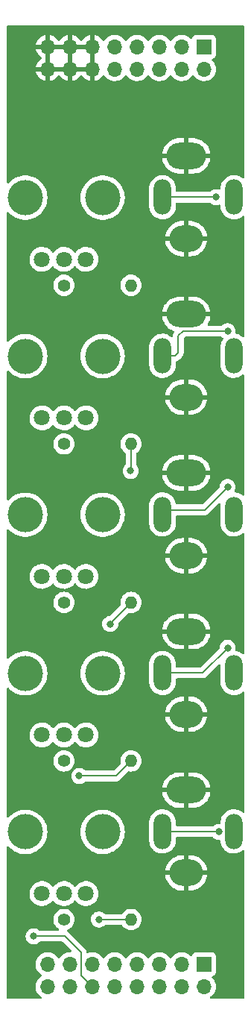
<source format=gbl>
%TF.GenerationSoftware,KiCad,Pcbnew,(6.0.1)*%
%TF.CreationDate,2022-10-13T13:52:36-04:00*%
%TF.ProjectId,SYNTH-CTLS-5-01,53594e54-482d-4435-944c-532d352d3031,1*%
%TF.SameCoordinates,Original*%
%TF.FileFunction,Copper,L2,Bot*%
%TF.FilePolarity,Positive*%
%FSLAX46Y46*%
G04 Gerber Fmt 4.6, Leading zero omitted, Abs format (unit mm)*
G04 Created by KiCad (PCBNEW (6.0.1)) date 2022-10-13 13:52:36*
%MOMM*%
%LPD*%
G01*
G04 APERTURE LIST*
%TA.AperFunction,ComponentPad*%
%ADD10R,1.700000X1.700000*%
%TD*%
%TA.AperFunction,ComponentPad*%
%ADD11O,1.700000X1.700000*%
%TD*%
%TA.AperFunction,WasherPad*%
%ADD12C,4.000000*%
%TD*%
%TA.AperFunction,ComponentPad*%
%ADD13C,1.800000*%
%TD*%
%TA.AperFunction,ComponentPad*%
%ADD14C,1.400000*%
%TD*%
%TA.AperFunction,ComponentPad*%
%ADD15O,1.400000X1.400000*%
%TD*%
%TA.AperFunction,ComponentPad*%
%ADD16O,4.500000X3.000000*%
%TD*%
%TA.AperFunction,ComponentPad*%
%ADD17O,3.800000X3.000000*%
%TD*%
%TA.AperFunction,ComponentPad*%
%ADD18O,2.000000X4.000000*%
%TD*%
%TA.AperFunction,ViaPad*%
%ADD19C,0.800000*%
%TD*%
%TA.AperFunction,Conductor*%
%ADD20C,0.203200*%
%TD*%
G04 APERTURE END LIST*
D10*
%TO.P,J11,1,Pin_1*%
%TO.N,/POTCW_1*%
X121412000Y-115565000D03*
D11*
%TO.P,J11,2,Pin_2*%
%TO.N,/POTW_1*%
X121412000Y-118105000D03*
%TO.P,J11,3,Pin_3*%
%TO.N,/POTCCW_1*%
X118872000Y-115565000D03*
%TO.P,J11,4,Pin_4*%
%TO.N,/POTCW_2*%
X118872000Y-118105000D03*
%TO.P,J11,5,Pin_5*%
%TO.N,/POTW_2*%
X116332000Y-115565000D03*
%TO.P,J11,6,Pin_6*%
%TO.N,/POTCCW_2*%
X116332000Y-118105000D03*
%TO.P,J11,7,Pin_7*%
%TO.N,/POTCW_3*%
X113792000Y-115565000D03*
%TO.P,J11,8,Pin_8*%
%TO.N,/POTW_3*%
X113792000Y-118105000D03*
%TO.P,J11,9,Pin_9*%
%TO.N,/POTCCW_3*%
X111252000Y-115565000D03*
%TO.P,J11,10,Pin_10*%
%TO.N,/POTCW_4*%
X111252000Y-118105000D03*
%TO.P,J11,11,Pin_11*%
%TO.N,/POTW_4*%
X108712000Y-115565000D03*
%TO.P,J11,12,Pin_12*%
%TO.N,/POTCCW_4*%
X108712000Y-118105000D03*
%TO.P,J11,13,Pin_13*%
%TO.N,/POTCW_5*%
X106172000Y-115565000D03*
%TO.P,J11,14,Pin_14*%
%TO.N,/POTW_5*%
X106172000Y-118105000D03*
%TO.P,J11,15,Pin_15*%
%TO.N,/POTCCW_5*%
X103632000Y-115565000D03*
%TO.P,J11,16,Pin_16*%
%TO.N,unconnected-(J11-Pad16)*%
X103632000Y-118105000D03*
%TD*%
D12*
%TO.P,RV4,*%
%TO.N,*%
X109900000Y-82550000D03*
X101100000Y-82550000D03*
D13*
%TO.P,RV4,1,1*%
%TO.N,/POTCW_4*%
X108000000Y-89550000D03*
%TO.P,RV4,2,2*%
%TO.N,Net-(R4-Pad1)*%
X105500000Y-89550000D03*
%TO.P,RV4,3,3*%
%TO.N,/POTCCW_4*%
X103000000Y-89550000D03*
%TD*%
D14*
%TO.P,R4,1*%
%TO.N,Net-(R4-Pad1)*%
X105500000Y-92500000D03*
D15*
%TO.P,R4,2*%
%TO.N,/POTW_4*%
X113120000Y-92500000D03*
%TD*%
D12*
%TO.P,RV2,*%
%TO.N,*%
X101100000Y-46550000D03*
X109900000Y-46550000D03*
D13*
%TO.P,RV2,1,1*%
%TO.N,/POTCW_2*%
X108000000Y-53550000D03*
%TO.P,RV2,2,2*%
%TO.N,Net-(R2-Pad1)*%
X105500000Y-53550000D03*
%TO.P,RV2,3,3*%
%TO.N,/POTCCW_2*%
X103000000Y-53550000D03*
%TD*%
D12*
%TO.P,RV5,*%
%TO.N,*%
X101100000Y-100550000D03*
X109900000Y-100550000D03*
D13*
%TO.P,RV5,1,1*%
%TO.N,/POTCW_5*%
X108000000Y-107550000D03*
%TO.P,RV5,2,2*%
%TO.N,Net-(R5-Pad1)*%
X105500000Y-107550000D03*
%TO.P,RV5,3,3*%
%TO.N,/POTCCW_5*%
X103000000Y-107550000D03*
%TD*%
D16*
%TO.P,J4,S*%
%TO.N,GND*%
X119400000Y-77800000D03*
D17*
X119400000Y-87200000D03*
D18*
%TO.P,J4,T*%
%TO.N,/VI_4*%
X124800000Y-82500000D03*
%TO.P,J4,TN*%
%TO.N,/VI_4S*%
X116700000Y-82500000D03*
%TD*%
D16*
%TO.P,J5,S*%
%TO.N,GND*%
X119400000Y-95800000D03*
D17*
X119400000Y-105200000D03*
D18*
%TO.P,J5,T*%
%TO.N,/VI_5*%
X124800000Y-100500000D03*
%TO.P,J5,TN*%
%TO.N,/VI_5S*%
X116700000Y-100500000D03*
%TD*%
D14*
%TO.P,R5,1*%
%TO.N,Net-(R5-Pad1)*%
X105500000Y-110500000D03*
D15*
%TO.P,R5,2*%
%TO.N,/POTW_5*%
X113120000Y-110500000D03*
%TD*%
D16*
%TO.P,J1,S*%
%TO.N,GND*%
X119400000Y-23800000D03*
D17*
X119400000Y-33200000D03*
D18*
%TO.P,J1,T*%
%TO.N,/VI_1*%
X124800000Y-28500000D03*
%TO.P,J1,TN*%
%TO.N,/VI_1S*%
X116700000Y-28500000D03*
%TD*%
D10*
%TO.P,J10,1,Pin_1*%
%TO.N,/VI_1*%
X121412000Y-11425000D03*
D11*
%TO.P,J10,2,Pin_2*%
%TO.N,/VI_1S*%
X121412000Y-13965000D03*
%TO.P,J10,3,Pin_3*%
%TO.N,/VI_2*%
X118872000Y-11425000D03*
%TO.P,J10,4,Pin_4*%
%TO.N,/VI_2S*%
X118872000Y-13965000D03*
%TO.P,J10,5,Pin_5*%
%TO.N,/VI_3*%
X116332000Y-11425000D03*
%TO.P,J10,6,Pin_6*%
%TO.N,/VI_3S*%
X116332000Y-13965000D03*
%TO.P,J10,7,Pin_7*%
%TO.N,/VI_4*%
X113792000Y-11425000D03*
%TO.P,J10,8,Pin_8*%
%TO.N,/VI_4S*%
X113792000Y-13965000D03*
%TO.P,J10,9,Pin_9*%
%TO.N,/VI_5*%
X111252000Y-11425000D03*
%TO.P,J10,10,Pin_10*%
%TO.N,/VI_5S*%
X111252000Y-13965000D03*
%TO.P,J10,11,Pin_11*%
%TO.N,GND*%
X108712000Y-11425000D03*
%TO.P,J10,12,Pin_12*%
X108712000Y-13965000D03*
%TO.P,J10,13,Pin_13*%
X106172000Y-11425000D03*
%TO.P,J10,14,Pin_14*%
X106172000Y-13965000D03*
%TO.P,J10,15,Pin_15*%
X103632000Y-11425000D03*
%TO.P,J10,16,Pin_16*%
X103632000Y-13965000D03*
%TD*%
D14*
%TO.P,R3,1*%
%TO.N,Net-(R3-Pad1)*%
X105500000Y-74500000D03*
D15*
%TO.P,R3,2*%
%TO.N,/POTW_3*%
X113120000Y-74500000D03*
%TD*%
D16*
%TO.P,J3,S*%
%TO.N,GND*%
X119400000Y-59800000D03*
D17*
X119400000Y-69200000D03*
D18*
%TO.P,J3,T*%
%TO.N,/VI_3*%
X124800000Y-64500000D03*
%TO.P,J3,TN*%
%TO.N,/VI_3S*%
X116700000Y-64500000D03*
%TD*%
D12*
%TO.P,RV1,*%
%TO.N,*%
X109900000Y-28550000D03*
X101100000Y-28550000D03*
D13*
%TO.P,RV1,1,1*%
%TO.N,/POTCW_1*%
X108000000Y-35550000D03*
%TO.P,RV1,2,2*%
%TO.N,Net-(R1-Pad1)*%
X105500000Y-35550000D03*
%TO.P,RV1,3,3*%
%TO.N,/POTCCW_1*%
X103000000Y-35550000D03*
%TD*%
D14*
%TO.P,R1,1*%
%TO.N,Net-(R1-Pad1)*%
X105500000Y-38500000D03*
D15*
%TO.P,R1,2*%
%TO.N,/POTW_1*%
X113120000Y-38500000D03*
%TD*%
D12*
%TO.P,RV3,*%
%TO.N,*%
X109900000Y-64550000D03*
X101100000Y-64550000D03*
D13*
%TO.P,RV3,1,1*%
%TO.N,/POTCW_3*%
X108000000Y-71550000D03*
%TO.P,RV3,2,2*%
%TO.N,Net-(R3-Pad1)*%
X105500000Y-71550000D03*
%TO.P,RV3,3,3*%
%TO.N,/POTCCW_3*%
X103000000Y-71550000D03*
%TD*%
D14*
%TO.P,R2,1*%
%TO.N,Net-(R2-Pad1)*%
X105500000Y-56500000D03*
D15*
%TO.P,R2,2*%
%TO.N,/POTW_2*%
X113120000Y-56500000D03*
%TD*%
D18*
%TO.P,J2,TN*%
%TO.N,/VI_2S*%
X116700000Y-46500000D03*
%TO.P,J2,T*%
%TO.N,/VI_2*%
X124800000Y-46500000D03*
D16*
%TO.P,J2,S*%
%TO.N,GND*%
X119400000Y-41800000D03*
D17*
X119400000Y-51200000D03*
%TD*%
D19*
%TO.N,/POTW_5*%
X109474000Y-110490000D03*
%TO.N,/POTCCW_4*%
X102057200Y-112395000D03*
%TO.N,/POTW_3*%
X110756247Y-76949753D03*
%TO.N,/VI_4S*%
X124098900Y-79654400D03*
%TO.N,/VI_1S*%
X122797780Y-28498800D03*
%TO.N,/VI_2S*%
X124098900Y-43713400D03*
%TO.N,/VI_3S*%
X124098900Y-61391800D03*
%TO.N,/VI_5S*%
X123113800Y-100558600D03*
%TO.N,/POTW_2*%
X113080347Y-59563453D03*
%TO.N,/POTW_4*%
X107238800Y-94208600D03*
%TD*%
D20*
%TO.N,/POTCCW_4*%
X107442000Y-116835000D02*
X108712000Y-118105000D01*
X102057200Y-112395000D02*
X105587800Y-112395000D01*
X107442000Y-114249200D02*
X107442000Y-116835000D01*
X105587800Y-112395000D02*
X107442000Y-114249200D01*
%TO.N,/POTW_5*%
X109474000Y-110490000D02*
X109484000Y-110500000D01*
X109484000Y-110500000D02*
X113120000Y-110500000D01*
%TO.N,/POTW_3*%
X110756247Y-76949753D02*
X110756247Y-76863753D01*
X110756247Y-76863753D02*
X113120000Y-74500000D01*
%TO.N,/VI_4S*%
X121253300Y-82500000D02*
X124098900Y-79654400D01*
X116700000Y-82500000D02*
X121253300Y-82500000D01*
%TO.N,/VI_1S*%
X122796580Y-28500000D02*
X122797780Y-28498800D01*
X116700000Y-28500000D02*
X122796580Y-28500000D01*
%TO.N,/VI_2S*%
X116700000Y-46500000D02*
X118142800Y-46500000D01*
X118142800Y-46500000D02*
X118491000Y-46151800D01*
X124098900Y-43713400D02*
X119024400Y-43713400D01*
X118491000Y-46151800D02*
X118491000Y-44246800D01*
X118491000Y-44246800D02*
X119024400Y-43713400D01*
%TO.N,/VI_3S*%
X116700000Y-64000000D02*
X121490700Y-64000000D01*
X121490700Y-64000000D02*
X124098900Y-61391800D01*
%TO.N,/VI_5S*%
X123055200Y-100500000D02*
X123113800Y-100558600D01*
X116700000Y-100500000D02*
X123055200Y-100500000D01*
%TO.N,/POTW_2*%
X113120000Y-59523800D02*
X113120000Y-56500000D01*
X113080347Y-59563453D02*
X113120000Y-59523800D01*
%TO.N,/POTW_4*%
X107238800Y-94208600D02*
X111411400Y-94208600D01*
X111411400Y-94208600D02*
X113120000Y-92500000D01*
%TD*%
%TA.AperFunction,Conductor*%
%TO.N,GND*%
G36*
X125934121Y-9028006D02*
G01*
X125980614Y-9081662D01*
X125992000Y-9134004D01*
X125992000Y-26260360D01*
X125971998Y-26328481D01*
X125918342Y-26374974D01*
X125848068Y-26385078D01*
X125786024Y-26357725D01*
X125667628Y-26260474D01*
X125667625Y-26260472D01*
X125663722Y-26257266D01*
X125534337Y-26181962D01*
X125458290Y-26137701D01*
X125458288Y-26137700D01*
X125453922Y-26135159D01*
X125319725Y-26083646D01*
X125232022Y-26049980D01*
X125232018Y-26049979D01*
X125227298Y-26048167D01*
X125222348Y-26047133D01*
X125222345Y-26047132D01*
X124994631Y-25999560D01*
X124994627Y-25999560D01*
X124989680Y-25998526D01*
X124747183Y-25987514D01*
X124742163Y-25988095D01*
X124742159Y-25988095D01*
X124511071Y-26014833D01*
X124511067Y-26014834D01*
X124506044Y-26015415D01*
X124501180Y-26016791D01*
X124501177Y-26016792D01*
X124393958Y-26047132D01*
X124272468Y-26081510D01*
X124267892Y-26083644D01*
X124267886Y-26083646D01*
X124057046Y-26181962D01*
X124057042Y-26181964D01*
X124052464Y-26184099D01*
X123851693Y-26320544D01*
X123675319Y-26487332D01*
X123672241Y-26491358D01*
X123672240Y-26491359D01*
X123530953Y-26676154D01*
X123530950Y-26676158D01*
X123527880Y-26680174D01*
X123413169Y-26894109D01*
X123334138Y-27123631D01*
X123333276Y-27128623D01*
X123297494Y-27335784D01*
X123292821Y-27362836D01*
X123291500Y-27391925D01*
X123291500Y-27530118D01*
X123271498Y-27598239D01*
X123217842Y-27644732D01*
X123147568Y-27654836D01*
X123114252Y-27645225D01*
X123086103Y-27632692D01*
X123086095Y-27632689D01*
X123080068Y-27630006D01*
X122986668Y-27610153D01*
X122899724Y-27591672D01*
X122899719Y-27591672D01*
X122893267Y-27590300D01*
X122702293Y-27590300D01*
X122695841Y-27591672D01*
X122695836Y-27591672D01*
X122608892Y-27610153D01*
X122515492Y-27630006D01*
X122509462Y-27632691D01*
X122509461Y-27632691D01*
X122347058Y-27704997D01*
X122347056Y-27704998D01*
X122341028Y-27707682D01*
X122186527Y-27819934D01*
X122182114Y-27824836D01*
X122182112Y-27824837D01*
X122161066Y-27848211D01*
X122100619Y-27885450D01*
X122067430Y-27889900D01*
X118334500Y-27889900D01*
X118266379Y-27869898D01*
X118219886Y-27816242D01*
X118208500Y-27763900D01*
X118208500Y-27438999D01*
X118208298Y-27436486D01*
X118194346Y-27263076D01*
X118194345Y-27263071D01*
X118193940Y-27258035D01*
X118149223Y-27075976D01*
X118137244Y-27027208D01*
X118136037Y-27022294D01*
X118041188Y-26798844D01*
X117911833Y-26593433D01*
X117871633Y-26547834D01*
X117754650Y-26415142D01*
X117754647Y-26415139D01*
X117751302Y-26411345D01*
X117644993Y-26324022D01*
X117567628Y-26260474D01*
X117567625Y-26260472D01*
X117563722Y-26257266D01*
X117434337Y-26181962D01*
X117358290Y-26137701D01*
X117358288Y-26137700D01*
X117353922Y-26135159D01*
X117219725Y-26083646D01*
X117132022Y-26049980D01*
X117132018Y-26049979D01*
X117127298Y-26048167D01*
X117122348Y-26047133D01*
X117122345Y-26047132D01*
X116894631Y-25999560D01*
X116894627Y-25999560D01*
X116889680Y-25998526D01*
X116647183Y-25987514D01*
X116642163Y-25988095D01*
X116642159Y-25988095D01*
X116411071Y-26014833D01*
X116411067Y-26014834D01*
X116406044Y-26015415D01*
X116401180Y-26016791D01*
X116401177Y-26016792D01*
X116293958Y-26047132D01*
X116172468Y-26081510D01*
X116167892Y-26083644D01*
X116167886Y-26083646D01*
X115957046Y-26181962D01*
X115957042Y-26181964D01*
X115952464Y-26184099D01*
X115751693Y-26320544D01*
X115575319Y-26487332D01*
X115572241Y-26491358D01*
X115572240Y-26491359D01*
X115430953Y-26676154D01*
X115430950Y-26676158D01*
X115427880Y-26680174D01*
X115313169Y-26894109D01*
X115234138Y-27123631D01*
X115233276Y-27128623D01*
X115197494Y-27335784D01*
X115192821Y-27362836D01*
X115191500Y-27391925D01*
X115191500Y-29561001D01*
X115191702Y-29563509D01*
X115191702Y-29563514D01*
X115197943Y-29641074D01*
X115206060Y-29741965D01*
X115263963Y-29977706D01*
X115358812Y-30201156D01*
X115488167Y-30406567D01*
X115491512Y-30410361D01*
X115645350Y-30584858D01*
X115645353Y-30584861D01*
X115648698Y-30588655D01*
X115652606Y-30591865D01*
X115652607Y-30591866D01*
X115759242Y-30679456D01*
X115836278Y-30742734D01*
X116046078Y-30864841D01*
X116050801Y-30866654D01*
X116267978Y-30950020D01*
X116267982Y-30950021D01*
X116272702Y-30951833D01*
X116277652Y-30952867D01*
X116277655Y-30952868D01*
X116505369Y-31000440D01*
X116505373Y-31000440D01*
X116510320Y-31001474D01*
X116752817Y-31012486D01*
X116757837Y-31011905D01*
X116757841Y-31011905D01*
X116988929Y-30985167D01*
X116988933Y-30985166D01*
X116993956Y-30984585D01*
X116998820Y-30983209D01*
X116998823Y-30983208D01*
X117222669Y-30919866D01*
X117222668Y-30919866D01*
X117227532Y-30918490D01*
X117232108Y-30916356D01*
X117232114Y-30916354D01*
X117442954Y-30818038D01*
X117442958Y-30818036D01*
X117447536Y-30815901D01*
X117648307Y-30679456D01*
X117824681Y-30512668D01*
X117846643Y-30483943D01*
X117969047Y-30323846D01*
X117969050Y-30323842D01*
X117972120Y-30319826D01*
X118030294Y-30211333D01*
X118084439Y-30110352D01*
X118086831Y-30105891D01*
X118165862Y-29876369D01*
X118207179Y-29637164D01*
X118208500Y-29608075D01*
X118208500Y-29236100D01*
X118228502Y-29167979D01*
X118282158Y-29121486D01*
X118334500Y-29110100D01*
X122069591Y-29110100D01*
X122137712Y-29130102D01*
X122163227Y-29151789D01*
X122177805Y-29167979D01*
X122186527Y-29177666D01*
X122341028Y-29289918D01*
X122347056Y-29292602D01*
X122347058Y-29292603D01*
X122460120Y-29342941D01*
X122515492Y-29367594D01*
X122608893Y-29387447D01*
X122695836Y-29405928D01*
X122695841Y-29405928D01*
X122702293Y-29407300D01*
X122893267Y-29407300D01*
X122899719Y-29405928D01*
X122899724Y-29405928D01*
X122986667Y-29387447D01*
X123080068Y-29367594D01*
X123086095Y-29364911D01*
X123086103Y-29364908D01*
X123114252Y-29352375D01*
X123184619Y-29342941D01*
X123248916Y-29373048D01*
X123286729Y-29433137D01*
X123291500Y-29467482D01*
X123291500Y-29561001D01*
X123291702Y-29563509D01*
X123291702Y-29563514D01*
X123297943Y-29641074D01*
X123306060Y-29741965D01*
X123363963Y-29977706D01*
X123458812Y-30201156D01*
X123588167Y-30406567D01*
X123591512Y-30410361D01*
X123745350Y-30584858D01*
X123745353Y-30584861D01*
X123748698Y-30588655D01*
X123752606Y-30591865D01*
X123752607Y-30591866D01*
X123859242Y-30679456D01*
X123936278Y-30742734D01*
X124146078Y-30864841D01*
X124150801Y-30866654D01*
X124367978Y-30950020D01*
X124367982Y-30950021D01*
X124372702Y-30951833D01*
X124377652Y-30952867D01*
X124377655Y-30952868D01*
X124605369Y-31000440D01*
X124605373Y-31000440D01*
X124610320Y-31001474D01*
X124852817Y-31012486D01*
X124857837Y-31011905D01*
X124857841Y-31011905D01*
X125088929Y-30985167D01*
X125088933Y-30985166D01*
X125093956Y-30984585D01*
X125098820Y-30983209D01*
X125098823Y-30983208D01*
X125322669Y-30919866D01*
X125322668Y-30919866D01*
X125327532Y-30918490D01*
X125332108Y-30916356D01*
X125332114Y-30916354D01*
X125542954Y-30818038D01*
X125542958Y-30818036D01*
X125547536Y-30815901D01*
X125748307Y-30679456D01*
X125751986Y-30675977D01*
X125751991Y-30675973D01*
X125779427Y-30650028D01*
X125842664Y-30617756D01*
X125913311Y-30624796D01*
X125968937Y-30668912D01*
X125992000Y-30741576D01*
X125992000Y-44260360D01*
X125971998Y-44328481D01*
X125918342Y-44374974D01*
X125848068Y-44385078D01*
X125786024Y-44357725D01*
X125667628Y-44260474D01*
X125667625Y-44260472D01*
X125663722Y-44257266D01*
X125500125Y-44162050D01*
X125458290Y-44137701D01*
X125458288Y-44137700D01*
X125453922Y-44135159D01*
X125318214Y-44083066D01*
X125232022Y-44049980D01*
X125232018Y-44049979D01*
X125227298Y-44048167D01*
X125131267Y-44028105D01*
X125094036Y-44020327D01*
X125031445Y-43986818D01*
X124996907Y-43924788D01*
X124994492Y-43883819D01*
X124996053Y-43868974D01*
X125012404Y-43713400D01*
X124992442Y-43523472D01*
X124933427Y-43341844D01*
X124837940Y-43176456D01*
X124710153Y-43034534D01*
X124555652Y-42922282D01*
X124549624Y-42919598D01*
X124549622Y-42919597D01*
X124387219Y-42847291D01*
X124387218Y-42847291D01*
X124381188Y-42844606D01*
X124287788Y-42824753D01*
X124200844Y-42806272D01*
X124200839Y-42806272D01*
X124194387Y-42804900D01*
X124003413Y-42804900D01*
X123996961Y-42806272D01*
X123996956Y-42806272D01*
X123910012Y-42824753D01*
X123816612Y-42844606D01*
X123810582Y-42847291D01*
X123810581Y-42847291D01*
X123648178Y-42919597D01*
X123648176Y-42919598D01*
X123642148Y-42922282D01*
X123487647Y-43034534D01*
X123463266Y-43061612D01*
X123402823Y-43098850D01*
X123369632Y-43103300D01*
X121934416Y-43103300D01*
X121866295Y-43083298D01*
X121819802Y-43029642D01*
X121809698Y-42959368D01*
X121825297Y-42914300D01*
X121956984Y-42686211D01*
X121960833Y-42678319D01*
X122062735Y-42426104D01*
X122065451Y-42417746D01*
X122131257Y-42153808D01*
X122132782Y-42145163D01*
X122140470Y-42072015D01*
X122137791Y-42057365D01*
X122125470Y-42054000D01*
X116673926Y-42054000D01*
X116661057Y-42057779D01*
X116659134Y-42072845D01*
X116696127Y-42282642D01*
X116698246Y-42291143D01*
X116782308Y-42549858D01*
X116785599Y-42558005D01*
X116904848Y-42802499D01*
X116909233Y-42810096D01*
X117061352Y-43035621D01*
X117066756Y-43042538D01*
X117248776Y-43244691D01*
X117255091Y-43250790D01*
X117463471Y-43425642D01*
X117470576Y-43430804D01*
X117701275Y-43574961D01*
X117709014Y-43579076D01*
X117950876Y-43686759D01*
X118004972Y-43732739D01*
X118025622Y-43800666D01*
X118006270Y-43868974D01*
X118001566Y-43875924D01*
X117998921Y-43879565D01*
X117993496Y-43885342D01*
X117984272Y-43902119D01*
X117973425Y-43918632D01*
X117966548Y-43927498D01*
X117966545Y-43927503D01*
X117961687Y-43933766D01*
X117944862Y-43972647D01*
X117939646Y-43983295D01*
X117919235Y-44020422D01*
X117914475Y-44038961D01*
X117908074Y-44057659D01*
X117900468Y-44075235D01*
X117899228Y-44083066D01*
X117893842Y-44117074D01*
X117891435Y-44128697D01*
X117880900Y-44169726D01*
X117880900Y-44188864D01*
X117879349Y-44208574D01*
X117876354Y-44227484D01*
X117877100Y-44235376D01*
X117877100Y-44235377D01*
X117877238Y-44236837D01*
X117877018Y-44237970D01*
X117876851Y-44243299D01*
X117875991Y-44243272D01*
X117863735Y-44306537D01*
X117814693Y-44357873D01*
X117745682Y-44374546D01*
X117678612Y-44351261D01*
X117671821Y-44346059D01*
X117567628Y-44260474D01*
X117567625Y-44260472D01*
X117563722Y-44257266D01*
X117400125Y-44162050D01*
X117358290Y-44137701D01*
X117358288Y-44137700D01*
X117353922Y-44135159D01*
X117218214Y-44083066D01*
X117132022Y-44049980D01*
X117132018Y-44049979D01*
X117127298Y-44048167D01*
X117122348Y-44047133D01*
X117122345Y-44047132D01*
X116894631Y-43999560D01*
X116894627Y-43999560D01*
X116889680Y-43998526D01*
X116647183Y-43987514D01*
X116642163Y-43988095D01*
X116642159Y-43988095D01*
X116411071Y-44014833D01*
X116411067Y-44014834D01*
X116406044Y-44015415D01*
X116401180Y-44016791D01*
X116401177Y-44016792D01*
X116293958Y-44047132D01*
X116172468Y-44081510D01*
X116167892Y-44083644D01*
X116167886Y-44083646D01*
X115957046Y-44181962D01*
X115957042Y-44181964D01*
X115952464Y-44184099D01*
X115948283Y-44186940D01*
X115948282Y-44186941D01*
X115930859Y-44198782D01*
X115751693Y-44320544D01*
X115575319Y-44487332D01*
X115572241Y-44491358D01*
X115572240Y-44491359D01*
X115430953Y-44676154D01*
X115430950Y-44676158D01*
X115427880Y-44680174D01*
X115313169Y-44894109D01*
X115234138Y-45123631D01*
X115233276Y-45128623D01*
X115197494Y-45335784D01*
X115192821Y-45362836D01*
X115191500Y-45391925D01*
X115191500Y-47561001D01*
X115191702Y-47563509D01*
X115191702Y-47563514D01*
X115197943Y-47641074D01*
X115206060Y-47741965D01*
X115263963Y-47977706D01*
X115358812Y-48201156D01*
X115488167Y-48406567D01*
X115491512Y-48410361D01*
X115645350Y-48584858D01*
X115645353Y-48584861D01*
X115648698Y-48588655D01*
X115652606Y-48591865D01*
X115652607Y-48591866D01*
X115759242Y-48679456D01*
X115836278Y-48742734D01*
X116046078Y-48864841D01*
X116050801Y-48866654D01*
X116267978Y-48950020D01*
X116267982Y-48950021D01*
X116272702Y-48951833D01*
X116277652Y-48952867D01*
X116277655Y-48952868D01*
X116505369Y-49000440D01*
X116505373Y-49000440D01*
X116510320Y-49001474D01*
X116752817Y-49012486D01*
X116757837Y-49011905D01*
X116757841Y-49011905D01*
X116988929Y-48985167D01*
X116988933Y-48985166D01*
X116993956Y-48984585D01*
X116998820Y-48983209D01*
X116998823Y-48983208D01*
X117222669Y-48919866D01*
X117222668Y-48919866D01*
X117227532Y-48918490D01*
X117232108Y-48916356D01*
X117232114Y-48916354D01*
X117442954Y-48818038D01*
X117442958Y-48818036D01*
X117447536Y-48815901D01*
X117648307Y-48679456D01*
X117824681Y-48512668D01*
X117846643Y-48483943D01*
X117969047Y-48323846D01*
X117969050Y-48323842D01*
X117972120Y-48319826D01*
X118030294Y-48211333D01*
X118084439Y-48110352D01*
X118086831Y-48105891D01*
X118165862Y-47876369D01*
X118207179Y-47637164D01*
X118208500Y-47608075D01*
X118208500Y-47214736D01*
X118228502Y-47146615D01*
X118282158Y-47100122D01*
X118294386Y-47095799D01*
X118295732Y-47095629D01*
X118302949Y-47092772D01*
X118302965Y-47092766D01*
X118335118Y-47080036D01*
X118346345Y-47076192D01*
X118379409Y-47066585D01*
X118379411Y-47066584D01*
X118387025Y-47064372D01*
X118403505Y-47054626D01*
X118421245Y-47045935D01*
X118439054Y-47038884D01*
X118473332Y-47013980D01*
X118483252Y-47007464D01*
X118512879Y-46989943D01*
X118512882Y-46989941D01*
X118519706Y-46985905D01*
X118533233Y-46972378D01*
X118548267Y-46959537D01*
X118557347Y-46952940D01*
X118557348Y-46952939D01*
X118563762Y-46948279D01*
X118590768Y-46915634D01*
X118598758Y-46906853D01*
X118868896Y-46636716D01*
X118876706Y-46629610D01*
X118882983Y-46625626D01*
X118927830Y-46577869D01*
X118930585Y-46575027D01*
X118949547Y-46556065D01*
X118951976Y-46552933D01*
X118952529Y-46552306D01*
X118959510Y-46544133D01*
X118983077Y-46519037D01*
X118988504Y-46513258D01*
X118992324Y-46506310D01*
X118997731Y-46496476D01*
X119008582Y-46479957D01*
X119015456Y-46471095D01*
X119015457Y-46471093D01*
X119020312Y-46464834D01*
X119037135Y-46425960D01*
X119042357Y-46415300D01*
X119058948Y-46385122D01*
X119058949Y-46385119D01*
X119062765Y-46378178D01*
X119064735Y-46370505D01*
X119064737Y-46370500D01*
X119067524Y-46359643D01*
X119073930Y-46340931D01*
X119078383Y-46330641D01*
X119081532Y-46323365D01*
X119088159Y-46281522D01*
X119090566Y-46269898D01*
X119099129Y-46236550D01*
X119101100Y-46228874D01*
X119101100Y-46209736D01*
X119102651Y-46190025D01*
X119104406Y-46178944D01*
X119105646Y-46171116D01*
X119101659Y-46128939D01*
X119101100Y-46117081D01*
X119101100Y-44551702D01*
X119121102Y-44483581D01*
X119138005Y-44462606D01*
X119240208Y-44360404D01*
X119302520Y-44326379D01*
X119329303Y-44323500D01*
X123369632Y-44323500D01*
X123437753Y-44343502D01*
X123463264Y-44365185D01*
X123487647Y-44392266D01*
X123550570Y-44437982D01*
X123593923Y-44494203D01*
X123599999Y-44564939D01*
X123576605Y-44616444D01*
X123527880Y-44680174D01*
X123413169Y-44894109D01*
X123334138Y-45123631D01*
X123333276Y-45128623D01*
X123297494Y-45335784D01*
X123292821Y-45362836D01*
X123291500Y-45391925D01*
X123291500Y-47561001D01*
X123291702Y-47563509D01*
X123291702Y-47563514D01*
X123297943Y-47641074D01*
X123306060Y-47741965D01*
X123363963Y-47977706D01*
X123458812Y-48201156D01*
X123588167Y-48406567D01*
X123591512Y-48410361D01*
X123745350Y-48584858D01*
X123745353Y-48584861D01*
X123748698Y-48588655D01*
X123752606Y-48591865D01*
X123752607Y-48591866D01*
X123859242Y-48679456D01*
X123936278Y-48742734D01*
X124146078Y-48864841D01*
X124150801Y-48866654D01*
X124367978Y-48950020D01*
X124367982Y-48950021D01*
X124372702Y-48951833D01*
X124377652Y-48952867D01*
X124377655Y-48952868D01*
X124605369Y-49000440D01*
X124605373Y-49000440D01*
X124610320Y-49001474D01*
X124852817Y-49012486D01*
X124857837Y-49011905D01*
X124857841Y-49011905D01*
X125088929Y-48985167D01*
X125088933Y-48985166D01*
X125093956Y-48984585D01*
X125098820Y-48983209D01*
X125098823Y-48983208D01*
X125322669Y-48919866D01*
X125322668Y-48919866D01*
X125327532Y-48918490D01*
X125332108Y-48916356D01*
X125332114Y-48916354D01*
X125542954Y-48818038D01*
X125542958Y-48818036D01*
X125547536Y-48815901D01*
X125748307Y-48679456D01*
X125751986Y-48675977D01*
X125751991Y-48675973D01*
X125779427Y-48650028D01*
X125842664Y-48617756D01*
X125913311Y-48624796D01*
X125968937Y-48668912D01*
X125992000Y-48741576D01*
X125992000Y-62260360D01*
X125971998Y-62328481D01*
X125918342Y-62374974D01*
X125848068Y-62385078D01*
X125786024Y-62357725D01*
X125667628Y-62260474D01*
X125667625Y-62260472D01*
X125663722Y-62257266D01*
X125534337Y-62181962D01*
X125458290Y-62137701D01*
X125458288Y-62137700D01*
X125453922Y-62135159D01*
X125319725Y-62083646D01*
X125232022Y-62049980D01*
X125232018Y-62049979D01*
X125227298Y-62048167D01*
X125222348Y-62047133D01*
X125222345Y-62047132D01*
X124989680Y-61998526D01*
X124990132Y-61996362D01*
X124933545Y-61971673D01*
X124894152Y-61912608D01*
X124892945Y-61841622D01*
X124905308Y-61812060D01*
X124930123Y-61769079D01*
X124930124Y-61769078D01*
X124933427Y-61763356D01*
X124992442Y-61581728D01*
X125012404Y-61391800D01*
X125006846Y-61338915D01*
X124993132Y-61208435D01*
X124993132Y-61208433D01*
X124992442Y-61201872D01*
X124933427Y-61020244D01*
X124837940Y-60854856D01*
X124710153Y-60712934D01*
X124555652Y-60600682D01*
X124549624Y-60597998D01*
X124549622Y-60597997D01*
X124387219Y-60525691D01*
X124387218Y-60525691D01*
X124381188Y-60523006D01*
X124287788Y-60503153D01*
X124200844Y-60484672D01*
X124200839Y-60484672D01*
X124194387Y-60483300D01*
X124003413Y-60483300D01*
X123996961Y-60484672D01*
X123996956Y-60484672D01*
X123910012Y-60503153D01*
X123816612Y-60523006D01*
X123810582Y-60525691D01*
X123810581Y-60525691D01*
X123648178Y-60597997D01*
X123648176Y-60597998D01*
X123642148Y-60600682D01*
X123487647Y-60712934D01*
X123359860Y-60854856D01*
X123264373Y-61020244D01*
X123205358Y-61201872D01*
X123204668Y-61208433D01*
X123204668Y-61208435D01*
X123190954Y-61338915D01*
X123185396Y-61391800D01*
X123185409Y-61391919D01*
X123166084Y-61457733D01*
X123149181Y-61478707D01*
X121274893Y-63352995D01*
X121212581Y-63387021D01*
X121185798Y-63389900D01*
X118320819Y-63389900D01*
X118252698Y-63369898D01*
X118206205Y-63316242D01*
X118195225Y-63274006D01*
X118194346Y-63263076D01*
X118194345Y-63263071D01*
X118193940Y-63258035D01*
X118190000Y-63241992D01*
X118137244Y-63027208D01*
X118136037Y-63022294D01*
X118041188Y-62798844D01*
X117911833Y-62593433D01*
X117871633Y-62547834D01*
X117754650Y-62415142D01*
X117754647Y-62415139D01*
X117751302Y-62411345D01*
X117644993Y-62324022D01*
X117567628Y-62260474D01*
X117567625Y-62260472D01*
X117563722Y-62257266D01*
X117434337Y-62181962D01*
X117358290Y-62137701D01*
X117358288Y-62137700D01*
X117353922Y-62135159D01*
X117219725Y-62083646D01*
X117132022Y-62049980D01*
X117132018Y-62049979D01*
X117127298Y-62048167D01*
X117122348Y-62047133D01*
X117122345Y-62047132D01*
X116894631Y-61999560D01*
X116894627Y-61999560D01*
X116889680Y-61998526D01*
X116647183Y-61987514D01*
X116642163Y-61988095D01*
X116642159Y-61988095D01*
X116411071Y-62014833D01*
X116411067Y-62014834D01*
X116406044Y-62015415D01*
X116401180Y-62016791D01*
X116401177Y-62016792D01*
X116293958Y-62047132D01*
X116172468Y-62081510D01*
X116167892Y-62083644D01*
X116167886Y-62083646D01*
X115957046Y-62181962D01*
X115957042Y-62181964D01*
X115952464Y-62184099D01*
X115751693Y-62320544D01*
X115575319Y-62487332D01*
X115572241Y-62491358D01*
X115572240Y-62491359D01*
X115430953Y-62676154D01*
X115430950Y-62676158D01*
X115427880Y-62680174D01*
X115313169Y-62894109D01*
X115234138Y-63123631D01*
X115233276Y-63128623D01*
X115194521Y-63352995D01*
X115192821Y-63362836D01*
X115192641Y-63366797D01*
X115192641Y-63366798D01*
X115191723Y-63387021D01*
X115191500Y-63391925D01*
X115191500Y-65561001D01*
X115191702Y-65563509D01*
X115191702Y-65563514D01*
X115197943Y-65641074D01*
X115206060Y-65741965D01*
X115263963Y-65977706D01*
X115358812Y-66201156D01*
X115488167Y-66406567D01*
X115491512Y-66410361D01*
X115645350Y-66584858D01*
X115645353Y-66584861D01*
X115648698Y-66588655D01*
X115652606Y-66591865D01*
X115652607Y-66591866D01*
X115759242Y-66679456D01*
X115836278Y-66742734D01*
X116046078Y-66864841D01*
X116050801Y-66866654D01*
X116267978Y-66950020D01*
X116267982Y-66950021D01*
X116272702Y-66951833D01*
X116277652Y-66952867D01*
X116277655Y-66952868D01*
X116505369Y-67000440D01*
X116505373Y-67000440D01*
X116510320Y-67001474D01*
X116752817Y-67012486D01*
X116757837Y-67011905D01*
X116757841Y-67011905D01*
X116988929Y-66985167D01*
X116988933Y-66985166D01*
X116993956Y-66984585D01*
X116998820Y-66983209D01*
X116998823Y-66983208D01*
X117222669Y-66919866D01*
X117222668Y-66919866D01*
X117227532Y-66918490D01*
X117232108Y-66916356D01*
X117232114Y-66916354D01*
X117442954Y-66818038D01*
X117442958Y-66818036D01*
X117447536Y-66815901D01*
X117648307Y-66679456D01*
X117824681Y-66512668D01*
X117846643Y-66483943D01*
X117969047Y-66323846D01*
X117969050Y-66323842D01*
X117972120Y-66319826D01*
X118030294Y-66211333D01*
X118084439Y-66110352D01*
X118086831Y-66105891D01*
X118165862Y-65876369D01*
X118207179Y-65637164D01*
X118208500Y-65608075D01*
X118208500Y-64736100D01*
X118228502Y-64667979D01*
X118282158Y-64621486D01*
X118334500Y-64610100D01*
X121415022Y-64610100D01*
X121425574Y-64610598D01*
X121432828Y-64612219D01*
X121498295Y-64610162D01*
X121502252Y-64610100D01*
X121529083Y-64610100D01*
X121533010Y-64609604D01*
X121533916Y-64609547D01*
X121544560Y-64608708D01*
X121586899Y-64607378D01*
X121605286Y-64602036D01*
X121624643Y-64598028D01*
X121635765Y-64596623D01*
X121635766Y-64596623D01*
X121643632Y-64595629D01*
X121654204Y-64591444D01*
X121683018Y-64580036D01*
X121694245Y-64576192D01*
X121727309Y-64566585D01*
X121727311Y-64566584D01*
X121734925Y-64564372D01*
X121751405Y-64554626D01*
X121769145Y-64545935D01*
X121786954Y-64538884D01*
X121821232Y-64513980D01*
X121831152Y-64507464D01*
X121860779Y-64489943D01*
X121860782Y-64489941D01*
X121867606Y-64485905D01*
X121881133Y-64472378D01*
X121896167Y-64459537D01*
X121905247Y-64452940D01*
X121905248Y-64452939D01*
X121911662Y-64448279D01*
X121938674Y-64415627D01*
X121946663Y-64406848D01*
X123077493Y-63276018D01*
X123139805Y-63241992D01*
X123210620Y-63247057D01*
X123267456Y-63289604D01*
X123292267Y-63356124D01*
X123292458Y-63370829D01*
X123291723Y-63387021D01*
X123291500Y-63391925D01*
X123291500Y-65561001D01*
X123291702Y-65563509D01*
X123291702Y-65563514D01*
X123297943Y-65641074D01*
X123306060Y-65741965D01*
X123363963Y-65977706D01*
X123458812Y-66201156D01*
X123588167Y-66406567D01*
X123591512Y-66410361D01*
X123745350Y-66584858D01*
X123745353Y-66584861D01*
X123748698Y-66588655D01*
X123752606Y-66591865D01*
X123752607Y-66591866D01*
X123859242Y-66679456D01*
X123936278Y-66742734D01*
X124146078Y-66864841D01*
X124150801Y-66866654D01*
X124367978Y-66950020D01*
X124367982Y-66950021D01*
X124372702Y-66951833D01*
X124377652Y-66952867D01*
X124377655Y-66952868D01*
X124605369Y-67000440D01*
X124605373Y-67000440D01*
X124610320Y-67001474D01*
X124852817Y-67012486D01*
X124857837Y-67011905D01*
X124857841Y-67011905D01*
X125088929Y-66985167D01*
X125088933Y-66985166D01*
X125093956Y-66984585D01*
X125098820Y-66983209D01*
X125098823Y-66983208D01*
X125322669Y-66919866D01*
X125322668Y-66919866D01*
X125327532Y-66918490D01*
X125332108Y-66916356D01*
X125332114Y-66916354D01*
X125542954Y-66818038D01*
X125542958Y-66818036D01*
X125547536Y-66815901D01*
X125748307Y-66679456D01*
X125751986Y-66675977D01*
X125751991Y-66675973D01*
X125779427Y-66650028D01*
X125842664Y-66617756D01*
X125913311Y-66624796D01*
X125968937Y-66668912D01*
X125992000Y-66741576D01*
X125992000Y-80260360D01*
X125971998Y-80328481D01*
X125918342Y-80374974D01*
X125848068Y-80385078D01*
X125786024Y-80357725D01*
X125667628Y-80260474D01*
X125667625Y-80260472D01*
X125663722Y-80257266D01*
X125534337Y-80181962D01*
X125458290Y-80137701D01*
X125458288Y-80137700D01*
X125453922Y-80135159D01*
X125319725Y-80083646D01*
X125232022Y-80049980D01*
X125232018Y-80049979D01*
X125227298Y-80048167D01*
X125082811Y-80017982D01*
X125020220Y-79984473D01*
X124985682Y-79922443D01*
X124988745Y-79855705D01*
X124990401Y-79850610D01*
X124990401Y-79850609D01*
X124992442Y-79844328D01*
X124996261Y-79808000D01*
X125011714Y-79660965D01*
X125012404Y-79654400D01*
X124992442Y-79464472D01*
X124933427Y-79282844D01*
X124837940Y-79117456D01*
X124710153Y-78975534D01*
X124555652Y-78863282D01*
X124549624Y-78860598D01*
X124549622Y-78860597D01*
X124387219Y-78788291D01*
X124387218Y-78788291D01*
X124381188Y-78785606D01*
X124287788Y-78765753D01*
X124200844Y-78747272D01*
X124200839Y-78747272D01*
X124194387Y-78745900D01*
X124003413Y-78745900D01*
X123996961Y-78747272D01*
X123996956Y-78747272D01*
X123910012Y-78765753D01*
X123816612Y-78785606D01*
X123810582Y-78788291D01*
X123810581Y-78788291D01*
X123648178Y-78860597D01*
X123648176Y-78860598D01*
X123642148Y-78863282D01*
X123487647Y-78975534D01*
X123359860Y-79117456D01*
X123264373Y-79282844D01*
X123205358Y-79464472D01*
X123185396Y-79654400D01*
X123185409Y-79654520D01*
X123166084Y-79720334D01*
X123149181Y-79741308D01*
X121037493Y-81852995D01*
X120975181Y-81887021D01*
X120948398Y-81889900D01*
X118334500Y-81889900D01*
X118266379Y-81869898D01*
X118219886Y-81816242D01*
X118208500Y-81763900D01*
X118208500Y-81438999D01*
X118208298Y-81436486D01*
X118194346Y-81263076D01*
X118194345Y-81263071D01*
X118193940Y-81258035D01*
X118149223Y-81075976D01*
X118137244Y-81027208D01*
X118136037Y-81022294D01*
X118041188Y-80798844D01*
X117911833Y-80593433D01*
X117871633Y-80547834D01*
X117754650Y-80415142D01*
X117754647Y-80415139D01*
X117751302Y-80411345D01*
X117644993Y-80324022D01*
X117567628Y-80260474D01*
X117567625Y-80260472D01*
X117563722Y-80257266D01*
X117434337Y-80181962D01*
X117358290Y-80137701D01*
X117358288Y-80137700D01*
X117353922Y-80135159D01*
X117219725Y-80083646D01*
X117132022Y-80049980D01*
X117132018Y-80049979D01*
X117127298Y-80048167D01*
X117122348Y-80047133D01*
X117122345Y-80047132D01*
X116894631Y-79999560D01*
X116894627Y-79999560D01*
X116889680Y-79998526D01*
X116647183Y-79987514D01*
X116642163Y-79988095D01*
X116642159Y-79988095D01*
X116411071Y-80014833D01*
X116411067Y-80014834D01*
X116406044Y-80015415D01*
X116401180Y-80016791D01*
X116401177Y-80016792D01*
X116293958Y-80047132D01*
X116172468Y-80081510D01*
X116167892Y-80083644D01*
X116167886Y-80083646D01*
X115957046Y-80181962D01*
X115957042Y-80181964D01*
X115952464Y-80184099D01*
X115751693Y-80320544D01*
X115575319Y-80487332D01*
X115572241Y-80491358D01*
X115572240Y-80491359D01*
X115430953Y-80676154D01*
X115430950Y-80676158D01*
X115427880Y-80680174D01*
X115313169Y-80894109D01*
X115234138Y-81123631D01*
X115233276Y-81128623D01*
X115197494Y-81335784D01*
X115192821Y-81362836D01*
X115191500Y-81391925D01*
X115191500Y-83561001D01*
X115191702Y-83563509D01*
X115191702Y-83563514D01*
X115197943Y-83641074D01*
X115206060Y-83741965D01*
X115263963Y-83977706D01*
X115358812Y-84201156D01*
X115488167Y-84406567D01*
X115491512Y-84410361D01*
X115645350Y-84584858D01*
X115645353Y-84584861D01*
X115648698Y-84588655D01*
X115652606Y-84591865D01*
X115652607Y-84591866D01*
X115759242Y-84679456D01*
X115836278Y-84742734D01*
X116046078Y-84864841D01*
X116050801Y-84866654D01*
X116267978Y-84950020D01*
X116267982Y-84950021D01*
X116272702Y-84951833D01*
X116277652Y-84952867D01*
X116277655Y-84952868D01*
X116505369Y-85000440D01*
X116505373Y-85000440D01*
X116510320Y-85001474D01*
X116752817Y-85012486D01*
X116757837Y-85011905D01*
X116757841Y-85011905D01*
X116988929Y-84985167D01*
X116988933Y-84985166D01*
X116993956Y-84984585D01*
X116998820Y-84983209D01*
X116998823Y-84983208D01*
X117222669Y-84919866D01*
X117222668Y-84919866D01*
X117227532Y-84918490D01*
X117232108Y-84916356D01*
X117232114Y-84916354D01*
X117442954Y-84818038D01*
X117442958Y-84818036D01*
X117447536Y-84815901D01*
X117648307Y-84679456D01*
X117824681Y-84512668D01*
X117846643Y-84483943D01*
X117969047Y-84323846D01*
X117969050Y-84323842D01*
X117972120Y-84319826D01*
X118030294Y-84211333D01*
X118084439Y-84110352D01*
X118086831Y-84105891D01*
X118165862Y-83876369D01*
X118207179Y-83637164D01*
X118208500Y-83608075D01*
X118208500Y-83236100D01*
X118228502Y-83167979D01*
X118282158Y-83121486D01*
X118334500Y-83110100D01*
X121177622Y-83110100D01*
X121188174Y-83110598D01*
X121195428Y-83112219D01*
X121260895Y-83110162D01*
X121264852Y-83110100D01*
X121291683Y-83110100D01*
X121295610Y-83109604D01*
X121296516Y-83109547D01*
X121307160Y-83108708D01*
X121349499Y-83107378D01*
X121367886Y-83102036D01*
X121387243Y-83098028D01*
X121398365Y-83096623D01*
X121398366Y-83096623D01*
X121406232Y-83095629D01*
X121416804Y-83091444D01*
X121445618Y-83080036D01*
X121456845Y-83076192D01*
X121489909Y-83066585D01*
X121489911Y-83066584D01*
X121497525Y-83064372D01*
X121514005Y-83054626D01*
X121531745Y-83045935D01*
X121549554Y-83038884D01*
X121583832Y-83013980D01*
X121593752Y-83007464D01*
X121623379Y-82989943D01*
X121623382Y-82989941D01*
X121630206Y-82985905D01*
X121643733Y-82972378D01*
X121658767Y-82959537D01*
X121667847Y-82952940D01*
X121667848Y-82952939D01*
X121674262Y-82948279D01*
X121701274Y-82915627D01*
X121709263Y-82906848D01*
X123076405Y-81539707D01*
X123138717Y-81505681D01*
X123209533Y-81510746D01*
X123266368Y-81553293D01*
X123291179Y-81619813D01*
X123291500Y-81628802D01*
X123291500Y-83561001D01*
X123291702Y-83563509D01*
X123291702Y-83563514D01*
X123297943Y-83641074D01*
X123306060Y-83741965D01*
X123363963Y-83977706D01*
X123458812Y-84201156D01*
X123588167Y-84406567D01*
X123591512Y-84410361D01*
X123745350Y-84584858D01*
X123745353Y-84584861D01*
X123748698Y-84588655D01*
X123752606Y-84591865D01*
X123752607Y-84591866D01*
X123859242Y-84679456D01*
X123936278Y-84742734D01*
X124146078Y-84864841D01*
X124150801Y-84866654D01*
X124367978Y-84950020D01*
X124367982Y-84950021D01*
X124372702Y-84951833D01*
X124377652Y-84952867D01*
X124377655Y-84952868D01*
X124605369Y-85000440D01*
X124605373Y-85000440D01*
X124610320Y-85001474D01*
X124852817Y-85012486D01*
X124857837Y-85011905D01*
X124857841Y-85011905D01*
X125088929Y-84985167D01*
X125088933Y-84985166D01*
X125093956Y-84984585D01*
X125098820Y-84983209D01*
X125098823Y-84983208D01*
X125322669Y-84919866D01*
X125322668Y-84919866D01*
X125327532Y-84918490D01*
X125332108Y-84916356D01*
X125332114Y-84916354D01*
X125542954Y-84818038D01*
X125542958Y-84818036D01*
X125547536Y-84815901D01*
X125748307Y-84679456D01*
X125751986Y-84675977D01*
X125751991Y-84675973D01*
X125779427Y-84650028D01*
X125842664Y-84617756D01*
X125913311Y-84624796D01*
X125968937Y-84668912D01*
X125992000Y-84741576D01*
X125992000Y-98260360D01*
X125971998Y-98328481D01*
X125918342Y-98374974D01*
X125848068Y-98385078D01*
X125786024Y-98357725D01*
X125667628Y-98260474D01*
X125667625Y-98260472D01*
X125663722Y-98257266D01*
X125534337Y-98181962D01*
X125458290Y-98137701D01*
X125458288Y-98137700D01*
X125453922Y-98135159D01*
X125319725Y-98083646D01*
X125232022Y-98049980D01*
X125232018Y-98049979D01*
X125227298Y-98048167D01*
X125222348Y-98047133D01*
X125222345Y-98047132D01*
X124994631Y-97999560D01*
X124994627Y-97999560D01*
X124989680Y-97998526D01*
X124747183Y-97987514D01*
X124742163Y-97988095D01*
X124742159Y-97988095D01*
X124511071Y-98014833D01*
X124511067Y-98014834D01*
X124506044Y-98015415D01*
X124501180Y-98016791D01*
X124501177Y-98016792D01*
X124393958Y-98047132D01*
X124272468Y-98081510D01*
X124267892Y-98083644D01*
X124267886Y-98083646D01*
X124057046Y-98181962D01*
X124057042Y-98181964D01*
X124052464Y-98184099D01*
X123851693Y-98320544D01*
X123675319Y-98487332D01*
X123672241Y-98491358D01*
X123672240Y-98491359D01*
X123530953Y-98676154D01*
X123530950Y-98676158D01*
X123527880Y-98680174D01*
X123413169Y-98894109D01*
X123334138Y-99123631D01*
X123333276Y-99128623D01*
X123297494Y-99335784D01*
X123292821Y-99362836D01*
X123291500Y-99391925D01*
X123291500Y-99524100D01*
X123271498Y-99592221D01*
X123217842Y-99638714D01*
X123165500Y-99650100D01*
X123018313Y-99650100D01*
X123011861Y-99651472D01*
X123011856Y-99651472D01*
X122936100Y-99667575D01*
X122831512Y-99689806D01*
X122825482Y-99692491D01*
X122825481Y-99692491D01*
X122663078Y-99764797D01*
X122663076Y-99764798D01*
X122657048Y-99767482D01*
X122651707Y-99771362D01*
X122651706Y-99771363D01*
X122521676Y-99865836D01*
X122454808Y-99889694D01*
X122447615Y-99889900D01*
X118334500Y-99889900D01*
X118266379Y-99869898D01*
X118219886Y-99816242D01*
X118208500Y-99763900D01*
X118208500Y-99438999D01*
X118208298Y-99436486D01*
X118194346Y-99263076D01*
X118194345Y-99263071D01*
X118193940Y-99258035D01*
X118149223Y-99075976D01*
X118137244Y-99027208D01*
X118136037Y-99022294D01*
X118041188Y-98798844D01*
X117911833Y-98593433D01*
X117871633Y-98547834D01*
X117754650Y-98415142D01*
X117754647Y-98415139D01*
X117751302Y-98411345D01*
X117644993Y-98324022D01*
X117567628Y-98260474D01*
X117567625Y-98260472D01*
X117563722Y-98257266D01*
X117434337Y-98181962D01*
X117358290Y-98137701D01*
X117358288Y-98137700D01*
X117353922Y-98135159D01*
X117219725Y-98083646D01*
X117132022Y-98049980D01*
X117132018Y-98049979D01*
X117127298Y-98048167D01*
X117122348Y-98047133D01*
X117122345Y-98047132D01*
X116894631Y-97999560D01*
X116894627Y-97999560D01*
X116889680Y-97998526D01*
X116647183Y-97987514D01*
X116642163Y-97988095D01*
X116642159Y-97988095D01*
X116411071Y-98014833D01*
X116411067Y-98014834D01*
X116406044Y-98015415D01*
X116401180Y-98016791D01*
X116401177Y-98016792D01*
X116293958Y-98047132D01*
X116172468Y-98081510D01*
X116167892Y-98083644D01*
X116167886Y-98083646D01*
X115957046Y-98181962D01*
X115957042Y-98181964D01*
X115952464Y-98184099D01*
X115751693Y-98320544D01*
X115575319Y-98487332D01*
X115572241Y-98491358D01*
X115572240Y-98491359D01*
X115430953Y-98676154D01*
X115430950Y-98676158D01*
X115427880Y-98680174D01*
X115313169Y-98894109D01*
X115234138Y-99123631D01*
X115233276Y-99128623D01*
X115197494Y-99335784D01*
X115192821Y-99362836D01*
X115191500Y-99391925D01*
X115191500Y-101561001D01*
X115191702Y-101563509D01*
X115191702Y-101563514D01*
X115197943Y-101641074D01*
X115206060Y-101741965D01*
X115263963Y-101977706D01*
X115358812Y-102201156D01*
X115488167Y-102406567D01*
X115491512Y-102410361D01*
X115645350Y-102584858D01*
X115645353Y-102584861D01*
X115648698Y-102588655D01*
X115652606Y-102591865D01*
X115652607Y-102591866D01*
X115759242Y-102679456D01*
X115836278Y-102742734D01*
X116046078Y-102864841D01*
X116050801Y-102866654D01*
X116267978Y-102950020D01*
X116267982Y-102950021D01*
X116272702Y-102951833D01*
X116277652Y-102952867D01*
X116277655Y-102952868D01*
X116505369Y-103000440D01*
X116505373Y-103000440D01*
X116510320Y-103001474D01*
X116752817Y-103012486D01*
X116757837Y-103011905D01*
X116757841Y-103011905D01*
X116988929Y-102985167D01*
X116988933Y-102985166D01*
X116993956Y-102984585D01*
X116998820Y-102983209D01*
X116998823Y-102983208D01*
X117222669Y-102919866D01*
X117222668Y-102919866D01*
X117227532Y-102918490D01*
X117232108Y-102916356D01*
X117232114Y-102916354D01*
X117442954Y-102818038D01*
X117442958Y-102818036D01*
X117447536Y-102815901D01*
X117648307Y-102679456D01*
X117824681Y-102512668D01*
X117846643Y-102483943D01*
X117969047Y-102323846D01*
X117969050Y-102323842D01*
X117972120Y-102319826D01*
X118030294Y-102211333D01*
X118084439Y-102110352D01*
X118086831Y-102105891D01*
X118165862Y-101876369D01*
X118207179Y-101637164D01*
X118208500Y-101608075D01*
X118208500Y-101236100D01*
X118228502Y-101167979D01*
X118282158Y-101121486D01*
X118334500Y-101110100D01*
X122331767Y-101110100D01*
X122399888Y-101130102D01*
X122425403Y-101151789D01*
X122439981Y-101167979D01*
X122502547Y-101237466D01*
X122657048Y-101349718D01*
X122663076Y-101352402D01*
X122663078Y-101352403D01*
X122825481Y-101424709D01*
X122831512Y-101427394D01*
X122924912Y-101447247D01*
X123011856Y-101465728D01*
X123011861Y-101465728D01*
X123018313Y-101467100D01*
X123167676Y-101467100D01*
X123235797Y-101487102D01*
X123282290Y-101540758D01*
X123293269Y-101582993D01*
X123306060Y-101741965D01*
X123363963Y-101977706D01*
X123458812Y-102201156D01*
X123588167Y-102406567D01*
X123591512Y-102410361D01*
X123745350Y-102584858D01*
X123745353Y-102584861D01*
X123748698Y-102588655D01*
X123752606Y-102591865D01*
X123752607Y-102591866D01*
X123859242Y-102679456D01*
X123936278Y-102742734D01*
X124146078Y-102864841D01*
X124150801Y-102866654D01*
X124367978Y-102950020D01*
X124367982Y-102950021D01*
X124372702Y-102951833D01*
X124377652Y-102952867D01*
X124377655Y-102952868D01*
X124605369Y-103000440D01*
X124605373Y-103000440D01*
X124610320Y-103001474D01*
X124852817Y-103012486D01*
X124857837Y-103011905D01*
X124857841Y-103011905D01*
X125088929Y-102985167D01*
X125088933Y-102985166D01*
X125093956Y-102984585D01*
X125098820Y-102983209D01*
X125098823Y-102983208D01*
X125322669Y-102919866D01*
X125322668Y-102919866D01*
X125327532Y-102918490D01*
X125332108Y-102916356D01*
X125332114Y-102916354D01*
X125542954Y-102818038D01*
X125542958Y-102818036D01*
X125547536Y-102815901D01*
X125748307Y-102679456D01*
X125751986Y-102675977D01*
X125751991Y-102675973D01*
X125779427Y-102650028D01*
X125842664Y-102617756D01*
X125913311Y-102624796D01*
X125968937Y-102668912D01*
X125992000Y-102741576D01*
X125992000Y-119366004D01*
X125971998Y-119434125D01*
X125918342Y-119480618D01*
X125866000Y-119492004D01*
X122200646Y-119492004D01*
X122132525Y-119472002D01*
X122086032Y-119418346D01*
X122075928Y-119348072D01*
X122105422Y-119283492D01*
X122127478Y-119263425D01*
X122155807Y-119243218D01*
X122291860Y-119146173D01*
X122450096Y-118988489D01*
X122509594Y-118905689D01*
X122577435Y-118811277D01*
X122580453Y-118807077D01*
X122601320Y-118764857D01*
X122677136Y-118611453D01*
X122677137Y-118611451D01*
X122679430Y-118606811D01*
X122744370Y-118393069D01*
X122773529Y-118171590D01*
X122775156Y-118105000D01*
X122756852Y-117882361D01*
X122702431Y-117665702D01*
X122613354Y-117460840D01*
X122492014Y-117273277D01*
X122488532Y-117269450D01*
X122344798Y-117111488D01*
X122313746Y-117047642D01*
X122322141Y-116977143D01*
X122367317Y-116922375D01*
X122393761Y-116908706D01*
X122500297Y-116868767D01*
X122508705Y-116865615D01*
X122625261Y-116778261D01*
X122712615Y-116661705D01*
X122763745Y-116525316D01*
X122770500Y-116463134D01*
X122770500Y-114666866D01*
X122763745Y-114604684D01*
X122712615Y-114468295D01*
X122625261Y-114351739D01*
X122508705Y-114264385D01*
X122372316Y-114213255D01*
X122310134Y-114206500D01*
X120513866Y-114206500D01*
X120451684Y-114213255D01*
X120315295Y-114264385D01*
X120198739Y-114351739D01*
X120111385Y-114468295D01*
X120108233Y-114476703D01*
X120066919Y-114586907D01*
X120024277Y-114643671D01*
X119957716Y-114668371D01*
X119888367Y-114653163D01*
X119855743Y-114627476D01*
X119805151Y-114571875D01*
X119805142Y-114571866D01*
X119801670Y-114568051D01*
X119797619Y-114564852D01*
X119797615Y-114564848D01*
X119630414Y-114432800D01*
X119630410Y-114432798D01*
X119626359Y-114429598D01*
X119430789Y-114321638D01*
X119425920Y-114319914D01*
X119425916Y-114319912D01*
X119225087Y-114248795D01*
X119225083Y-114248794D01*
X119220212Y-114247069D01*
X119215119Y-114246162D01*
X119215116Y-114246161D01*
X119005373Y-114208800D01*
X119005367Y-114208799D01*
X119000284Y-114207894D01*
X118926452Y-114206992D01*
X118782081Y-114205228D01*
X118782079Y-114205228D01*
X118776911Y-114205165D01*
X118556091Y-114238955D01*
X118343756Y-114308357D01*
X118145607Y-114411507D01*
X118141474Y-114414610D01*
X118141471Y-114414612D01*
X117971100Y-114542530D01*
X117966965Y-114545635D01*
X117927525Y-114586907D01*
X117873280Y-114643671D01*
X117812629Y-114707138D01*
X117705201Y-114864621D01*
X117650293Y-114909621D01*
X117579768Y-114917792D01*
X117516021Y-114886538D01*
X117495324Y-114862054D01*
X117414822Y-114737617D01*
X117414820Y-114737614D01*
X117412014Y-114733277D01*
X117261670Y-114568051D01*
X117257619Y-114564852D01*
X117257615Y-114564848D01*
X117090414Y-114432800D01*
X117090410Y-114432798D01*
X117086359Y-114429598D01*
X116890789Y-114321638D01*
X116885920Y-114319914D01*
X116885916Y-114319912D01*
X116685087Y-114248795D01*
X116685083Y-114248794D01*
X116680212Y-114247069D01*
X116675119Y-114246162D01*
X116675116Y-114246161D01*
X116465373Y-114208800D01*
X116465367Y-114208799D01*
X116460284Y-114207894D01*
X116386452Y-114206992D01*
X116242081Y-114205228D01*
X116242079Y-114205228D01*
X116236911Y-114205165D01*
X116016091Y-114238955D01*
X115803756Y-114308357D01*
X115605607Y-114411507D01*
X115601474Y-114414610D01*
X115601471Y-114414612D01*
X115431100Y-114542530D01*
X115426965Y-114545635D01*
X115387525Y-114586907D01*
X115333280Y-114643671D01*
X115272629Y-114707138D01*
X115165201Y-114864621D01*
X115110293Y-114909621D01*
X115039768Y-114917792D01*
X114976021Y-114886538D01*
X114955324Y-114862054D01*
X114874822Y-114737617D01*
X114874820Y-114737614D01*
X114872014Y-114733277D01*
X114721670Y-114568051D01*
X114717619Y-114564852D01*
X114717615Y-114564848D01*
X114550414Y-114432800D01*
X114550410Y-114432798D01*
X114546359Y-114429598D01*
X114350789Y-114321638D01*
X114345920Y-114319914D01*
X114345916Y-114319912D01*
X114145087Y-114248795D01*
X114145083Y-114248794D01*
X114140212Y-114247069D01*
X114135119Y-114246162D01*
X114135116Y-114246161D01*
X113925373Y-114208800D01*
X113925367Y-114208799D01*
X113920284Y-114207894D01*
X113846452Y-114206992D01*
X113702081Y-114205228D01*
X113702079Y-114205228D01*
X113696911Y-114205165D01*
X113476091Y-114238955D01*
X113263756Y-114308357D01*
X113065607Y-114411507D01*
X113061474Y-114414610D01*
X113061471Y-114414612D01*
X112891100Y-114542530D01*
X112886965Y-114545635D01*
X112847525Y-114586907D01*
X112793280Y-114643671D01*
X112732629Y-114707138D01*
X112625201Y-114864621D01*
X112570293Y-114909621D01*
X112499768Y-114917792D01*
X112436021Y-114886538D01*
X112415324Y-114862054D01*
X112334822Y-114737617D01*
X112334820Y-114737614D01*
X112332014Y-114733277D01*
X112181670Y-114568051D01*
X112177619Y-114564852D01*
X112177615Y-114564848D01*
X112010414Y-114432800D01*
X112010410Y-114432798D01*
X112006359Y-114429598D01*
X111810789Y-114321638D01*
X111805920Y-114319914D01*
X111805916Y-114319912D01*
X111605087Y-114248795D01*
X111605083Y-114248794D01*
X111600212Y-114247069D01*
X111595119Y-114246162D01*
X111595116Y-114246161D01*
X111385373Y-114208800D01*
X111385367Y-114208799D01*
X111380284Y-114207894D01*
X111306452Y-114206992D01*
X111162081Y-114205228D01*
X111162079Y-114205228D01*
X111156911Y-114205165D01*
X110936091Y-114238955D01*
X110723756Y-114308357D01*
X110525607Y-114411507D01*
X110521474Y-114414610D01*
X110521471Y-114414612D01*
X110351100Y-114542530D01*
X110346965Y-114545635D01*
X110307525Y-114586907D01*
X110253280Y-114643671D01*
X110192629Y-114707138D01*
X110085201Y-114864621D01*
X110030293Y-114909621D01*
X109959768Y-114917792D01*
X109896021Y-114886538D01*
X109875324Y-114862054D01*
X109794822Y-114737617D01*
X109794820Y-114737614D01*
X109792014Y-114733277D01*
X109641670Y-114568051D01*
X109637619Y-114564852D01*
X109637615Y-114564848D01*
X109470414Y-114432800D01*
X109470410Y-114432798D01*
X109466359Y-114429598D01*
X109270789Y-114321638D01*
X109265920Y-114319914D01*
X109265916Y-114319912D01*
X109065087Y-114248795D01*
X109065083Y-114248794D01*
X109060212Y-114247069D01*
X109055119Y-114246162D01*
X109055116Y-114246161D01*
X108845373Y-114208800D01*
X108845367Y-114208799D01*
X108840284Y-114207894D01*
X108766452Y-114206992D01*
X108622081Y-114205228D01*
X108622079Y-114205228D01*
X108616911Y-114205165D01*
X108396091Y-114238955D01*
X108215379Y-114298021D01*
X108144415Y-114300172D01*
X108083554Y-114263616D01*
X108052117Y-114199959D01*
X108050296Y-114182214D01*
X108049627Y-114160926D01*
X108049378Y-114153001D01*
X108044036Y-114134614D01*
X108040028Y-114115257D01*
X108038623Y-114104135D01*
X108038623Y-114104134D01*
X108037629Y-114096268D01*
X108033444Y-114085696D01*
X108022036Y-114056882D01*
X108018192Y-114045655D01*
X108008584Y-114012587D01*
X108008583Y-114012584D01*
X108006372Y-114004975D01*
X107996630Y-113988501D01*
X107987934Y-113970750D01*
X107983804Y-113960319D01*
X107983801Y-113960314D01*
X107980884Y-113952946D01*
X107955983Y-113918673D01*
X107949474Y-113908765D01*
X107927906Y-113872294D01*
X107914374Y-113858762D01*
X107901532Y-113843727D01*
X107890279Y-113828238D01*
X107857633Y-113801231D01*
X107848853Y-113793241D01*
X106072720Y-112017108D01*
X106065610Y-112009295D01*
X106061626Y-112003017D01*
X106013869Y-111958170D01*
X106011027Y-111955415D01*
X105992065Y-111936453D01*
X105988938Y-111934027D01*
X105988297Y-111933462D01*
X105980137Y-111926493D01*
X105955039Y-111902925D01*
X105949258Y-111897496D01*
X105932481Y-111888272D01*
X105915968Y-111877425D01*
X105907102Y-111870548D01*
X105907097Y-111870545D01*
X105900834Y-111865687D01*
X105896606Y-111863857D01*
X105849162Y-111813046D01*
X105836455Y-111743196D01*
X105863528Y-111677564D01*
X105915194Y-111640564D01*
X105914910Y-111639956D01*
X105918159Y-111638441D01*
X106019395Y-111591234D01*
X106101577Y-111552912D01*
X106101580Y-111552910D01*
X106106558Y-111550589D01*
X106279776Y-111429301D01*
X106429301Y-111279776D01*
X106550589Y-111106558D01*
X106639956Y-110914910D01*
X106694686Y-110710655D01*
X106713116Y-110500000D01*
X106712241Y-110490000D01*
X108560496Y-110490000D01*
X108580458Y-110679928D01*
X108639473Y-110861556D01*
X108734960Y-111026944D01*
X108739378Y-111031851D01*
X108739379Y-111031852D01*
X108858325Y-111163955D01*
X108862747Y-111168866D01*
X108961843Y-111240864D01*
X109009191Y-111275264D01*
X109017248Y-111281118D01*
X109023276Y-111283802D01*
X109023278Y-111283803D01*
X109185681Y-111356109D01*
X109191712Y-111358794D01*
X109285112Y-111378647D01*
X109372056Y-111397128D01*
X109372061Y-111397128D01*
X109378513Y-111398500D01*
X109569487Y-111398500D01*
X109575939Y-111397128D01*
X109575944Y-111397128D01*
X109662888Y-111378647D01*
X109756288Y-111358794D01*
X109762319Y-111356109D01*
X109924722Y-111283803D01*
X109924724Y-111283802D01*
X109930752Y-111281118D01*
X109938810Y-111275264D01*
X109986157Y-111240864D01*
X110085253Y-111168866D01*
X110100630Y-111151788D01*
X110161073Y-111114550D01*
X110194264Y-111110100D01*
X112006300Y-111110100D01*
X112074421Y-111130102D01*
X112109513Y-111163830D01*
X112190699Y-111279776D01*
X112340224Y-111429301D01*
X112513442Y-111550589D01*
X112518420Y-111552910D01*
X112518423Y-111552912D01*
X112700106Y-111637632D01*
X112705090Y-111639956D01*
X112710398Y-111641378D01*
X112710400Y-111641379D01*
X112904030Y-111693262D01*
X112904032Y-111693262D01*
X112909345Y-111694686D01*
X113120000Y-111713116D01*
X113330655Y-111694686D01*
X113335968Y-111693262D01*
X113335970Y-111693262D01*
X113529600Y-111641379D01*
X113529602Y-111641378D01*
X113534910Y-111639956D01*
X113539894Y-111637632D01*
X113721577Y-111552912D01*
X113721580Y-111552910D01*
X113726558Y-111550589D01*
X113899776Y-111429301D01*
X114049301Y-111279776D01*
X114170589Y-111106558D01*
X114259956Y-110914910D01*
X114314686Y-110710655D01*
X114333116Y-110500000D01*
X114314686Y-110289345D01*
X114259956Y-110085090D01*
X114201054Y-109958774D01*
X114172912Y-109898423D01*
X114172910Y-109898420D01*
X114170589Y-109893442D01*
X114049301Y-109720224D01*
X113899776Y-109570699D01*
X113726558Y-109449411D01*
X113721580Y-109447090D01*
X113721577Y-109447088D01*
X113539892Y-109362367D01*
X113539891Y-109362366D01*
X113534910Y-109360044D01*
X113529602Y-109358622D01*
X113529600Y-109358621D01*
X113335970Y-109306738D01*
X113335968Y-109306738D01*
X113330655Y-109305314D01*
X113120000Y-109286884D01*
X112909345Y-109305314D01*
X112904032Y-109306738D01*
X112904030Y-109306738D01*
X112710400Y-109358621D01*
X112710398Y-109358622D01*
X112705090Y-109360044D01*
X112700109Y-109362366D01*
X112700108Y-109362367D01*
X112518423Y-109447088D01*
X112518420Y-109447090D01*
X112513442Y-109449411D01*
X112340224Y-109570699D01*
X112190699Y-109720224D01*
X112187540Y-109724736D01*
X112109513Y-109836170D01*
X112054056Y-109880499D01*
X112006300Y-109889900D01*
X110212272Y-109889900D01*
X110144151Y-109869898D01*
X110118640Y-109848215D01*
X110085253Y-109811134D01*
X109930752Y-109698882D01*
X109924724Y-109696198D01*
X109924722Y-109696197D01*
X109762319Y-109623891D01*
X109762318Y-109623891D01*
X109756288Y-109621206D01*
X109662888Y-109601353D01*
X109575944Y-109582872D01*
X109575939Y-109582872D01*
X109569487Y-109581500D01*
X109378513Y-109581500D01*
X109372061Y-109582872D01*
X109372056Y-109582872D01*
X109285112Y-109601353D01*
X109191712Y-109621206D01*
X109185682Y-109623891D01*
X109185681Y-109623891D01*
X109023278Y-109696197D01*
X109023276Y-109696198D01*
X109017248Y-109698882D01*
X108862747Y-109811134D01*
X108858326Y-109816044D01*
X108858325Y-109816045D01*
X108788637Y-109893442D01*
X108734960Y-109953056D01*
X108639473Y-110118444D01*
X108580458Y-110300072D01*
X108560496Y-110490000D01*
X106712241Y-110490000D01*
X106694686Y-110289345D01*
X106639956Y-110085090D01*
X106581054Y-109958774D01*
X106552912Y-109898423D01*
X106552910Y-109898420D01*
X106550589Y-109893442D01*
X106429301Y-109720224D01*
X106279776Y-109570699D01*
X106106558Y-109449411D01*
X106101580Y-109447090D01*
X106101577Y-109447088D01*
X105919892Y-109362367D01*
X105919891Y-109362366D01*
X105914910Y-109360044D01*
X105909602Y-109358622D01*
X105909600Y-109358621D01*
X105715970Y-109306738D01*
X105715968Y-109306738D01*
X105710655Y-109305314D01*
X105500000Y-109286884D01*
X105289345Y-109305314D01*
X105284032Y-109306738D01*
X105284030Y-109306738D01*
X105090400Y-109358621D01*
X105090398Y-109358622D01*
X105085090Y-109360044D01*
X105080109Y-109362366D01*
X105080108Y-109362367D01*
X104898423Y-109447088D01*
X104898420Y-109447090D01*
X104893442Y-109449411D01*
X104720224Y-109570699D01*
X104570699Y-109720224D01*
X104449411Y-109893442D01*
X104447090Y-109898420D01*
X104447088Y-109898423D01*
X104418946Y-109958774D01*
X104360044Y-110085090D01*
X104305314Y-110289345D01*
X104286884Y-110500000D01*
X104305314Y-110710655D01*
X104360044Y-110914910D01*
X104449411Y-111106558D01*
X104570699Y-111279776D01*
X104720224Y-111429301D01*
X104893442Y-111550589D01*
X104894039Y-111550867D01*
X104941997Y-111601169D01*
X104955430Y-111670883D01*
X104929040Y-111736793D01*
X104871206Y-111777972D01*
X104830001Y-111784900D01*
X102786468Y-111784900D01*
X102718347Y-111764898D01*
X102692836Y-111743215D01*
X102668453Y-111716134D01*
X102513952Y-111603882D01*
X102507924Y-111601198D01*
X102507922Y-111601197D01*
X102345519Y-111528891D01*
X102345518Y-111528891D01*
X102339488Y-111526206D01*
X102246088Y-111506353D01*
X102159144Y-111487872D01*
X102159139Y-111487872D01*
X102152687Y-111486500D01*
X101961713Y-111486500D01*
X101955261Y-111487872D01*
X101955256Y-111487872D01*
X101868312Y-111506353D01*
X101774912Y-111526206D01*
X101768882Y-111528891D01*
X101768881Y-111528891D01*
X101606478Y-111601197D01*
X101606476Y-111601198D01*
X101600448Y-111603882D01*
X101445947Y-111716134D01*
X101441526Y-111721044D01*
X101441525Y-111721045D01*
X101427346Y-111736793D01*
X101318160Y-111858056D01*
X101297594Y-111893678D01*
X101234467Y-112003017D01*
X101222673Y-112023444D01*
X101163658Y-112205072D01*
X101143696Y-112395000D01*
X101163658Y-112584928D01*
X101222673Y-112766556D01*
X101318160Y-112931944D01*
X101445947Y-113073866D01*
X101600448Y-113186118D01*
X101606476Y-113188802D01*
X101606478Y-113188803D01*
X101768881Y-113261109D01*
X101774912Y-113263794D01*
X101868312Y-113283647D01*
X101955256Y-113302128D01*
X101955261Y-113302128D01*
X101961713Y-113303500D01*
X102152687Y-113303500D01*
X102159139Y-113302128D01*
X102159144Y-113302128D01*
X102246087Y-113283647D01*
X102339488Y-113263794D01*
X102345519Y-113261109D01*
X102507922Y-113188803D01*
X102507924Y-113188802D01*
X102513952Y-113186118D01*
X102668453Y-113073866D01*
X102692834Y-113046788D01*
X102753277Y-113009550D01*
X102786468Y-113005100D01*
X105282899Y-113005100D01*
X105351020Y-113025102D01*
X105371994Y-113042005D01*
X106321954Y-113991965D01*
X106355980Y-114054277D01*
X106350915Y-114125092D01*
X106308368Y-114181928D01*
X106241848Y-114206739D01*
X106231320Y-114207051D01*
X106082081Y-114205228D01*
X106082079Y-114205228D01*
X106076911Y-114205165D01*
X105856091Y-114238955D01*
X105643756Y-114308357D01*
X105445607Y-114411507D01*
X105441474Y-114414610D01*
X105441471Y-114414612D01*
X105271100Y-114542530D01*
X105266965Y-114545635D01*
X105227525Y-114586907D01*
X105173280Y-114643671D01*
X105112629Y-114707138D01*
X105005201Y-114864621D01*
X104950293Y-114909621D01*
X104879768Y-114917792D01*
X104816021Y-114886538D01*
X104795324Y-114862054D01*
X104714822Y-114737617D01*
X104714820Y-114737614D01*
X104712014Y-114733277D01*
X104561670Y-114568051D01*
X104557619Y-114564852D01*
X104557615Y-114564848D01*
X104390414Y-114432800D01*
X104390410Y-114432798D01*
X104386359Y-114429598D01*
X104190789Y-114321638D01*
X104185920Y-114319914D01*
X104185916Y-114319912D01*
X103985087Y-114248795D01*
X103985083Y-114248794D01*
X103980212Y-114247069D01*
X103975119Y-114246162D01*
X103975116Y-114246161D01*
X103765373Y-114208800D01*
X103765367Y-114208799D01*
X103760284Y-114207894D01*
X103686452Y-114206992D01*
X103542081Y-114205228D01*
X103542079Y-114205228D01*
X103536911Y-114205165D01*
X103316091Y-114238955D01*
X103103756Y-114308357D01*
X102905607Y-114411507D01*
X102901474Y-114414610D01*
X102901471Y-114414612D01*
X102731100Y-114542530D01*
X102726965Y-114545635D01*
X102687525Y-114586907D01*
X102633280Y-114643671D01*
X102572629Y-114707138D01*
X102446743Y-114891680D01*
X102352688Y-115094305D01*
X102292989Y-115309570D01*
X102269251Y-115531695D01*
X102282110Y-115754715D01*
X102283247Y-115759761D01*
X102283248Y-115759767D01*
X102307304Y-115866508D01*
X102331222Y-115972639D01*
X102415266Y-116179616D01*
X102452685Y-116240678D01*
X102529291Y-116365688D01*
X102531987Y-116370088D01*
X102678250Y-116538938D01*
X102850126Y-116681632D01*
X102920595Y-116722811D01*
X102923445Y-116724476D01*
X102972169Y-116776114D01*
X102985240Y-116845897D01*
X102958509Y-116911669D01*
X102918055Y-116945027D01*
X102905607Y-116951507D01*
X102901474Y-116954610D01*
X102901471Y-116954612D01*
X102777567Y-117047642D01*
X102726965Y-117085635D01*
X102572629Y-117247138D01*
X102446743Y-117431680D01*
X102352688Y-117634305D01*
X102292989Y-117849570D01*
X102269251Y-118071695D01*
X102269548Y-118076848D01*
X102269548Y-118076851D01*
X102275011Y-118171590D01*
X102282110Y-118294715D01*
X102283247Y-118299761D01*
X102283248Y-118299767D01*
X102303119Y-118387939D01*
X102331222Y-118512639D01*
X102415266Y-118719616D01*
X102466019Y-118802438D01*
X102529291Y-118905688D01*
X102531987Y-118910088D01*
X102678250Y-119078938D01*
X102850126Y-119221632D01*
X102911021Y-119257216D01*
X102959745Y-119308854D01*
X102972816Y-119378637D01*
X102946085Y-119444409D01*
X102888038Y-119485288D01*
X102847451Y-119492004D01*
X99134000Y-119492004D01*
X99065879Y-119472002D01*
X99019386Y-119418346D01*
X99008000Y-119366004D01*
X99008000Y-107515469D01*
X101587095Y-107515469D01*
X101587392Y-107520622D01*
X101587392Y-107520625D01*
X101593067Y-107619041D01*
X101600427Y-107746697D01*
X101601564Y-107751743D01*
X101601565Y-107751749D01*
X101633741Y-107894523D01*
X101651346Y-107972642D01*
X101653288Y-107977424D01*
X101653289Y-107977428D01*
X101736540Y-108182450D01*
X101738484Y-108187237D01*
X101859501Y-108384719D01*
X102011147Y-108559784D01*
X102189349Y-108707730D01*
X102389322Y-108824584D01*
X102605694Y-108907209D01*
X102610760Y-108908240D01*
X102610761Y-108908240D01*
X102663846Y-108919040D01*
X102832656Y-108953385D01*
X102963324Y-108958176D01*
X103058949Y-108961683D01*
X103058953Y-108961683D01*
X103064113Y-108961872D01*
X103069233Y-108961216D01*
X103069235Y-108961216D01*
X103142270Y-108951860D01*
X103293847Y-108932442D01*
X103298795Y-108930957D01*
X103298802Y-108930956D01*
X103510747Y-108867369D01*
X103515690Y-108865886D01*
X103596236Y-108826427D01*
X103719049Y-108766262D01*
X103719052Y-108766260D01*
X103723684Y-108763991D01*
X103912243Y-108629494D01*
X104076303Y-108466005D01*
X104145370Y-108369888D01*
X104201365Y-108326240D01*
X104272068Y-108319794D01*
X104335033Y-108352597D01*
X104355128Y-108377584D01*
X104356799Y-108380311D01*
X104356804Y-108380317D01*
X104359501Y-108384719D01*
X104511147Y-108559784D01*
X104689349Y-108707730D01*
X104889322Y-108824584D01*
X105105694Y-108907209D01*
X105110760Y-108908240D01*
X105110761Y-108908240D01*
X105163846Y-108919040D01*
X105332656Y-108953385D01*
X105463324Y-108958176D01*
X105558949Y-108961683D01*
X105558953Y-108961683D01*
X105564113Y-108961872D01*
X105569233Y-108961216D01*
X105569235Y-108961216D01*
X105642270Y-108951860D01*
X105793847Y-108932442D01*
X105798795Y-108930957D01*
X105798802Y-108930956D01*
X106010747Y-108867369D01*
X106015690Y-108865886D01*
X106096236Y-108826427D01*
X106219049Y-108766262D01*
X106219052Y-108766260D01*
X106223684Y-108763991D01*
X106412243Y-108629494D01*
X106576303Y-108466005D01*
X106645370Y-108369888D01*
X106701365Y-108326240D01*
X106772068Y-108319794D01*
X106835033Y-108352597D01*
X106855128Y-108377584D01*
X106856799Y-108380311D01*
X106856804Y-108380317D01*
X106859501Y-108384719D01*
X107011147Y-108559784D01*
X107189349Y-108707730D01*
X107389322Y-108824584D01*
X107605694Y-108907209D01*
X107610760Y-108908240D01*
X107610761Y-108908240D01*
X107663846Y-108919040D01*
X107832656Y-108953385D01*
X107963324Y-108958176D01*
X108058949Y-108961683D01*
X108058953Y-108961683D01*
X108064113Y-108961872D01*
X108069233Y-108961216D01*
X108069235Y-108961216D01*
X108142270Y-108951860D01*
X108293847Y-108932442D01*
X108298795Y-108930957D01*
X108298802Y-108930956D01*
X108510747Y-108867369D01*
X108515690Y-108865886D01*
X108596236Y-108826427D01*
X108719049Y-108766262D01*
X108719052Y-108766260D01*
X108723684Y-108763991D01*
X108912243Y-108629494D01*
X109076303Y-108466005D01*
X109211458Y-108277917D01*
X109258641Y-108182450D01*
X109311784Y-108074922D01*
X109311785Y-108074920D01*
X109314078Y-108070280D01*
X109381408Y-107848671D01*
X109411640Y-107619041D01*
X109413327Y-107550000D01*
X109407032Y-107473434D01*
X109394773Y-107324318D01*
X109394772Y-107324312D01*
X109394349Y-107319167D01*
X109361876Y-107189885D01*
X109339184Y-107099544D01*
X109339183Y-107099540D01*
X109337925Y-107094533D01*
X109335834Y-107089723D01*
X109247630Y-106886868D01*
X109247628Y-106886865D01*
X109245570Y-106882131D01*
X109119764Y-106687665D01*
X109086211Y-106650790D01*
X108994452Y-106549949D01*
X108963887Y-106516358D01*
X108959836Y-106513159D01*
X108959832Y-106513155D01*
X108786177Y-106376011D01*
X108786172Y-106376008D01*
X108782123Y-106372810D01*
X108777607Y-106370317D01*
X108777604Y-106370315D01*
X108583879Y-106263373D01*
X108583875Y-106263371D01*
X108579355Y-106260876D01*
X108574486Y-106259152D01*
X108574482Y-106259150D01*
X108365903Y-106185288D01*
X108365899Y-106185287D01*
X108361028Y-106183562D01*
X108355935Y-106182655D01*
X108355932Y-106182654D01*
X108138095Y-106143851D01*
X108138089Y-106143850D01*
X108133006Y-106142945D01*
X108060096Y-106142054D01*
X107906581Y-106140179D01*
X107906579Y-106140179D01*
X107901411Y-106140116D01*
X107672464Y-106175150D01*
X107452314Y-106247106D01*
X107447726Y-106249494D01*
X107447722Y-106249496D01*
X107421065Y-106263373D01*
X107246872Y-106354052D01*
X107242739Y-106357155D01*
X107242736Y-106357157D01*
X107065790Y-106490012D01*
X107061655Y-106493117D01*
X107058083Y-106496855D01*
X106916808Y-106644691D01*
X106901639Y-106660564D01*
X106854836Y-106729174D01*
X106799927Y-106774175D01*
X106729402Y-106782346D01*
X106665655Y-106751092D01*
X106644959Y-106726609D01*
X106622577Y-106692013D01*
X106622574Y-106692009D01*
X106619764Y-106687665D01*
X106586211Y-106650790D01*
X106494452Y-106549949D01*
X106463887Y-106516358D01*
X106459836Y-106513159D01*
X106459832Y-106513155D01*
X106286177Y-106376011D01*
X106286172Y-106376008D01*
X106282123Y-106372810D01*
X106277607Y-106370317D01*
X106277604Y-106370315D01*
X106083879Y-106263373D01*
X106083875Y-106263371D01*
X106079355Y-106260876D01*
X106074486Y-106259152D01*
X106074482Y-106259150D01*
X105865903Y-106185288D01*
X105865899Y-106185287D01*
X105861028Y-106183562D01*
X105855935Y-106182655D01*
X105855932Y-106182654D01*
X105638095Y-106143851D01*
X105638089Y-106143850D01*
X105633006Y-106142945D01*
X105560096Y-106142054D01*
X105406581Y-106140179D01*
X105406579Y-106140179D01*
X105401411Y-106140116D01*
X105172464Y-106175150D01*
X104952314Y-106247106D01*
X104947726Y-106249494D01*
X104947722Y-106249496D01*
X104921065Y-106263373D01*
X104746872Y-106354052D01*
X104742739Y-106357155D01*
X104742736Y-106357157D01*
X104565790Y-106490012D01*
X104561655Y-106493117D01*
X104558083Y-106496855D01*
X104416808Y-106644691D01*
X104401639Y-106660564D01*
X104354836Y-106729174D01*
X104299927Y-106774175D01*
X104229402Y-106782346D01*
X104165655Y-106751092D01*
X104144959Y-106726609D01*
X104122577Y-106692013D01*
X104122574Y-106692009D01*
X104119764Y-106687665D01*
X104086211Y-106650790D01*
X103994452Y-106549949D01*
X103963887Y-106516358D01*
X103959836Y-106513159D01*
X103959832Y-106513155D01*
X103786177Y-106376011D01*
X103786172Y-106376008D01*
X103782123Y-106372810D01*
X103777607Y-106370317D01*
X103777604Y-106370315D01*
X103583879Y-106263373D01*
X103583875Y-106263371D01*
X103579355Y-106260876D01*
X103574486Y-106259152D01*
X103574482Y-106259150D01*
X103365903Y-106185288D01*
X103365899Y-106185287D01*
X103361028Y-106183562D01*
X103355935Y-106182655D01*
X103355932Y-106182654D01*
X103138095Y-106143851D01*
X103138089Y-106143850D01*
X103133006Y-106142945D01*
X103060096Y-106142054D01*
X102906581Y-106140179D01*
X102906579Y-106140179D01*
X102901411Y-106140116D01*
X102672464Y-106175150D01*
X102452314Y-106247106D01*
X102447726Y-106249494D01*
X102447722Y-106249496D01*
X102421065Y-106263373D01*
X102246872Y-106354052D01*
X102242739Y-106357155D01*
X102242736Y-106357157D01*
X102065790Y-106490012D01*
X102061655Y-106493117D01*
X102058083Y-106496855D01*
X101916808Y-106644691D01*
X101901639Y-106660564D01*
X101898730Y-106664829D01*
X101898724Y-106664837D01*
X101844339Y-106744562D01*
X101771119Y-106851899D01*
X101673602Y-107061981D01*
X101611707Y-107285169D01*
X101587095Y-107515469D01*
X99008000Y-107515469D01*
X99008000Y-105472845D01*
X117009134Y-105472845D01*
X117046127Y-105682642D01*
X117048246Y-105691143D01*
X117132308Y-105949858D01*
X117135599Y-105958005D01*
X117254848Y-106202499D01*
X117259233Y-106210096D01*
X117411352Y-106435621D01*
X117416756Y-106442538D01*
X117598776Y-106644691D01*
X117605091Y-106650790D01*
X117813471Y-106825642D01*
X117820576Y-106830804D01*
X118051275Y-106974961D01*
X118059009Y-106979073D01*
X118307533Y-107089723D01*
X118315774Y-107092722D01*
X118577267Y-107167704D01*
X118585847Y-107169528D01*
X118855235Y-107207388D01*
X118863984Y-107208000D01*
X119127885Y-107208000D01*
X119143124Y-107203525D01*
X119144329Y-107202135D01*
X119146000Y-107194452D01*
X119146000Y-107189885D01*
X119654000Y-107189885D01*
X119658475Y-107205124D01*
X119659865Y-107206329D01*
X119667548Y-107208000D01*
X119867923Y-107208000D01*
X119872308Y-107207847D01*
X120075757Y-107193621D01*
X120084438Y-107192401D01*
X120350530Y-107135841D01*
X120358967Y-107133422D01*
X120614587Y-107040383D01*
X120622603Y-107036814D01*
X120862790Y-106909105D01*
X120870238Y-106904451D01*
X121090306Y-106744562D01*
X121097036Y-106738915D01*
X121292716Y-106549949D01*
X121298588Y-106543427D01*
X121466064Y-106329067D01*
X121470970Y-106321793D01*
X121606984Y-106086211D01*
X121610833Y-106078319D01*
X121712735Y-105826104D01*
X121715451Y-105817746D01*
X121781257Y-105553808D01*
X121782782Y-105545163D01*
X121790470Y-105472015D01*
X121787791Y-105457365D01*
X121775470Y-105454000D01*
X119672115Y-105454000D01*
X119656876Y-105458475D01*
X119655671Y-105459865D01*
X119654000Y-105467548D01*
X119654000Y-107189885D01*
X119146000Y-107189885D01*
X119146000Y-105472115D01*
X119141525Y-105456876D01*
X119140135Y-105455671D01*
X119132452Y-105454000D01*
X117023926Y-105454000D01*
X117011057Y-105457779D01*
X117009134Y-105472845D01*
X99008000Y-105472845D01*
X99008000Y-104927985D01*
X117009530Y-104927985D01*
X117012209Y-104942635D01*
X117024530Y-104946000D01*
X119127885Y-104946000D01*
X119143124Y-104941525D01*
X119144329Y-104940135D01*
X119146000Y-104932452D01*
X119146000Y-104927885D01*
X119654000Y-104927885D01*
X119658475Y-104943124D01*
X119659865Y-104944329D01*
X119667548Y-104946000D01*
X121776074Y-104946000D01*
X121788943Y-104942221D01*
X121790866Y-104927155D01*
X121753873Y-104717358D01*
X121751754Y-104708857D01*
X121667692Y-104450142D01*
X121664401Y-104441995D01*
X121545152Y-104197501D01*
X121540767Y-104189904D01*
X121388648Y-103964379D01*
X121383244Y-103957462D01*
X121201224Y-103755309D01*
X121194909Y-103749210D01*
X120986529Y-103574358D01*
X120979424Y-103569196D01*
X120748725Y-103425039D01*
X120740991Y-103420927D01*
X120492467Y-103310277D01*
X120484226Y-103307278D01*
X120222733Y-103232296D01*
X120214153Y-103230472D01*
X119944765Y-103192612D01*
X119936016Y-103192000D01*
X119672115Y-103192000D01*
X119656876Y-103196475D01*
X119655671Y-103197865D01*
X119654000Y-103205548D01*
X119654000Y-104927885D01*
X119146000Y-104927885D01*
X119146000Y-103210115D01*
X119141525Y-103194876D01*
X119140135Y-103193671D01*
X119132452Y-103192000D01*
X118932077Y-103192000D01*
X118927692Y-103192153D01*
X118724243Y-103206379D01*
X118715562Y-103207599D01*
X118449470Y-103264159D01*
X118441033Y-103266578D01*
X118185413Y-103359617D01*
X118177397Y-103363186D01*
X117937210Y-103490895D01*
X117929762Y-103495549D01*
X117709694Y-103655438D01*
X117702964Y-103661085D01*
X117507284Y-103850051D01*
X117501412Y-103856573D01*
X117333936Y-104070933D01*
X117329030Y-104078207D01*
X117193016Y-104313789D01*
X117189167Y-104321681D01*
X117087265Y-104573896D01*
X117084549Y-104582254D01*
X117018743Y-104846192D01*
X117017218Y-104854837D01*
X117009530Y-104927985D01*
X99008000Y-104927985D01*
X99008000Y-102306557D01*
X99028002Y-102238436D01*
X99081658Y-102191943D01*
X99151932Y-102181839D01*
X99216512Y-102211333D01*
X99231085Y-102226242D01*
X99265235Y-102267523D01*
X99265242Y-102267530D01*
X99267767Y-102270582D01*
X99497860Y-102486654D01*
X99753221Y-102672184D01*
X99756690Y-102674091D01*
X99756693Y-102674093D01*
X99771625Y-102682302D01*
X100029821Y-102824247D01*
X100033490Y-102825700D01*
X100033495Y-102825702D01*
X100319628Y-102938990D01*
X100323298Y-102940443D01*
X100629025Y-103018940D01*
X100942179Y-103058500D01*
X101257821Y-103058500D01*
X101570975Y-103018940D01*
X101876702Y-102940443D01*
X101880372Y-102938990D01*
X102166505Y-102825702D01*
X102166510Y-102825700D01*
X102170179Y-102824247D01*
X102428375Y-102682302D01*
X102443307Y-102674093D01*
X102443310Y-102674091D01*
X102446779Y-102672184D01*
X102702140Y-102486654D01*
X102932233Y-102270582D01*
X103133432Y-102027375D01*
X103302562Y-101760869D01*
X103304246Y-101757290D01*
X103304250Y-101757283D01*
X103435267Y-101478856D01*
X103435269Y-101478852D01*
X103436956Y-101475266D01*
X103534495Y-101175072D01*
X103593641Y-100865020D01*
X103613460Y-100550000D01*
X107386540Y-100550000D01*
X107406359Y-100865020D01*
X107465505Y-101175072D01*
X107563044Y-101475266D01*
X107564731Y-101478852D01*
X107564733Y-101478856D01*
X107695750Y-101757283D01*
X107695754Y-101757290D01*
X107697438Y-101760869D01*
X107866568Y-102027375D01*
X108067767Y-102270582D01*
X108297860Y-102486654D01*
X108553221Y-102672184D01*
X108556690Y-102674091D01*
X108556693Y-102674093D01*
X108571625Y-102682302D01*
X108829821Y-102824247D01*
X108833490Y-102825700D01*
X108833495Y-102825702D01*
X109119628Y-102938990D01*
X109123298Y-102940443D01*
X109429025Y-103018940D01*
X109742179Y-103058500D01*
X110057821Y-103058500D01*
X110370975Y-103018940D01*
X110676702Y-102940443D01*
X110680372Y-102938990D01*
X110966505Y-102825702D01*
X110966510Y-102825700D01*
X110970179Y-102824247D01*
X111228375Y-102682302D01*
X111243307Y-102674093D01*
X111243310Y-102674091D01*
X111246779Y-102672184D01*
X111502140Y-102486654D01*
X111732233Y-102270582D01*
X111933432Y-102027375D01*
X112102562Y-101760869D01*
X112104246Y-101757290D01*
X112104250Y-101757283D01*
X112235267Y-101478856D01*
X112235269Y-101478852D01*
X112236956Y-101475266D01*
X112334495Y-101175072D01*
X112393641Y-100865020D01*
X112413460Y-100550000D01*
X112393641Y-100234980D01*
X112334495Y-99924928D01*
X112236956Y-99624734D01*
X112221657Y-99592221D01*
X112104250Y-99342717D01*
X112104246Y-99342710D01*
X112102562Y-99339131D01*
X111933432Y-99072625D01*
X111732233Y-98829418D01*
X111502140Y-98613346D01*
X111246779Y-98427816D01*
X111223726Y-98415142D01*
X110973648Y-98277660D01*
X110973647Y-98277659D01*
X110970179Y-98275753D01*
X110966510Y-98274300D01*
X110966505Y-98274298D01*
X110680372Y-98161010D01*
X110680371Y-98161010D01*
X110676702Y-98159557D01*
X110370975Y-98081060D01*
X110057821Y-98041500D01*
X109742179Y-98041500D01*
X109429025Y-98081060D01*
X109123298Y-98159557D01*
X109119629Y-98161010D01*
X109119628Y-98161010D01*
X108833495Y-98274298D01*
X108833490Y-98274300D01*
X108829821Y-98275753D01*
X108826353Y-98277659D01*
X108826352Y-98277660D01*
X108576275Y-98415142D01*
X108553221Y-98427816D01*
X108297860Y-98613346D01*
X108067767Y-98829418D01*
X107866568Y-99072625D01*
X107697438Y-99339131D01*
X107695754Y-99342710D01*
X107695750Y-99342717D01*
X107578343Y-99592221D01*
X107563044Y-99624734D01*
X107465505Y-99924928D01*
X107406359Y-100234980D01*
X107386540Y-100550000D01*
X103613460Y-100550000D01*
X103593641Y-100234980D01*
X103534495Y-99924928D01*
X103436956Y-99624734D01*
X103421657Y-99592221D01*
X103304250Y-99342717D01*
X103304246Y-99342710D01*
X103302562Y-99339131D01*
X103133432Y-99072625D01*
X102932233Y-98829418D01*
X102702140Y-98613346D01*
X102446779Y-98427816D01*
X102423726Y-98415142D01*
X102173648Y-98277660D01*
X102173647Y-98277659D01*
X102170179Y-98275753D01*
X102166510Y-98274300D01*
X102166505Y-98274298D01*
X101880372Y-98161010D01*
X101880371Y-98161010D01*
X101876702Y-98159557D01*
X101570975Y-98081060D01*
X101257821Y-98041500D01*
X100942179Y-98041500D01*
X100629025Y-98081060D01*
X100323298Y-98159557D01*
X100319629Y-98161010D01*
X100319628Y-98161010D01*
X100033495Y-98274298D01*
X100033490Y-98274300D01*
X100029821Y-98275753D01*
X100026353Y-98277659D01*
X100026352Y-98277660D01*
X99776275Y-98415142D01*
X99753221Y-98427816D01*
X99497860Y-98613346D01*
X99267767Y-98829418D01*
X99265246Y-98832465D01*
X99265235Y-98832477D01*
X99231085Y-98873758D01*
X99172251Y-98913497D01*
X99101273Y-98915119D01*
X99040686Y-98878109D01*
X99009725Y-98814219D01*
X99008000Y-98793443D01*
X99008000Y-96072845D01*
X116659134Y-96072845D01*
X116696127Y-96282642D01*
X116698246Y-96291143D01*
X116782308Y-96549858D01*
X116785599Y-96558005D01*
X116904848Y-96802499D01*
X116909233Y-96810096D01*
X117061352Y-97035621D01*
X117066756Y-97042538D01*
X117248776Y-97244691D01*
X117255091Y-97250790D01*
X117463471Y-97425642D01*
X117470576Y-97430804D01*
X117701275Y-97574961D01*
X117709009Y-97579073D01*
X117957533Y-97689723D01*
X117965774Y-97692722D01*
X118227267Y-97767704D01*
X118235847Y-97769528D01*
X118505235Y-97807388D01*
X118513984Y-97808000D01*
X119127885Y-97808000D01*
X119143124Y-97803525D01*
X119144329Y-97802135D01*
X119146000Y-97794452D01*
X119146000Y-97789885D01*
X119654000Y-97789885D01*
X119658475Y-97805124D01*
X119659865Y-97806329D01*
X119667548Y-97808000D01*
X120217923Y-97808000D01*
X120222308Y-97807847D01*
X120425757Y-97793621D01*
X120434438Y-97792401D01*
X120700530Y-97735841D01*
X120708967Y-97733422D01*
X120964587Y-97640383D01*
X120972603Y-97636814D01*
X121212790Y-97509105D01*
X121220238Y-97504451D01*
X121440306Y-97344562D01*
X121447036Y-97338915D01*
X121642716Y-97149949D01*
X121648588Y-97143427D01*
X121816064Y-96929067D01*
X121820970Y-96921793D01*
X121956984Y-96686211D01*
X121960833Y-96678319D01*
X122062735Y-96426104D01*
X122065451Y-96417746D01*
X122131257Y-96153808D01*
X122132782Y-96145163D01*
X122140470Y-96072015D01*
X122137791Y-96057365D01*
X122125470Y-96054000D01*
X119672115Y-96054000D01*
X119656876Y-96058475D01*
X119655671Y-96059865D01*
X119654000Y-96067548D01*
X119654000Y-97789885D01*
X119146000Y-97789885D01*
X119146000Y-96072115D01*
X119141525Y-96056876D01*
X119140135Y-96055671D01*
X119132452Y-96054000D01*
X116673926Y-96054000D01*
X116661057Y-96057779D01*
X116659134Y-96072845D01*
X99008000Y-96072845D01*
X99008000Y-95527985D01*
X116659530Y-95527985D01*
X116662209Y-95542635D01*
X116674530Y-95546000D01*
X119127885Y-95546000D01*
X119143124Y-95541525D01*
X119144329Y-95540135D01*
X119146000Y-95532452D01*
X119146000Y-95527885D01*
X119654000Y-95527885D01*
X119658475Y-95543124D01*
X119659865Y-95544329D01*
X119667548Y-95546000D01*
X122126074Y-95546000D01*
X122138943Y-95542221D01*
X122140866Y-95527155D01*
X122103873Y-95317358D01*
X122101754Y-95308857D01*
X122017692Y-95050142D01*
X122014401Y-95041995D01*
X121895152Y-94797501D01*
X121890767Y-94789904D01*
X121738648Y-94564379D01*
X121733244Y-94557462D01*
X121551224Y-94355309D01*
X121544909Y-94349210D01*
X121336529Y-94174358D01*
X121329424Y-94169196D01*
X121098725Y-94025039D01*
X121090991Y-94020927D01*
X120842467Y-93910277D01*
X120834226Y-93907278D01*
X120572733Y-93832296D01*
X120564153Y-93830472D01*
X120294765Y-93792612D01*
X120286016Y-93792000D01*
X119672115Y-93792000D01*
X119656876Y-93796475D01*
X119655671Y-93797865D01*
X119654000Y-93805548D01*
X119654000Y-95527885D01*
X119146000Y-95527885D01*
X119146000Y-93810115D01*
X119141525Y-93794876D01*
X119140135Y-93793671D01*
X119132452Y-93792000D01*
X118582077Y-93792000D01*
X118577692Y-93792153D01*
X118374243Y-93806379D01*
X118365562Y-93807599D01*
X118099470Y-93864159D01*
X118091033Y-93866578D01*
X117835413Y-93959617D01*
X117827397Y-93963186D01*
X117587210Y-94090895D01*
X117579762Y-94095549D01*
X117359694Y-94255438D01*
X117352964Y-94261085D01*
X117157284Y-94450051D01*
X117151412Y-94456573D01*
X116983936Y-94670933D01*
X116979030Y-94678207D01*
X116843016Y-94913789D01*
X116839167Y-94921681D01*
X116737265Y-95173896D01*
X116734549Y-95182254D01*
X116668743Y-95446192D01*
X116667218Y-95454837D01*
X116659530Y-95527985D01*
X99008000Y-95527985D01*
X99008000Y-94208600D01*
X106325296Y-94208600D01*
X106325986Y-94215165D01*
X106340716Y-94355309D01*
X106345258Y-94398528D01*
X106404273Y-94580156D01*
X106499760Y-94745544D01*
X106504178Y-94750451D01*
X106504179Y-94750452D01*
X106567538Y-94820819D01*
X106627547Y-94887466D01*
X106782048Y-94999718D01*
X106788076Y-95002402D01*
X106788078Y-95002403D01*
X106950481Y-95074709D01*
X106956512Y-95077394D01*
X107049912Y-95097247D01*
X107136856Y-95115728D01*
X107136861Y-95115728D01*
X107143313Y-95117100D01*
X107334287Y-95117100D01*
X107340739Y-95115728D01*
X107340744Y-95115728D01*
X107427688Y-95097247D01*
X107521088Y-95077394D01*
X107527119Y-95074709D01*
X107689522Y-95002403D01*
X107689524Y-95002402D01*
X107695552Y-94999718D01*
X107850053Y-94887466D01*
X107874434Y-94860388D01*
X107934877Y-94823150D01*
X107968068Y-94818700D01*
X111335722Y-94818700D01*
X111346274Y-94819198D01*
X111353528Y-94820819D01*
X111418995Y-94818762D01*
X111422952Y-94818700D01*
X111449783Y-94818700D01*
X111453710Y-94818204D01*
X111454616Y-94818147D01*
X111465260Y-94817308D01*
X111507599Y-94815978D01*
X111525986Y-94810636D01*
X111545343Y-94806628D01*
X111556465Y-94805223D01*
X111556466Y-94805223D01*
X111564332Y-94804229D01*
X111574904Y-94800044D01*
X111603718Y-94788636D01*
X111614945Y-94784792D01*
X111648009Y-94775185D01*
X111648011Y-94775184D01*
X111655625Y-94772972D01*
X111672105Y-94763226D01*
X111689845Y-94754535D01*
X111707654Y-94747484D01*
X111741932Y-94722580D01*
X111751852Y-94716064D01*
X111781479Y-94698543D01*
X111781482Y-94698541D01*
X111788306Y-94694505D01*
X111801833Y-94680978D01*
X111816867Y-94668137D01*
X111825947Y-94661540D01*
X111825948Y-94661539D01*
X111832362Y-94656879D01*
X111859374Y-94624227D01*
X111867363Y-94615448D01*
X112762302Y-93720509D01*
X112824614Y-93686483D01*
X112884009Y-93687898D01*
X112904023Y-93693261D01*
X112904034Y-93693263D01*
X112909345Y-93694686D01*
X113120000Y-93713116D01*
X113330655Y-93694686D01*
X113335968Y-93693262D01*
X113335970Y-93693262D01*
X113529600Y-93641379D01*
X113529602Y-93641378D01*
X113534910Y-93639956D01*
X113629987Y-93595621D01*
X113721577Y-93552912D01*
X113721580Y-93552910D01*
X113726558Y-93550589D01*
X113899776Y-93429301D01*
X114049301Y-93279776D01*
X114170589Y-93106558D01*
X114259956Y-92914910D01*
X114314686Y-92710655D01*
X114333116Y-92500000D01*
X114314686Y-92289345D01*
X114259956Y-92085090D01*
X114170589Y-91893442D01*
X114049301Y-91720224D01*
X113899776Y-91570699D01*
X113726558Y-91449411D01*
X113721580Y-91447090D01*
X113721577Y-91447088D01*
X113539892Y-91362367D01*
X113539891Y-91362366D01*
X113534910Y-91360044D01*
X113529602Y-91358622D01*
X113529600Y-91358621D01*
X113335970Y-91306738D01*
X113335968Y-91306738D01*
X113330655Y-91305314D01*
X113120000Y-91286884D01*
X112909345Y-91305314D01*
X112904032Y-91306738D01*
X112904030Y-91306738D01*
X112710400Y-91358621D01*
X112710398Y-91358622D01*
X112705090Y-91360044D01*
X112700109Y-91362366D01*
X112700108Y-91362367D01*
X112518423Y-91447088D01*
X112518420Y-91447090D01*
X112513442Y-91449411D01*
X112340224Y-91570699D01*
X112190699Y-91720224D01*
X112069411Y-91893442D01*
X111980044Y-92085090D01*
X111925314Y-92289345D01*
X111906884Y-92500000D01*
X111925314Y-92710655D01*
X111926739Y-92715972D01*
X111932103Y-92735993D01*
X111930412Y-92806969D01*
X111899491Y-92857697D01*
X111195593Y-93561595D01*
X111133281Y-93595621D01*
X111106498Y-93598500D01*
X107968068Y-93598500D01*
X107899947Y-93578498D01*
X107874436Y-93556815D01*
X107850053Y-93529734D01*
X107750957Y-93457736D01*
X107700894Y-93421363D01*
X107700893Y-93421362D01*
X107695552Y-93417482D01*
X107689524Y-93414798D01*
X107689522Y-93414797D01*
X107527119Y-93342491D01*
X107527118Y-93342491D01*
X107521088Y-93339806D01*
X107427688Y-93319953D01*
X107340744Y-93301472D01*
X107340739Y-93301472D01*
X107334287Y-93300100D01*
X107143313Y-93300100D01*
X107136861Y-93301472D01*
X107136856Y-93301472D01*
X107049912Y-93319953D01*
X106956512Y-93339806D01*
X106950482Y-93342491D01*
X106950481Y-93342491D01*
X106788078Y-93414797D01*
X106788076Y-93414798D01*
X106782048Y-93417482D01*
X106776707Y-93421362D01*
X106776706Y-93421363D01*
X106726643Y-93457736D01*
X106627547Y-93529734D01*
X106623126Y-93534644D01*
X106623125Y-93534645D01*
X106527022Y-93641379D01*
X106499760Y-93671656D01*
X106487286Y-93693262D01*
X106427696Y-93796475D01*
X106404273Y-93837044D01*
X106345258Y-94018672D01*
X106325296Y-94208600D01*
X99008000Y-94208600D01*
X99008000Y-92500000D01*
X104286884Y-92500000D01*
X104305314Y-92710655D01*
X104360044Y-92914910D01*
X104449411Y-93106558D01*
X104570699Y-93279776D01*
X104720224Y-93429301D01*
X104893442Y-93550589D01*
X104898420Y-93552910D01*
X104898423Y-93552912D01*
X104990013Y-93595621D01*
X105085090Y-93639956D01*
X105090398Y-93641378D01*
X105090400Y-93641379D01*
X105284030Y-93693262D01*
X105284032Y-93693262D01*
X105289345Y-93694686D01*
X105500000Y-93713116D01*
X105710655Y-93694686D01*
X105715968Y-93693262D01*
X105715970Y-93693262D01*
X105909600Y-93641379D01*
X105909602Y-93641378D01*
X105914910Y-93639956D01*
X106009987Y-93595621D01*
X106101577Y-93552912D01*
X106101580Y-93552910D01*
X106106558Y-93550589D01*
X106279776Y-93429301D01*
X106429301Y-93279776D01*
X106550589Y-93106558D01*
X106639956Y-92914910D01*
X106694686Y-92710655D01*
X106713116Y-92500000D01*
X106694686Y-92289345D01*
X106639956Y-92085090D01*
X106550589Y-91893442D01*
X106429301Y-91720224D01*
X106279776Y-91570699D01*
X106106558Y-91449411D01*
X106101580Y-91447090D01*
X106101577Y-91447088D01*
X105919892Y-91362367D01*
X105919891Y-91362366D01*
X105914910Y-91360044D01*
X105909602Y-91358622D01*
X105909600Y-91358621D01*
X105715970Y-91306738D01*
X105715968Y-91306738D01*
X105710655Y-91305314D01*
X105500000Y-91286884D01*
X105289345Y-91305314D01*
X105284032Y-91306738D01*
X105284030Y-91306738D01*
X105090400Y-91358621D01*
X105090398Y-91358622D01*
X105085090Y-91360044D01*
X105080109Y-91362366D01*
X105080108Y-91362367D01*
X104898423Y-91447088D01*
X104898420Y-91447090D01*
X104893442Y-91449411D01*
X104720224Y-91570699D01*
X104570699Y-91720224D01*
X104449411Y-91893442D01*
X104360044Y-92085090D01*
X104305314Y-92289345D01*
X104286884Y-92500000D01*
X99008000Y-92500000D01*
X99008000Y-89515469D01*
X101587095Y-89515469D01*
X101587392Y-89520622D01*
X101587392Y-89520625D01*
X101593067Y-89619041D01*
X101600427Y-89746697D01*
X101601564Y-89751743D01*
X101601565Y-89751749D01*
X101633741Y-89894523D01*
X101651346Y-89972642D01*
X101653288Y-89977424D01*
X101653289Y-89977428D01*
X101736540Y-90182450D01*
X101738484Y-90187237D01*
X101859501Y-90384719D01*
X102011147Y-90559784D01*
X102189349Y-90707730D01*
X102389322Y-90824584D01*
X102605694Y-90907209D01*
X102610760Y-90908240D01*
X102610761Y-90908240D01*
X102663846Y-90919040D01*
X102832656Y-90953385D01*
X102963324Y-90958176D01*
X103058949Y-90961683D01*
X103058953Y-90961683D01*
X103064113Y-90961872D01*
X103069233Y-90961216D01*
X103069235Y-90961216D01*
X103142270Y-90951860D01*
X103293847Y-90932442D01*
X103298795Y-90930957D01*
X103298802Y-90930956D01*
X103510747Y-90867369D01*
X103515690Y-90865886D01*
X103596236Y-90826427D01*
X103719049Y-90766262D01*
X103719052Y-90766260D01*
X103723684Y-90763991D01*
X103912243Y-90629494D01*
X104076303Y-90466005D01*
X104145370Y-90369888D01*
X104201365Y-90326240D01*
X104272068Y-90319794D01*
X104335033Y-90352597D01*
X104355128Y-90377584D01*
X104356799Y-90380311D01*
X104356804Y-90380317D01*
X104359501Y-90384719D01*
X104511147Y-90559784D01*
X104689349Y-90707730D01*
X104889322Y-90824584D01*
X105105694Y-90907209D01*
X105110760Y-90908240D01*
X105110761Y-90908240D01*
X105163846Y-90919040D01*
X105332656Y-90953385D01*
X105463324Y-90958176D01*
X105558949Y-90961683D01*
X105558953Y-90961683D01*
X105564113Y-90961872D01*
X105569233Y-90961216D01*
X105569235Y-90961216D01*
X105642270Y-90951860D01*
X105793847Y-90932442D01*
X105798795Y-90930957D01*
X105798802Y-90930956D01*
X106010747Y-90867369D01*
X106015690Y-90865886D01*
X106096236Y-90826427D01*
X106219049Y-90766262D01*
X106219052Y-90766260D01*
X106223684Y-90763991D01*
X106412243Y-90629494D01*
X106576303Y-90466005D01*
X106645370Y-90369888D01*
X106701365Y-90326240D01*
X106772068Y-90319794D01*
X106835033Y-90352597D01*
X106855128Y-90377584D01*
X106856799Y-90380311D01*
X106856804Y-90380317D01*
X106859501Y-90384719D01*
X107011147Y-90559784D01*
X107189349Y-90707730D01*
X107389322Y-90824584D01*
X107605694Y-90907209D01*
X107610760Y-90908240D01*
X107610761Y-90908240D01*
X107663846Y-90919040D01*
X107832656Y-90953385D01*
X107963324Y-90958176D01*
X108058949Y-90961683D01*
X108058953Y-90961683D01*
X108064113Y-90961872D01*
X108069233Y-90961216D01*
X108069235Y-90961216D01*
X108142270Y-90951860D01*
X108293847Y-90932442D01*
X108298795Y-90930957D01*
X108298802Y-90930956D01*
X108510747Y-90867369D01*
X108515690Y-90865886D01*
X108596236Y-90826427D01*
X108719049Y-90766262D01*
X108719052Y-90766260D01*
X108723684Y-90763991D01*
X108912243Y-90629494D01*
X109076303Y-90466005D01*
X109211458Y-90277917D01*
X109258641Y-90182450D01*
X109311784Y-90074922D01*
X109311785Y-90074920D01*
X109314078Y-90070280D01*
X109381408Y-89848671D01*
X109411640Y-89619041D01*
X109413327Y-89550000D01*
X109407032Y-89473434D01*
X109394773Y-89324318D01*
X109394772Y-89324312D01*
X109394349Y-89319167D01*
X109361876Y-89189885D01*
X109339184Y-89099544D01*
X109339183Y-89099540D01*
X109337925Y-89094533D01*
X109335834Y-89089723D01*
X109247630Y-88886868D01*
X109247628Y-88886865D01*
X109245570Y-88882131D01*
X109119764Y-88687665D01*
X109086211Y-88650790D01*
X108994452Y-88549949D01*
X108963887Y-88516358D01*
X108959836Y-88513159D01*
X108959832Y-88513155D01*
X108786177Y-88376011D01*
X108786172Y-88376008D01*
X108782123Y-88372810D01*
X108777607Y-88370317D01*
X108777604Y-88370315D01*
X108583879Y-88263373D01*
X108583875Y-88263371D01*
X108579355Y-88260876D01*
X108574486Y-88259152D01*
X108574482Y-88259150D01*
X108365903Y-88185288D01*
X108365899Y-88185287D01*
X108361028Y-88183562D01*
X108355935Y-88182655D01*
X108355932Y-88182654D01*
X108138095Y-88143851D01*
X108138089Y-88143850D01*
X108133006Y-88142945D01*
X108060096Y-88142054D01*
X107906581Y-88140179D01*
X107906579Y-88140179D01*
X107901411Y-88140116D01*
X107672464Y-88175150D01*
X107452314Y-88247106D01*
X107447726Y-88249494D01*
X107447722Y-88249496D01*
X107421065Y-88263373D01*
X107246872Y-88354052D01*
X107242739Y-88357155D01*
X107242736Y-88357157D01*
X107065790Y-88490012D01*
X107061655Y-88493117D01*
X107058083Y-88496855D01*
X106916808Y-88644691D01*
X106901639Y-88660564D01*
X106854836Y-88729174D01*
X106799927Y-88774175D01*
X106729402Y-88782346D01*
X106665655Y-88751092D01*
X106644959Y-88726609D01*
X106622577Y-88692013D01*
X106622574Y-88692009D01*
X106619764Y-88687665D01*
X106586211Y-88650790D01*
X106494452Y-88549949D01*
X106463887Y-88516358D01*
X106459836Y-88513159D01*
X106459832Y-88513155D01*
X106286177Y-88376011D01*
X106286172Y-88376008D01*
X106282123Y-88372810D01*
X106277607Y-88370317D01*
X106277604Y-88370315D01*
X106083879Y-88263373D01*
X106083875Y-88263371D01*
X106079355Y-88260876D01*
X106074486Y-88259152D01*
X106074482Y-88259150D01*
X105865903Y-88185288D01*
X105865899Y-88185287D01*
X105861028Y-88183562D01*
X105855935Y-88182655D01*
X105855932Y-88182654D01*
X105638095Y-88143851D01*
X105638089Y-88143850D01*
X105633006Y-88142945D01*
X105560096Y-88142054D01*
X105406581Y-88140179D01*
X105406579Y-88140179D01*
X105401411Y-88140116D01*
X105172464Y-88175150D01*
X104952314Y-88247106D01*
X104947726Y-88249494D01*
X104947722Y-88249496D01*
X104921065Y-88263373D01*
X104746872Y-88354052D01*
X104742739Y-88357155D01*
X104742736Y-88357157D01*
X104565790Y-88490012D01*
X104561655Y-88493117D01*
X104558083Y-88496855D01*
X104416808Y-88644691D01*
X104401639Y-88660564D01*
X104354836Y-88729174D01*
X104299927Y-88774175D01*
X104229402Y-88782346D01*
X104165655Y-88751092D01*
X104144959Y-88726609D01*
X104122577Y-88692013D01*
X104122574Y-88692009D01*
X104119764Y-88687665D01*
X104086211Y-88650790D01*
X103994452Y-88549949D01*
X103963887Y-88516358D01*
X103959836Y-88513159D01*
X103959832Y-88513155D01*
X103786177Y-88376011D01*
X103786172Y-88376008D01*
X103782123Y-88372810D01*
X103777607Y-88370317D01*
X103777604Y-88370315D01*
X103583879Y-88263373D01*
X103583875Y-88263371D01*
X103579355Y-88260876D01*
X103574486Y-88259152D01*
X103574482Y-88259150D01*
X103365903Y-88185288D01*
X103365899Y-88185287D01*
X103361028Y-88183562D01*
X103355935Y-88182655D01*
X103355932Y-88182654D01*
X103138095Y-88143851D01*
X103138089Y-88143850D01*
X103133006Y-88142945D01*
X103060096Y-88142054D01*
X102906581Y-88140179D01*
X102906579Y-88140179D01*
X102901411Y-88140116D01*
X102672464Y-88175150D01*
X102452314Y-88247106D01*
X102447726Y-88249494D01*
X102447722Y-88249496D01*
X102421065Y-88263373D01*
X102246872Y-88354052D01*
X102242739Y-88357155D01*
X102242736Y-88357157D01*
X102065790Y-88490012D01*
X102061655Y-88493117D01*
X102058083Y-88496855D01*
X101916808Y-88644691D01*
X101901639Y-88660564D01*
X101898730Y-88664829D01*
X101898724Y-88664837D01*
X101844339Y-88744562D01*
X101771119Y-88851899D01*
X101673602Y-89061981D01*
X101611707Y-89285169D01*
X101587095Y-89515469D01*
X99008000Y-89515469D01*
X99008000Y-87472845D01*
X117009134Y-87472845D01*
X117046127Y-87682642D01*
X117048246Y-87691143D01*
X117132308Y-87949858D01*
X117135599Y-87958005D01*
X117254848Y-88202499D01*
X117259233Y-88210096D01*
X117411352Y-88435621D01*
X117416756Y-88442538D01*
X117598776Y-88644691D01*
X117605091Y-88650790D01*
X117813471Y-88825642D01*
X117820576Y-88830804D01*
X118051275Y-88974961D01*
X118059009Y-88979073D01*
X118307533Y-89089723D01*
X118315774Y-89092722D01*
X118577267Y-89167704D01*
X118585847Y-89169528D01*
X118855235Y-89207388D01*
X118863984Y-89208000D01*
X119127885Y-89208000D01*
X119143124Y-89203525D01*
X119144329Y-89202135D01*
X119146000Y-89194452D01*
X119146000Y-89189885D01*
X119654000Y-89189885D01*
X119658475Y-89205124D01*
X119659865Y-89206329D01*
X119667548Y-89208000D01*
X119867923Y-89208000D01*
X119872308Y-89207847D01*
X120075757Y-89193621D01*
X120084438Y-89192401D01*
X120350530Y-89135841D01*
X120358967Y-89133422D01*
X120614587Y-89040383D01*
X120622603Y-89036814D01*
X120862790Y-88909105D01*
X120870238Y-88904451D01*
X121090306Y-88744562D01*
X121097036Y-88738915D01*
X121292716Y-88549949D01*
X121298588Y-88543427D01*
X121466064Y-88329067D01*
X121470970Y-88321793D01*
X121606984Y-88086211D01*
X121610833Y-88078319D01*
X121712735Y-87826104D01*
X121715451Y-87817746D01*
X121781257Y-87553808D01*
X121782782Y-87545163D01*
X121790470Y-87472015D01*
X121787791Y-87457365D01*
X121775470Y-87454000D01*
X119672115Y-87454000D01*
X119656876Y-87458475D01*
X119655671Y-87459865D01*
X119654000Y-87467548D01*
X119654000Y-89189885D01*
X119146000Y-89189885D01*
X119146000Y-87472115D01*
X119141525Y-87456876D01*
X119140135Y-87455671D01*
X119132452Y-87454000D01*
X117023926Y-87454000D01*
X117011057Y-87457779D01*
X117009134Y-87472845D01*
X99008000Y-87472845D01*
X99008000Y-86927985D01*
X117009530Y-86927985D01*
X117012209Y-86942635D01*
X117024530Y-86946000D01*
X119127885Y-86946000D01*
X119143124Y-86941525D01*
X119144329Y-86940135D01*
X119146000Y-86932452D01*
X119146000Y-86927885D01*
X119654000Y-86927885D01*
X119658475Y-86943124D01*
X119659865Y-86944329D01*
X119667548Y-86946000D01*
X121776074Y-86946000D01*
X121788943Y-86942221D01*
X121790866Y-86927155D01*
X121753873Y-86717358D01*
X121751754Y-86708857D01*
X121667692Y-86450142D01*
X121664401Y-86441995D01*
X121545152Y-86197501D01*
X121540767Y-86189904D01*
X121388648Y-85964379D01*
X121383244Y-85957462D01*
X121201224Y-85755309D01*
X121194909Y-85749210D01*
X120986529Y-85574358D01*
X120979424Y-85569196D01*
X120748725Y-85425039D01*
X120740991Y-85420927D01*
X120492467Y-85310277D01*
X120484226Y-85307278D01*
X120222733Y-85232296D01*
X120214153Y-85230472D01*
X119944765Y-85192612D01*
X119936016Y-85192000D01*
X119672115Y-85192000D01*
X119656876Y-85196475D01*
X119655671Y-85197865D01*
X119654000Y-85205548D01*
X119654000Y-86927885D01*
X119146000Y-86927885D01*
X119146000Y-85210115D01*
X119141525Y-85194876D01*
X119140135Y-85193671D01*
X119132452Y-85192000D01*
X118932077Y-85192000D01*
X118927692Y-85192153D01*
X118724243Y-85206379D01*
X118715562Y-85207599D01*
X118449470Y-85264159D01*
X118441033Y-85266578D01*
X118185413Y-85359617D01*
X118177397Y-85363186D01*
X117937210Y-85490895D01*
X117929762Y-85495549D01*
X117709694Y-85655438D01*
X117702964Y-85661085D01*
X117507284Y-85850051D01*
X117501412Y-85856573D01*
X117333936Y-86070933D01*
X117329030Y-86078207D01*
X117193016Y-86313789D01*
X117189167Y-86321681D01*
X117087265Y-86573896D01*
X117084549Y-86582254D01*
X117018743Y-86846192D01*
X117017218Y-86854837D01*
X117009530Y-86927985D01*
X99008000Y-86927985D01*
X99008000Y-84306557D01*
X99028002Y-84238436D01*
X99081658Y-84191943D01*
X99151932Y-84181839D01*
X99216512Y-84211333D01*
X99231085Y-84226242D01*
X99265235Y-84267523D01*
X99265242Y-84267530D01*
X99267767Y-84270582D01*
X99497860Y-84486654D01*
X99753221Y-84672184D01*
X99756690Y-84674091D01*
X99756693Y-84674093D01*
X99771625Y-84682302D01*
X100029821Y-84824247D01*
X100033490Y-84825700D01*
X100033495Y-84825702D01*
X100319628Y-84938990D01*
X100323298Y-84940443D01*
X100629025Y-85018940D01*
X100942179Y-85058500D01*
X101257821Y-85058500D01*
X101570975Y-85018940D01*
X101876702Y-84940443D01*
X101880372Y-84938990D01*
X102166505Y-84825702D01*
X102166510Y-84825700D01*
X102170179Y-84824247D01*
X102428375Y-84682302D01*
X102443307Y-84674093D01*
X102443310Y-84674091D01*
X102446779Y-84672184D01*
X102702140Y-84486654D01*
X102932233Y-84270582D01*
X103133432Y-84027375D01*
X103302562Y-83760869D01*
X103304246Y-83757290D01*
X103304250Y-83757283D01*
X103435267Y-83478856D01*
X103435269Y-83478852D01*
X103436956Y-83475266D01*
X103534495Y-83175072D01*
X103593641Y-82865020D01*
X103613460Y-82550000D01*
X107386540Y-82550000D01*
X107406359Y-82865020D01*
X107465505Y-83175072D01*
X107563044Y-83475266D01*
X107564731Y-83478852D01*
X107564733Y-83478856D01*
X107695750Y-83757283D01*
X107695754Y-83757290D01*
X107697438Y-83760869D01*
X107866568Y-84027375D01*
X108067767Y-84270582D01*
X108297860Y-84486654D01*
X108553221Y-84672184D01*
X108556690Y-84674091D01*
X108556693Y-84674093D01*
X108571625Y-84682302D01*
X108829821Y-84824247D01*
X108833490Y-84825700D01*
X108833495Y-84825702D01*
X109119628Y-84938990D01*
X109123298Y-84940443D01*
X109429025Y-85018940D01*
X109742179Y-85058500D01*
X110057821Y-85058500D01*
X110370975Y-85018940D01*
X110676702Y-84940443D01*
X110680372Y-84938990D01*
X110966505Y-84825702D01*
X110966510Y-84825700D01*
X110970179Y-84824247D01*
X111228375Y-84682302D01*
X111243307Y-84674093D01*
X111243310Y-84674091D01*
X111246779Y-84672184D01*
X111502140Y-84486654D01*
X111732233Y-84270582D01*
X111933432Y-84027375D01*
X112102562Y-83760869D01*
X112104246Y-83757290D01*
X112104250Y-83757283D01*
X112235267Y-83478856D01*
X112235269Y-83478852D01*
X112236956Y-83475266D01*
X112334495Y-83175072D01*
X112393641Y-82865020D01*
X112413460Y-82550000D01*
X112393641Y-82234980D01*
X112334495Y-81924928D01*
X112236956Y-81624734D01*
X112235267Y-81621144D01*
X112104250Y-81342717D01*
X112104246Y-81342710D01*
X112102562Y-81339131D01*
X111933432Y-81072625D01*
X111732233Y-80829418D01*
X111502140Y-80613346D01*
X111246779Y-80427816D01*
X111223726Y-80415142D01*
X110973648Y-80277660D01*
X110973647Y-80277659D01*
X110970179Y-80275753D01*
X110966510Y-80274300D01*
X110966505Y-80274298D01*
X110680372Y-80161010D01*
X110680371Y-80161010D01*
X110676702Y-80159557D01*
X110370975Y-80081060D01*
X110057821Y-80041500D01*
X109742179Y-80041500D01*
X109429025Y-80081060D01*
X109123298Y-80159557D01*
X109119629Y-80161010D01*
X109119628Y-80161010D01*
X108833495Y-80274298D01*
X108833490Y-80274300D01*
X108829821Y-80275753D01*
X108826353Y-80277659D01*
X108826352Y-80277660D01*
X108576275Y-80415142D01*
X108553221Y-80427816D01*
X108297860Y-80613346D01*
X108067767Y-80829418D01*
X107866568Y-81072625D01*
X107697438Y-81339131D01*
X107695754Y-81342710D01*
X107695750Y-81342717D01*
X107564733Y-81621144D01*
X107563044Y-81624734D01*
X107465505Y-81924928D01*
X107406359Y-82234980D01*
X107386540Y-82550000D01*
X103613460Y-82550000D01*
X103593641Y-82234980D01*
X103534495Y-81924928D01*
X103436956Y-81624734D01*
X103435267Y-81621144D01*
X103304250Y-81342717D01*
X103304246Y-81342710D01*
X103302562Y-81339131D01*
X103133432Y-81072625D01*
X102932233Y-80829418D01*
X102702140Y-80613346D01*
X102446779Y-80427816D01*
X102423726Y-80415142D01*
X102173648Y-80277660D01*
X102173647Y-80277659D01*
X102170179Y-80275753D01*
X102166510Y-80274300D01*
X102166505Y-80274298D01*
X101880372Y-80161010D01*
X101880371Y-80161010D01*
X101876702Y-80159557D01*
X101570975Y-80081060D01*
X101257821Y-80041500D01*
X100942179Y-80041500D01*
X100629025Y-80081060D01*
X100323298Y-80159557D01*
X100319629Y-80161010D01*
X100319628Y-80161010D01*
X100033495Y-80274298D01*
X100033490Y-80274300D01*
X100029821Y-80275753D01*
X100026353Y-80277659D01*
X100026352Y-80277660D01*
X99776275Y-80415142D01*
X99753221Y-80427816D01*
X99497860Y-80613346D01*
X99267767Y-80829418D01*
X99265246Y-80832465D01*
X99265235Y-80832477D01*
X99231085Y-80873758D01*
X99172251Y-80913497D01*
X99101273Y-80915119D01*
X99040686Y-80878109D01*
X99009725Y-80814219D01*
X99008000Y-80793443D01*
X99008000Y-78072845D01*
X116659134Y-78072845D01*
X116696127Y-78282642D01*
X116698246Y-78291143D01*
X116782308Y-78549858D01*
X116785599Y-78558005D01*
X116904848Y-78802499D01*
X116909233Y-78810096D01*
X117061352Y-79035621D01*
X117066756Y-79042538D01*
X117248776Y-79244691D01*
X117255091Y-79250790D01*
X117463471Y-79425642D01*
X117470576Y-79430804D01*
X117701275Y-79574961D01*
X117709009Y-79579073D01*
X117957533Y-79689723D01*
X117965774Y-79692722D01*
X118227267Y-79767704D01*
X118235847Y-79769528D01*
X118505235Y-79807388D01*
X118513984Y-79808000D01*
X119127885Y-79808000D01*
X119143124Y-79803525D01*
X119144329Y-79802135D01*
X119146000Y-79794452D01*
X119146000Y-79789885D01*
X119654000Y-79789885D01*
X119658475Y-79805124D01*
X119659865Y-79806329D01*
X119667548Y-79808000D01*
X120217923Y-79808000D01*
X120222308Y-79807847D01*
X120425757Y-79793621D01*
X120434438Y-79792401D01*
X120700530Y-79735841D01*
X120708967Y-79733422D01*
X120964587Y-79640383D01*
X120972603Y-79636814D01*
X121212790Y-79509105D01*
X121220238Y-79504451D01*
X121440306Y-79344562D01*
X121447036Y-79338915D01*
X121642716Y-79149949D01*
X121648588Y-79143427D01*
X121816064Y-78929067D01*
X121820970Y-78921793D01*
X121956984Y-78686211D01*
X121960833Y-78678319D01*
X122062735Y-78426104D01*
X122065451Y-78417746D01*
X122131257Y-78153808D01*
X122132782Y-78145163D01*
X122140470Y-78072015D01*
X122137791Y-78057365D01*
X122125470Y-78054000D01*
X119672115Y-78054000D01*
X119656876Y-78058475D01*
X119655671Y-78059865D01*
X119654000Y-78067548D01*
X119654000Y-79789885D01*
X119146000Y-79789885D01*
X119146000Y-78072115D01*
X119141525Y-78056876D01*
X119140135Y-78055671D01*
X119132452Y-78054000D01*
X116673926Y-78054000D01*
X116661057Y-78057779D01*
X116659134Y-78072845D01*
X99008000Y-78072845D01*
X99008000Y-76949753D01*
X109842743Y-76949753D01*
X109862705Y-77139681D01*
X109921720Y-77321309D01*
X110017207Y-77486697D01*
X110021625Y-77491604D01*
X110021626Y-77491605D01*
X110140572Y-77623708D01*
X110144994Y-77628619D01*
X110299495Y-77740871D01*
X110305523Y-77743555D01*
X110305525Y-77743556D01*
X110467928Y-77815862D01*
X110473959Y-77818547D01*
X110567360Y-77838400D01*
X110654303Y-77856881D01*
X110654308Y-77856881D01*
X110660760Y-77858253D01*
X110851734Y-77858253D01*
X110858186Y-77856881D01*
X110858191Y-77856881D01*
X110945134Y-77838400D01*
X111038535Y-77818547D01*
X111044566Y-77815862D01*
X111206969Y-77743556D01*
X111206971Y-77743555D01*
X111212999Y-77740871D01*
X111367500Y-77628619D01*
X111371922Y-77623708D01*
X111458111Y-77527985D01*
X116659530Y-77527985D01*
X116662209Y-77542635D01*
X116674530Y-77546000D01*
X119127885Y-77546000D01*
X119143124Y-77541525D01*
X119144329Y-77540135D01*
X119146000Y-77532452D01*
X119146000Y-77527885D01*
X119654000Y-77527885D01*
X119658475Y-77543124D01*
X119659865Y-77544329D01*
X119667548Y-77546000D01*
X122126074Y-77546000D01*
X122138943Y-77542221D01*
X122140866Y-77527155D01*
X122103873Y-77317358D01*
X122101754Y-77308857D01*
X122017692Y-77050142D01*
X122014401Y-77041995D01*
X121895152Y-76797501D01*
X121890767Y-76789904D01*
X121738648Y-76564379D01*
X121733244Y-76557462D01*
X121551224Y-76355309D01*
X121544909Y-76349210D01*
X121336529Y-76174358D01*
X121329424Y-76169196D01*
X121098725Y-76025039D01*
X121090991Y-76020927D01*
X120842467Y-75910277D01*
X120834226Y-75907278D01*
X120572733Y-75832296D01*
X120564153Y-75830472D01*
X120294765Y-75792612D01*
X120286016Y-75792000D01*
X119672115Y-75792000D01*
X119656876Y-75796475D01*
X119655671Y-75797865D01*
X119654000Y-75805548D01*
X119654000Y-77527885D01*
X119146000Y-77527885D01*
X119146000Y-75810115D01*
X119141525Y-75794876D01*
X119140135Y-75793671D01*
X119132452Y-75792000D01*
X118582077Y-75792000D01*
X118577692Y-75792153D01*
X118374243Y-75806379D01*
X118365562Y-75807599D01*
X118099470Y-75864159D01*
X118091033Y-75866578D01*
X117835413Y-75959617D01*
X117827397Y-75963186D01*
X117587210Y-76090895D01*
X117579762Y-76095549D01*
X117359694Y-76255438D01*
X117352964Y-76261085D01*
X117157284Y-76450051D01*
X117151412Y-76456573D01*
X116983936Y-76670933D01*
X116979030Y-76678207D01*
X116843016Y-76913789D01*
X116839167Y-76921681D01*
X116737265Y-77173896D01*
X116734549Y-77182254D01*
X116668743Y-77446192D01*
X116667218Y-77454837D01*
X116659530Y-77527985D01*
X111458111Y-77527985D01*
X111490868Y-77491605D01*
X111490869Y-77491604D01*
X111495287Y-77486697D01*
X111590774Y-77321309D01*
X111649789Y-77139681D01*
X111669751Y-76949753D01*
X111666801Y-76921681D01*
X111663033Y-76885828D01*
X111675806Y-76815990D01*
X111699248Y-76783564D01*
X112762302Y-75720509D01*
X112824614Y-75686484D01*
X112884009Y-75687898D01*
X112904023Y-75693261D01*
X112904034Y-75693263D01*
X112909345Y-75694686D01*
X113120000Y-75713116D01*
X113330655Y-75694686D01*
X113335968Y-75693262D01*
X113335970Y-75693262D01*
X113529600Y-75641379D01*
X113529602Y-75641378D01*
X113534910Y-75639956D01*
X113539892Y-75637633D01*
X113721577Y-75552912D01*
X113721580Y-75552910D01*
X113726558Y-75550589D01*
X113899776Y-75429301D01*
X114049301Y-75279776D01*
X114170589Y-75106558D01*
X114259956Y-74914910D01*
X114314686Y-74710655D01*
X114333116Y-74500000D01*
X114314686Y-74289345D01*
X114259956Y-74085090D01*
X114170589Y-73893442D01*
X114049301Y-73720224D01*
X113899776Y-73570699D01*
X113726558Y-73449411D01*
X113721580Y-73447090D01*
X113721577Y-73447088D01*
X113539892Y-73362367D01*
X113539891Y-73362366D01*
X113534910Y-73360044D01*
X113529602Y-73358622D01*
X113529600Y-73358621D01*
X113335970Y-73306738D01*
X113335968Y-73306738D01*
X113330655Y-73305314D01*
X113120000Y-73286884D01*
X112909345Y-73305314D01*
X112904032Y-73306738D01*
X112904030Y-73306738D01*
X112710400Y-73358621D01*
X112710398Y-73358622D01*
X112705090Y-73360044D01*
X112700109Y-73362366D01*
X112700108Y-73362367D01*
X112518423Y-73447088D01*
X112518420Y-73447090D01*
X112513442Y-73449411D01*
X112340224Y-73570699D01*
X112190699Y-73720224D01*
X112069411Y-73893442D01*
X111980044Y-74085090D01*
X111925314Y-74289345D01*
X111906884Y-74500000D01*
X111925314Y-74710655D01*
X111926739Y-74715972D01*
X111932103Y-74735993D01*
X111930412Y-74806969D01*
X111899491Y-74857697D01*
X110752840Y-76004348D01*
X110690528Y-76038374D01*
X110673887Y-76040163D01*
X110673929Y-76040563D01*
X110667362Y-76041253D01*
X110660760Y-76041253D01*
X110654308Y-76042625D01*
X110654303Y-76042625D01*
X110567359Y-76061106D01*
X110473959Y-76080959D01*
X110467929Y-76083644D01*
X110467928Y-76083644D01*
X110305525Y-76155950D01*
X110305523Y-76155951D01*
X110299495Y-76158635D01*
X110144994Y-76270887D01*
X110017207Y-76412809D01*
X109921720Y-76578197D01*
X109862705Y-76759825D01*
X109862015Y-76766386D01*
X109862015Y-76766388D01*
X109858745Y-76797501D01*
X109842743Y-76949753D01*
X99008000Y-76949753D01*
X99008000Y-74500000D01*
X104286884Y-74500000D01*
X104305314Y-74710655D01*
X104360044Y-74914910D01*
X104449411Y-75106558D01*
X104570699Y-75279776D01*
X104720224Y-75429301D01*
X104893442Y-75550589D01*
X104898420Y-75552910D01*
X104898423Y-75552912D01*
X105080108Y-75637633D01*
X105085090Y-75639956D01*
X105090398Y-75641378D01*
X105090400Y-75641379D01*
X105284030Y-75693262D01*
X105284032Y-75693262D01*
X105289345Y-75694686D01*
X105500000Y-75713116D01*
X105710655Y-75694686D01*
X105715968Y-75693262D01*
X105715970Y-75693262D01*
X105909600Y-75641379D01*
X105909602Y-75641378D01*
X105914910Y-75639956D01*
X105919892Y-75637633D01*
X106101577Y-75552912D01*
X106101580Y-75552910D01*
X106106558Y-75550589D01*
X106279776Y-75429301D01*
X106429301Y-75279776D01*
X106550589Y-75106558D01*
X106639956Y-74914910D01*
X106694686Y-74710655D01*
X106713116Y-74500000D01*
X106694686Y-74289345D01*
X106639956Y-74085090D01*
X106550589Y-73893442D01*
X106429301Y-73720224D01*
X106279776Y-73570699D01*
X106106558Y-73449411D01*
X106101580Y-73447090D01*
X106101577Y-73447088D01*
X105919892Y-73362367D01*
X105919891Y-73362366D01*
X105914910Y-73360044D01*
X105909602Y-73358622D01*
X105909600Y-73358621D01*
X105715970Y-73306738D01*
X105715968Y-73306738D01*
X105710655Y-73305314D01*
X105500000Y-73286884D01*
X105289345Y-73305314D01*
X105284032Y-73306738D01*
X105284030Y-73306738D01*
X105090400Y-73358621D01*
X105090398Y-73358622D01*
X105085090Y-73360044D01*
X105080109Y-73362366D01*
X105080108Y-73362367D01*
X104898423Y-73447088D01*
X104898420Y-73447090D01*
X104893442Y-73449411D01*
X104720224Y-73570699D01*
X104570699Y-73720224D01*
X104449411Y-73893442D01*
X104360044Y-74085090D01*
X104305314Y-74289345D01*
X104286884Y-74500000D01*
X99008000Y-74500000D01*
X99008000Y-71515469D01*
X101587095Y-71515469D01*
X101587392Y-71520622D01*
X101587392Y-71520625D01*
X101593067Y-71619041D01*
X101600427Y-71746697D01*
X101601564Y-71751743D01*
X101601565Y-71751749D01*
X101633741Y-71894523D01*
X101651346Y-71972642D01*
X101653288Y-71977424D01*
X101653289Y-71977428D01*
X101736540Y-72182450D01*
X101738484Y-72187237D01*
X101859501Y-72384719D01*
X102011147Y-72559784D01*
X102189349Y-72707730D01*
X102389322Y-72824584D01*
X102605694Y-72907209D01*
X102610760Y-72908240D01*
X102610761Y-72908240D01*
X102663846Y-72919040D01*
X102832656Y-72953385D01*
X102963324Y-72958176D01*
X103058949Y-72961683D01*
X103058953Y-72961683D01*
X103064113Y-72961872D01*
X103069233Y-72961216D01*
X103069235Y-72961216D01*
X103142270Y-72951860D01*
X103293847Y-72932442D01*
X103298795Y-72930957D01*
X103298802Y-72930956D01*
X103510747Y-72867369D01*
X103515690Y-72865886D01*
X103596236Y-72826427D01*
X103719049Y-72766262D01*
X103719052Y-72766260D01*
X103723684Y-72763991D01*
X103912243Y-72629494D01*
X104076303Y-72466005D01*
X104145370Y-72369888D01*
X104201365Y-72326240D01*
X104272068Y-72319794D01*
X104335033Y-72352597D01*
X104355128Y-72377584D01*
X104356799Y-72380311D01*
X104356804Y-72380317D01*
X104359501Y-72384719D01*
X104511147Y-72559784D01*
X104689349Y-72707730D01*
X104889322Y-72824584D01*
X105105694Y-72907209D01*
X105110760Y-72908240D01*
X105110761Y-72908240D01*
X105163846Y-72919040D01*
X105332656Y-72953385D01*
X105463324Y-72958176D01*
X105558949Y-72961683D01*
X105558953Y-72961683D01*
X105564113Y-72961872D01*
X105569233Y-72961216D01*
X105569235Y-72961216D01*
X105642270Y-72951860D01*
X105793847Y-72932442D01*
X105798795Y-72930957D01*
X105798802Y-72930956D01*
X106010747Y-72867369D01*
X106015690Y-72865886D01*
X106096236Y-72826427D01*
X106219049Y-72766262D01*
X106219052Y-72766260D01*
X106223684Y-72763991D01*
X106412243Y-72629494D01*
X106576303Y-72466005D01*
X106645370Y-72369888D01*
X106701365Y-72326240D01*
X106772068Y-72319794D01*
X106835033Y-72352597D01*
X106855128Y-72377584D01*
X106856799Y-72380311D01*
X106856804Y-72380317D01*
X106859501Y-72384719D01*
X107011147Y-72559784D01*
X107189349Y-72707730D01*
X107389322Y-72824584D01*
X107605694Y-72907209D01*
X107610760Y-72908240D01*
X107610761Y-72908240D01*
X107663846Y-72919040D01*
X107832656Y-72953385D01*
X107963324Y-72958176D01*
X108058949Y-72961683D01*
X108058953Y-72961683D01*
X108064113Y-72961872D01*
X108069233Y-72961216D01*
X108069235Y-72961216D01*
X108142270Y-72951860D01*
X108293847Y-72932442D01*
X108298795Y-72930957D01*
X108298802Y-72930956D01*
X108510747Y-72867369D01*
X108515690Y-72865886D01*
X108596236Y-72826427D01*
X108719049Y-72766262D01*
X108719052Y-72766260D01*
X108723684Y-72763991D01*
X108912243Y-72629494D01*
X109076303Y-72466005D01*
X109211458Y-72277917D01*
X109258641Y-72182450D01*
X109311784Y-72074922D01*
X109311785Y-72074920D01*
X109314078Y-72070280D01*
X109381408Y-71848671D01*
X109411640Y-71619041D01*
X109413327Y-71550000D01*
X109407032Y-71473434D01*
X109394773Y-71324318D01*
X109394772Y-71324312D01*
X109394349Y-71319167D01*
X109361876Y-71189885D01*
X109339184Y-71099544D01*
X109339183Y-71099540D01*
X109337925Y-71094533D01*
X109335834Y-71089723D01*
X109247630Y-70886868D01*
X109247628Y-70886865D01*
X109245570Y-70882131D01*
X109119764Y-70687665D01*
X109086211Y-70650790D01*
X108994452Y-70549949D01*
X108963887Y-70516358D01*
X108959836Y-70513159D01*
X108959832Y-70513155D01*
X108786177Y-70376011D01*
X108786172Y-70376008D01*
X108782123Y-70372810D01*
X108777607Y-70370317D01*
X108777604Y-70370315D01*
X108583879Y-70263373D01*
X108583875Y-70263371D01*
X108579355Y-70260876D01*
X108574486Y-70259152D01*
X108574482Y-70259150D01*
X108365903Y-70185288D01*
X108365899Y-70185287D01*
X108361028Y-70183562D01*
X108355935Y-70182655D01*
X108355932Y-70182654D01*
X108138095Y-70143851D01*
X108138089Y-70143850D01*
X108133006Y-70142945D01*
X108060096Y-70142054D01*
X107906581Y-70140179D01*
X107906579Y-70140179D01*
X107901411Y-70140116D01*
X107672464Y-70175150D01*
X107452314Y-70247106D01*
X107447726Y-70249494D01*
X107447722Y-70249496D01*
X107421065Y-70263373D01*
X107246872Y-70354052D01*
X107242739Y-70357155D01*
X107242736Y-70357157D01*
X107065790Y-70490012D01*
X107061655Y-70493117D01*
X107058083Y-70496855D01*
X106916808Y-70644691D01*
X106901639Y-70660564D01*
X106854836Y-70729174D01*
X106799927Y-70774175D01*
X106729402Y-70782346D01*
X106665655Y-70751092D01*
X106644959Y-70726609D01*
X106622577Y-70692013D01*
X106622574Y-70692009D01*
X106619764Y-70687665D01*
X106586211Y-70650790D01*
X106494452Y-70549949D01*
X106463887Y-70516358D01*
X106459836Y-70513159D01*
X106459832Y-70513155D01*
X106286177Y-70376011D01*
X106286172Y-70376008D01*
X106282123Y-70372810D01*
X106277607Y-70370317D01*
X106277604Y-70370315D01*
X106083879Y-70263373D01*
X106083875Y-70263371D01*
X106079355Y-70260876D01*
X106074486Y-70259152D01*
X106074482Y-70259150D01*
X105865903Y-70185288D01*
X105865899Y-70185287D01*
X105861028Y-70183562D01*
X105855935Y-70182655D01*
X105855932Y-70182654D01*
X105638095Y-70143851D01*
X105638089Y-70143850D01*
X105633006Y-70142945D01*
X105560096Y-70142054D01*
X105406581Y-70140179D01*
X105406579Y-70140179D01*
X105401411Y-70140116D01*
X105172464Y-70175150D01*
X104952314Y-70247106D01*
X104947726Y-70249494D01*
X104947722Y-70249496D01*
X104921065Y-70263373D01*
X104746872Y-70354052D01*
X104742739Y-70357155D01*
X104742736Y-70357157D01*
X104565790Y-70490012D01*
X104561655Y-70493117D01*
X104558083Y-70496855D01*
X104416808Y-70644691D01*
X104401639Y-70660564D01*
X104354836Y-70729174D01*
X104299927Y-70774175D01*
X104229402Y-70782346D01*
X104165655Y-70751092D01*
X104144959Y-70726609D01*
X104122577Y-70692013D01*
X104122574Y-70692009D01*
X104119764Y-70687665D01*
X104086211Y-70650790D01*
X103994452Y-70549949D01*
X103963887Y-70516358D01*
X103959836Y-70513159D01*
X103959832Y-70513155D01*
X103786177Y-70376011D01*
X103786172Y-70376008D01*
X103782123Y-70372810D01*
X103777607Y-70370317D01*
X103777604Y-70370315D01*
X103583879Y-70263373D01*
X103583875Y-70263371D01*
X103579355Y-70260876D01*
X103574486Y-70259152D01*
X103574482Y-70259150D01*
X103365903Y-70185288D01*
X103365899Y-70185287D01*
X103361028Y-70183562D01*
X103355935Y-70182655D01*
X103355932Y-70182654D01*
X103138095Y-70143851D01*
X103138089Y-70143850D01*
X103133006Y-70142945D01*
X103060096Y-70142054D01*
X102906581Y-70140179D01*
X102906579Y-70140179D01*
X102901411Y-70140116D01*
X102672464Y-70175150D01*
X102452314Y-70247106D01*
X102447726Y-70249494D01*
X102447722Y-70249496D01*
X102421065Y-70263373D01*
X102246872Y-70354052D01*
X102242739Y-70357155D01*
X102242736Y-70357157D01*
X102065790Y-70490012D01*
X102061655Y-70493117D01*
X102058083Y-70496855D01*
X101916808Y-70644691D01*
X101901639Y-70660564D01*
X101898730Y-70664829D01*
X101898724Y-70664837D01*
X101844339Y-70744562D01*
X101771119Y-70851899D01*
X101673602Y-71061981D01*
X101611707Y-71285169D01*
X101587095Y-71515469D01*
X99008000Y-71515469D01*
X99008000Y-69472845D01*
X117009134Y-69472845D01*
X117046127Y-69682642D01*
X117048246Y-69691143D01*
X117132308Y-69949858D01*
X117135599Y-69958005D01*
X117254848Y-70202499D01*
X117259233Y-70210096D01*
X117411352Y-70435621D01*
X117416756Y-70442538D01*
X117598776Y-70644691D01*
X117605091Y-70650790D01*
X117813471Y-70825642D01*
X117820576Y-70830804D01*
X118051275Y-70974961D01*
X118059009Y-70979073D01*
X118307533Y-71089723D01*
X118315774Y-71092722D01*
X118577267Y-71167704D01*
X118585847Y-71169528D01*
X118855235Y-71207388D01*
X118863984Y-71208000D01*
X119127885Y-71208000D01*
X119143124Y-71203525D01*
X119144329Y-71202135D01*
X119146000Y-71194452D01*
X119146000Y-71189885D01*
X119654000Y-71189885D01*
X119658475Y-71205124D01*
X119659865Y-71206329D01*
X119667548Y-71208000D01*
X119867923Y-71208000D01*
X119872308Y-71207847D01*
X120075757Y-71193621D01*
X120084438Y-71192401D01*
X120350530Y-71135841D01*
X120358967Y-71133422D01*
X120614587Y-71040383D01*
X120622603Y-71036814D01*
X120862790Y-70909105D01*
X120870238Y-70904451D01*
X121090306Y-70744562D01*
X121097036Y-70738915D01*
X121292716Y-70549949D01*
X121298588Y-70543427D01*
X121466064Y-70329067D01*
X121470970Y-70321793D01*
X121606984Y-70086211D01*
X121610833Y-70078319D01*
X121712735Y-69826104D01*
X121715451Y-69817746D01*
X121781257Y-69553808D01*
X121782782Y-69545163D01*
X121790470Y-69472015D01*
X121787791Y-69457365D01*
X121775470Y-69454000D01*
X119672115Y-69454000D01*
X119656876Y-69458475D01*
X119655671Y-69459865D01*
X119654000Y-69467548D01*
X119654000Y-71189885D01*
X119146000Y-71189885D01*
X119146000Y-69472115D01*
X119141525Y-69456876D01*
X119140135Y-69455671D01*
X119132452Y-69454000D01*
X117023926Y-69454000D01*
X117011057Y-69457779D01*
X117009134Y-69472845D01*
X99008000Y-69472845D01*
X99008000Y-68927985D01*
X117009530Y-68927985D01*
X117012209Y-68942635D01*
X117024530Y-68946000D01*
X119127885Y-68946000D01*
X119143124Y-68941525D01*
X119144329Y-68940135D01*
X119146000Y-68932452D01*
X119146000Y-68927885D01*
X119654000Y-68927885D01*
X119658475Y-68943124D01*
X119659865Y-68944329D01*
X119667548Y-68946000D01*
X121776074Y-68946000D01*
X121788943Y-68942221D01*
X121790866Y-68927155D01*
X121753873Y-68717358D01*
X121751754Y-68708857D01*
X121667692Y-68450142D01*
X121664401Y-68441995D01*
X121545152Y-68197501D01*
X121540767Y-68189904D01*
X121388648Y-67964379D01*
X121383244Y-67957462D01*
X121201224Y-67755309D01*
X121194909Y-67749210D01*
X120986529Y-67574358D01*
X120979424Y-67569196D01*
X120748725Y-67425039D01*
X120740991Y-67420927D01*
X120492467Y-67310277D01*
X120484226Y-67307278D01*
X120222733Y-67232296D01*
X120214153Y-67230472D01*
X119944765Y-67192612D01*
X119936016Y-67192000D01*
X119672115Y-67192000D01*
X119656876Y-67196475D01*
X119655671Y-67197865D01*
X119654000Y-67205548D01*
X119654000Y-68927885D01*
X119146000Y-68927885D01*
X119146000Y-67210115D01*
X119141525Y-67194876D01*
X119140135Y-67193671D01*
X119132452Y-67192000D01*
X118932077Y-67192000D01*
X118927692Y-67192153D01*
X118724243Y-67206379D01*
X118715562Y-67207599D01*
X118449470Y-67264159D01*
X118441033Y-67266578D01*
X118185413Y-67359617D01*
X118177397Y-67363186D01*
X117937210Y-67490895D01*
X117929762Y-67495549D01*
X117709694Y-67655438D01*
X117702964Y-67661085D01*
X117507284Y-67850051D01*
X117501412Y-67856573D01*
X117333936Y-68070933D01*
X117329030Y-68078207D01*
X117193016Y-68313789D01*
X117189167Y-68321681D01*
X117087265Y-68573896D01*
X117084549Y-68582254D01*
X117018743Y-68846192D01*
X117017218Y-68854837D01*
X117009530Y-68927985D01*
X99008000Y-68927985D01*
X99008000Y-66306557D01*
X99028002Y-66238436D01*
X99081658Y-66191943D01*
X99151932Y-66181839D01*
X99216512Y-66211333D01*
X99231085Y-66226242D01*
X99265235Y-66267523D01*
X99265242Y-66267530D01*
X99267767Y-66270582D01*
X99497860Y-66486654D01*
X99753221Y-66672184D01*
X99756690Y-66674091D01*
X99756693Y-66674093D01*
X99771625Y-66682302D01*
X100029821Y-66824247D01*
X100033490Y-66825700D01*
X100033495Y-66825702D01*
X100319628Y-66938990D01*
X100323298Y-66940443D01*
X100629025Y-67018940D01*
X100942179Y-67058500D01*
X101257821Y-67058500D01*
X101570975Y-67018940D01*
X101876702Y-66940443D01*
X101880372Y-66938990D01*
X102166505Y-66825702D01*
X102166510Y-66825700D01*
X102170179Y-66824247D01*
X102428375Y-66682302D01*
X102443307Y-66674093D01*
X102443310Y-66674091D01*
X102446779Y-66672184D01*
X102702140Y-66486654D01*
X102932233Y-66270582D01*
X103133432Y-66027375D01*
X103302562Y-65760869D01*
X103304246Y-65757290D01*
X103304250Y-65757283D01*
X103435267Y-65478856D01*
X103435269Y-65478852D01*
X103436956Y-65475266D01*
X103534495Y-65175072D01*
X103593641Y-64865020D01*
X103613460Y-64550000D01*
X107386540Y-64550000D01*
X107406359Y-64865020D01*
X107465505Y-65175072D01*
X107563044Y-65475266D01*
X107564731Y-65478852D01*
X107564733Y-65478856D01*
X107695750Y-65757283D01*
X107695754Y-65757290D01*
X107697438Y-65760869D01*
X107866568Y-66027375D01*
X108067767Y-66270582D01*
X108297860Y-66486654D01*
X108553221Y-66672184D01*
X108556690Y-66674091D01*
X108556693Y-66674093D01*
X108571625Y-66682302D01*
X108829821Y-66824247D01*
X108833490Y-66825700D01*
X108833495Y-66825702D01*
X109119628Y-66938990D01*
X109123298Y-66940443D01*
X109429025Y-67018940D01*
X109742179Y-67058500D01*
X110057821Y-67058500D01*
X110370975Y-67018940D01*
X110676702Y-66940443D01*
X110680372Y-66938990D01*
X110966505Y-66825702D01*
X110966510Y-66825700D01*
X110970179Y-66824247D01*
X111228375Y-66682302D01*
X111243307Y-66674093D01*
X111243310Y-66674091D01*
X111246779Y-66672184D01*
X111502140Y-66486654D01*
X111732233Y-66270582D01*
X111933432Y-66027375D01*
X112102562Y-65760869D01*
X112104246Y-65757290D01*
X112104250Y-65757283D01*
X112235267Y-65478856D01*
X112235269Y-65478852D01*
X112236956Y-65475266D01*
X112334495Y-65175072D01*
X112393641Y-64865020D01*
X112413460Y-64550000D01*
X112393641Y-64234980D01*
X112334495Y-63924928D01*
X112236956Y-63624734D01*
X112235267Y-63621144D01*
X112104250Y-63342717D01*
X112104246Y-63342710D01*
X112102562Y-63339131D01*
X111933432Y-63072625D01*
X111732233Y-62829418D01*
X111502140Y-62613346D01*
X111246779Y-62427816D01*
X111223726Y-62415142D01*
X110973648Y-62277660D01*
X110973647Y-62277659D01*
X110970179Y-62275753D01*
X110966510Y-62274300D01*
X110966505Y-62274298D01*
X110680372Y-62161010D01*
X110680371Y-62161010D01*
X110676702Y-62159557D01*
X110370975Y-62081060D01*
X110057821Y-62041500D01*
X109742179Y-62041500D01*
X109429025Y-62081060D01*
X109123298Y-62159557D01*
X109119629Y-62161010D01*
X109119628Y-62161010D01*
X108833495Y-62274298D01*
X108833490Y-62274300D01*
X108829821Y-62275753D01*
X108826353Y-62277659D01*
X108826352Y-62277660D01*
X108576275Y-62415142D01*
X108553221Y-62427816D01*
X108297860Y-62613346D01*
X108067767Y-62829418D01*
X107866568Y-63072625D01*
X107697438Y-63339131D01*
X107695754Y-63342710D01*
X107695750Y-63342717D01*
X107564733Y-63621144D01*
X107563044Y-63624734D01*
X107465505Y-63924928D01*
X107406359Y-64234980D01*
X107386540Y-64550000D01*
X103613460Y-64550000D01*
X103593641Y-64234980D01*
X103534495Y-63924928D01*
X103436956Y-63624734D01*
X103435267Y-63621144D01*
X103304250Y-63342717D01*
X103304246Y-63342710D01*
X103302562Y-63339131D01*
X103133432Y-63072625D01*
X102932233Y-62829418D01*
X102702140Y-62613346D01*
X102446779Y-62427816D01*
X102423726Y-62415142D01*
X102173648Y-62277660D01*
X102173647Y-62277659D01*
X102170179Y-62275753D01*
X102166510Y-62274300D01*
X102166505Y-62274298D01*
X101880372Y-62161010D01*
X101880371Y-62161010D01*
X101876702Y-62159557D01*
X101570975Y-62081060D01*
X101257821Y-62041500D01*
X100942179Y-62041500D01*
X100629025Y-62081060D01*
X100323298Y-62159557D01*
X100319629Y-62161010D01*
X100319628Y-62161010D01*
X100033495Y-62274298D01*
X100033490Y-62274300D01*
X100029821Y-62275753D01*
X100026353Y-62277659D01*
X100026352Y-62277660D01*
X99776275Y-62415142D01*
X99753221Y-62427816D01*
X99497860Y-62613346D01*
X99267767Y-62829418D01*
X99265246Y-62832465D01*
X99265235Y-62832477D01*
X99231085Y-62873758D01*
X99172251Y-62913497D01*
X99101273Y-62915119D01*
X99040686Y-62878109D01*
X99009725Y-62814219D01*
X99008000Y-62793443D01*
X99008000Y-56500000D01*
X104286884Y-56500000D01*
X104305314Y-56710655D01*
X104360044Y-56914910D01*
X104449411Y-57106558D01*
X104570699Y-57279776D01*
X104720224Y-57429301D01*
X104893442Y-57550589D01*
X104898420Y-57552910D01*
X104898423Y-57552912D01*
X105080108Y-57637633D01*
X105085090Y-57639956D01*
X105090398Y-57641378D01*
X105090400Y-57641379D01*
X105284030Y-57693262D01*
X105284032Y-57693262D01*
X105289345Y-57694686D01*
X105500000Y-57713116D01*
X105710655Y-57694686D01*
X105715968Y-57693262D01*
X105715970Y-57693262D01*
X105909600Y-57641379D01*
X105909602Y-57641378D01*
X105914910Y-57639956D01*
X105919892Y-57637633D01*
X106101577Y-57552912D01*
X106101580Y-57552910D01*
X106106558Y-57550589D01*
X106279776Y-57429301D01*
X106429301Y-57279776D01*
X106550589Y-57106558D01*
X106639956Y-56914910D01*
X106694686Y-56710655D01*
X106713116Y-56500000D01*
X111906884Y-56500000D01*
X111925314Y-56710655D01*
X111980044Y-56914910D01*
X112069411Y-57106558D01*
X112190699Y-57279776D01*
X112340224Y-57429301D01*
X112344736Y-57432460D01*
X112456170Y-57510487D01*
X112500499Y-57565944D01*
X112509900Y-57613700D01*
X112509900Y-58792676D01*
X112489898Y-58860797D01*
X112470616Y-58883481D01*
X112469094Y-58884587D01*
X112341307Y-59026509D01*
X112245820Y-59191897D01*
X112186805Y-59373525D01*
X112166843Y-59563453D01*
X112186805Y-59753381D01*
X112245820Y-59935009D01*
X112341307Y-60100397D01*
X112469094Y-60242319D01*
X112623595Y-60354571D01*
X112629623Y-60357255D01*
X112629625Y-60357256D01*
X112792028Y-60429562D01*
X112798059Y-60432247D01*
X112891459Y-60452100D01*
X112978403Y-60470581D01*
X112978408Y-60470581D01*
X112984860Y-60471953D01*
X113175834Y-60471953D01*
X113182286Y-60470581D01*
X113182291Y-60470581D01*
X113269235Y-60452100D01*
X113362635Y-60432247D01*
X113368666Y-60429562D01*
X113531069Y-60357256D01*
X113531071Y-60357255D01*
X113537099Y-60354571D01*
X113691600Y-60242319D01*
X113819387Y-60100397D01*
X113835294Y-60072845D01*
X116659134Y-60072845D01*
X116696127Y-60282642D01*
X116698246Y-60291143D01*
X116782308Y-60549858D01*
X116785599Y-60558005D01*
X116904848Y-60802499D01*
X116909233Y-60810096D01*
X117061352Y-61035621D01*
X117066756Y-61042538D01*
X117248776Y-61244691D01*
X117255091Y-61250790D01*
X117463471Y-61425642D01*
X117470576Y-61430804D01*
X117701275Y-61574961D01*
X117709009Y-61579073D01*
X117957533Y-61689723D01*
X117965774Y-61692722D01*
X118227267Y-61767704D01*
X118235847Y-61769528D01*
X118505235Y-61807388D01*
X118513984Y-61808000D01*
X119127885Y-61808000D01*
X119143124Y-61803525D01*
X119144329Y-61802135D01*
X119146000Y-61794452D01*
X119146000Y-61789885D01*
X119654000Y-61789885D01*
X119658475Y-61805124D01*
X119659865Y-61806329D01*
X119667548Y-61808000D01*
X120217923Y-61808000D01*
X120222308Y-61807847D01*
X120425757Y-61793621D01*
X120434438Y-61792401D01*
X120700530Y-61735841D01*
X120708967Y-61733422D01*
X120964587Y-61640383D01*
X120972603Y-61636814D01*
X121212790Y-61509105D01*
X121220238Y-61504451D01*
X121440306Y-61344562D01*
X121447036Y-61338915D01*
X121642716Y-61149949D01*
X121648588Y-61143427D01*
X121816064Y-60929067D01*
X121820970Y-60921793D01*
X121956984Y-60686211D01*
X121960833Y-60678319D01*
X122062735Y-60426104D01*
X122065451Y-60417746D01*
X122131257Y-60153808D01*
X122132782Y-60145163D01*
X122140470Y-60072015D01*
X122137791Y-60057365D01*
X122125470Y-60054000D01*
X119672115Y-60054000D01*
X119656876Y-60058475D01*
X119655671Y-60059865D01*
X119654000Y-60067548D01*
X119654000Y-61789885D01*
X119146000Y-61789885D01*
X119146000Y-60072115D01*
X119141525Y-60056876D01*
X119140135Y-60055671D01*
X119132452Y-60054000D01*
X116673926Y-60054000D01*
X116661057Y-60057779D01*
X116659134Y-60072845D01*
X113835294Y-60072845D01*
X113914874Y-59935009D01*
X113973889Y-59753381D01*
X113993851Y-59563453D01*
X113990123Y-59527985D01*
X116659530Y-59527985D01*
X116662209Y-59542635D01*
X116674530Y-59546000D01*
X119127885Y-59546000D01*
X119143124Y-59541525D01*
X119144329Y-59540135D01*
X119146000Y-59532452D01*
X119146000Y-59527885D01*
X119654000Y-59527885D01*
X119658475Y-59543124D01*
X119659865Y-59544329D01*
X119667548Y-59546000D01*
X122126074Y-59546000D01*
X122138943Y-59542221D01*
X122140866Y-59527155D01*
X122103873Y-59317358D01*
X122101754Y-59308857D01*
X122017692Y-59050142D01*
X122014401Y-59041995D01*
X121895152Y-58797501D01*
X121890767Y-58789904D01*
X121738648Y-58564379D01*
X121733244Y-58557462D01*
X121551224Y-58355309D01*
X121544909Y-58349210D01*
X121336529Y-58174358D01*
X121329424Y-58169196D01*
X121098725Y-58025039D01*
X121090991Y-58020927D01*
X120842467Y-57910277D01*
X120834226Y-57907278D01*
X120572733Y-57832296D01*
X120564153Y-57830472D01*
X120294765Y-57792612D01*
X120286016Y-57792000D01*
X119672115Y-57792000D01*
X119656876Y-57796475D01*
X119655671Y-57797865D01*
X119654000Y-57805548D01*
X119654000Y-59527885D01*
X119146000Y-59527885D01*
X119146000Y-57810115D01*
X119141525Y-57794876D01*
X119140135Y-57793671D01*
X119132452Y-57792000D01*
X118582077Y-57792000D01*
X118577692Y-57792153D01*
X118374243Y-57806379D01*
X118365562Y-57807599D01*
X118099470Y-57864159D01*
X118091033Y-57866578D01*
X117835413Y-57959617D01*
X117827397Y-57963186D01*
X117587210Y-58090895D01*
X117579762Y-58095549D01*
X117359694Y-58255438D01*
X117352964Y-58261085D01*
X117157284Y-58450051D01*
X117151412Y-58456573D01*
X116983936Y-58670933D01*
X116979030Y-58678207D01*
X116843016Y-58913789D01*
X116839167Y-58921681D01*
X116737265Y-59173896D01*
X116734549Y-59182254D01*
X116668743Y-59446192D01*
X116667218Y-59454837D01*
X116659530Y-59527985D01*
X113990123Y-59527985D01*
X113973889Y-59373525D01*
X113914874Y-59191897D01*
X113819387Y-59026509D01*
X113762464Y-58963290D01*
X113731747Y-58899282D01*
X113730100Y-58878979D01*
X113730100Y-57613700D01*
X113750102Y-57545579D01*
X113783830Y-57510487D01*
X113895264Y-57432460D01*
X113899776Y-57429301D01*
X114049301Y-57279776D01*
X114170589Y-57106558D01*
X114259956Y-56914910D01*
X114314686Y-56710655D01*
X114333116Y-56500000D01*
X114314686Y-56289345D01*
X114259956Y-56085090D01*
X114170589Y-55893442D01*
X114049301Y-55720224D01*
X113899776Y-55570699D01*
X113726558Y-55449411D01*
X113721580Y-55447090D01*
X113721577Y-55447088D01*
X113539892Y-55362367D01*
X113539891Y-55362366D01*
X113534910Y-55360044D01*
X113529602Y-55358622D01*
X113529600Y-55358621D01*
X113335970Y-55306738D01*
X113335968Y-55306738D01*
X113330655Y-55305314D01*
X113120000Y-55286884D01*
X112909345Y-55305314D01*
X112904032Y-55306738D01*
X112904030Y-55306738D01*
X112710400Y-55358621D01*
X112710398Y-55358622D01*
X112705090Y-55360044D01*
X112700109Y-55362366D01*
X112700108Y-55362367D01*
X112518423Y-55447088D01*
X112518420Y-55447090D01*
X112513442Y-55449411D01*
X112340224Y-55570699D01*
X112190699Y-55720224D01*
X112069411Y-55893442D01*
X111980044Y-56085090D01*
X111925314Y-56289345D01*
X111906884Y-56500000D01*
X106713116Y-56500000D01*
X106694686Y-56289345D01*
X106639956Y-56085090D01*
X106550589Y-55893442D01*
X106429301Y-55720224D01*
X106279776Y-55570699D01*
X106106558Y-55449411D01*
X106101580Y-55447090D01*
X106101577Y-55447088D01*
X105919892Y-55362367D01*
X105919891Y-55362366D01*
X105914910Y-55360044D01*
X105909602Y-55358622D01*
X105909600Y-55358621D01*
X105715970Y-55306738D01*
X105715968Y-55306738D01*
X105710655Y-55305314D01*
X105500000Y-55286884D01*
X105289345Y-55305314D01*
X105284032Y-55306738D01*
X105284030Y-55306738D01*
X105090400Y-55358621D01*
X105090398Y-55358622D01*
X105085090Y-55360044D01*
X105080109Y-55362366D01*
X105080108Y-55362367D01*
X104898423Y-55447088D01*
X104898420Y-55447090D01*
X104893442Y-55449411D01*
X104720224Y-55570699D01*
X104570699Y-55720224D01*
X104449411Y-55893442D01*
X104360044Y-56085090D01*
X104305314Y-56289345D01*
X104286884Y-56500000D01*
X99008000Y-56500000D01*
X99008000Y-53515469D01*
X101587095Y-53515469D01*
X101587392Y-53520622D01*
X101587392Y-53520625D01*
X101593067Y-53619041D01*
X101600427Y-53746697D01*
X101601564Y-53751743D01*
X101601565Y-53751749D01*
X101633741Y-53894523D01*
X101651346Y-53972642D01*
X101653288Y-53977424D01*
X101653289Y-53977428D01*
X101736540Y-54182450D01*
X101738484Y-54187237D01*
X101859501Y-54384719D01*
X102011147Y-54559784D01*
X102189349Y-54707730D01*
X102389322Y-54824584D01*
X102605694Y-54907209D01*
X102610760Y-54908240D01*
X102610761Y-54908240D01*
X102663846Y-54919040D01*
X102832656Y-54953385D01*
X102963324Y-54958176D01*
X103058949Y-54961683D01*
X103058953Y-54961683D01*
X103064113Y-54961872D01*
X103069233Y-54961216D01*
X103069235Y-54961216D01*
X103142270Y-54951860D01*
X103293847Y-54932442D01*
X103298795Y-54930957D01*
X103298802Y-54930956D01*
X103510747Y-54867369D01*
X103515690Y-54865886D01*
X103596236Y-54826427D01*
X103719049Y-54766262D01*
X103719052Y-54766260D01*
X103723684Y-54763991D01*
X103912243Y-54629494D01*
X104076303Y-54466005D01*
X104145370Y-54369888D01*
X104201365Y-54326240D01*
X104272068Y-54319794D01*
X104335033Y-54352597D01*
X104355128Y-54377584D01*
X104356799Y-54380311D01*
X104356804Y-54380317D01*
X104359501Y-54384719D01*
X104511147Y-54559784D01*
X104689349Y-54707730D01*
X104889322Y-54824584D01*
X105105694Y-54907209D01*
X105110760Y-54908240D01*
X105110761Y-54908240D01*
X105163846Y-54919040D01*
X105332656Y-54953385D01*
X105463324Y-54958176D01*
X105558949Y-54961683D01*
X105558953Y-54961683D01*
X105564113Y-54961872D01*
X105569233Y-54961216D01*
X105569235Y-54961216D01*
X105642270Y-54951860D01*
X105793847Y-54932442D01*
X105798795Y-54930957D01*
X105798802Y-54930956D01*
X106010747Y-54867369D01*
X106015690Y-54865886D01*
X106096236Y-54826427D01*
X106219049Y-54766262D01*
X106219052Y-54766260D01*
X106223684Y-54763991D01*
X106412243Y-54629494D01*
X106576303Y-54466005D01*
X106645370Y-54369888D01*
X106701365Y-54326240D01*
X106772068Y-54319794D01*
X106835033Y-54352597D01*
X106855128Y-54377584D01*
X106856799Y-54380311D01*
X106856804Y-54380317D01*
X106859501Y-54384719D01*
X107011147Y-54559784D01*
X107189349Y-54707730D01*
X107389322Y-54824584D01*
X107605694Y-54907209D01*
X107610760Y-54908240D01*
X107610761Y-54908240D01*
X107663846Y-54919040D01*
X107832656Y-54953385D01*
X107963324Y-54958176D01*
X108058949Y-54961683D01*
X108058953Y-54961683D01*
X108064113Y-54961872D01*
X108069233Y-54961216D01*
X108069235Y-54961216D01*
X108142270Y-54951860D01*
X108293847Y-54932442D01*
X108298795Y-54930957D01*
X108298802Y-54930956D01*
X108510747Y-54867369D01*
X108515690Y-54865886D01*
X108596236Y-54826427D01*
X108719049Y-54766262D01*
X108719052Y-54766260D01*
X108723684Y-54763991D01*
X108912243Y-54629494D01*
X109076303Y-54466005D01*
X109211458Y-54277917D01*
X109258641Y-54182450D01*
X109311784Y-54074922D01*
X109311785Y-54074920D01*
X109314078Y-54070280D01*
X109381408Y-53848671D01*
X109411640Y-53619041D01*
X109413327Y-53550000D01*
X109407032Y-53473434D01*
X109394773Y-53324318D01*
X109394772Y-53324312D01*
X109394349Y-53319167D01*
X109361876Y-53189885D01*
X109339184Y-53099544D01*
X109339183Y-53099540D01*
X109337925Y-53094533D01*
X109335834Y-53089723D01*
X109247630Y-52886868D01*
X109247628Y-52886865D01*
X109245570Y-52882131D01*
X109119764Y-52687665D01*
X109086211Y-52650790D01*
X108994452Y-52549949D01*
X108963887Y-52516358D01*
X108959836Y-52513159D01*
X108959832Y-52513155D01*
X108786177Y-52376011D01*
X108786172Y-52376008D01*
X108782123Y-52372810D01*
X108777607Y-52370317D01*
X108777604Y-52370315D01*
X108583879Y-52263373D01*
X108583875Y-52263371D01*
X108579355Y-52260876D01*
X108574486Y-52259152D01*
X108574482Y-52259150D01*
X108365903Y-52185288D01*
X108365899Y-52185287D01*
X108361028Y-52183562D01*
X108355935Y-52182655D01*
X108355932Y-52182654D01*
X108138095Y-52143851D01*
X108138089Y-52143850D01*
X108133006Y-52142945D01*
X108060096Y-52142054D01*
X107906581Y-52140179D01*
X107906579Y-52140179D01*
X107901411Y-52140116D01*
X107672464Y-52175150D01*
X107452314Y-52247106D01*
X107447726Y-52249494D01*
X107447722Y-52249496D01*
X107421065Y-52263373D01*
X107246872Y-52354052D01*
X107242739Y-52357155D01*
X107242736Y-52357157D01*
X107065790Y-52490012D01*
X107061655Y-52493117D01*
X107058083Y-52496855D01*
X106916808Y-52644691D01*
X106901639Y-52660564D01*
X106854836Y-52729174D01*
X106799927Y-52774175D01*
X106729402Y-52782346D01*
X106665655Y-52751092D01*
X106644959Y-52726609D01*
X106622577Y-52692013D01*
X106622574Y-52692009D01*
X106619764Y-52687665D01*
X106586211Y-52650790D01*
X106494452Y-52549949D01*
X106463887Y-52516358D01*
X106459836Y-52513159D01*
X106459832Y-52513155D01*
X106286177Y-52376011D01*
X106286172Y-52376008D01*
X106282123Y-52372810D01*
X106277607Y-52370317D01*
X106277604Y-52370315D01*
X106083879Y-52263373D01*
X106083875Y-52263371D01*
X106079355Y-52260876D01*
X106074486Y-52259152D01*
X106074482Y-52259150D01*
X105865903Y-52185288D01*
X105865899Y-52185287D01*
X105861028Y-52183562D01*
X105855935Y-52182655D01*
X105855932Y-52182654D01*
X105638095Y-52143851D01*
X105638089Y-52143850D01*
X105633006Y-52142945D01*
X105560096Y-52142054D01*
X105406581Y-52140179D01*
X105406579Y-52140179D01*
X105401411Y-52140116D01*
X105172464Y-52175150D01*
X104952314Y-52247106D01*
X104947726Y-52249494D01*
X104947722Y-52249496D01*
X104921065Y-52263373D01*
X104746872Y-52354052D01*
X104742739Y-52357155D01*
X104742736Y-52357157D01*
X104565790Y-52490012D01*
X104561655Y-52493117D01*
X104558083Y-52496855D01*
X104416808Y-52644691D01*
X104401639Y-52660564D01*
X104354836Y-52729174D01*
X104299927Y-52774175D01*
X104229402Y-52782346D01*
X104165655Y-52751092D01*
X104144959Y-52726609D01*
X104122577Y-52692013D01*
X104122574Y-52692009D01*
X104119764Y-52687665D01*
X104086211Y-52650790D01*
X103994452Y-52549949D01*
X103963887Y-52516358D01*
X103959836Y-52513159D01*
X103959832Y-52513155D01*
X103786177Y-52376011D01*
X103786172Y-52376008D01*
X103782123Y-52372810D01*
X103777607Y-52370317D01*
X103777604Y-52370315D01*
X103583879Y-52263373D01*
X103583875Y-52263371D01*
X103579355Y-52260876D01*
X103574486Y-52259152D01*
X103574482Y-52259150D01*
X103365903Y-52185288D01*
X103365899Y-52185287D01*
X103361028Y-52183562D01*
X103355935Y-52182655D01*
X103355932Y-52182654D01*
X103138095Y-52143851D01*
X103138089Y-52143850D01*
X103133006Y-52142945D01*
X103060096Y-52142054D01*
X102906581Y-52140179D01*
X102906579Y-52140179D01*
X102901411Y-52140116D01*
X102672464Y-52175150D01*
X102452314Y-52247106D01*
X102447726Y-52249494D01*
X102447722Y-52249496D01*
X102421065Y-52263373D01*
X102246872Y-52354052D01*
X102242739Y-52357155D01*
X102242736Y-52357157D01*
X102065790Y-52490012D01*
X102061655Y-52493117D01*
X102058083Y-52496855D01*
X101916808Y-52644691D01*
X101901639Y-52660564D01*
X101898730Y-52664829D01*
X101898724Y-52664837D01*
X101844339Y-52744562D01*
X101771119Y-52851899D01*
X101673602Y-53061981D01*
X101611707Y-53285169D01*
X101587095Y-53515469D01*
X99008000Y-53515469D01*
X99008000Y-51472845D01*
X117009134Y-51472845D01*
X117046127Y-51682642D01*
X117048246Y-51691143D01*
X117132308Y-51949858D01*
X117135599Y-51958005D01*
X117254848Y-52202499D01*
X117259233Y-52210096D01*
X117411352Y-52435621D01*
X117416756Y-52442538D01*
X117598776Y-52644691D01*
X117605091Y-52650790D01*
X117813471Y-52825642D01*
X117820576Y-52830804D01*
X118051275Y-52974961D01*
X118059009Y-52979073D01*
X118307533Y-53089723D01*
X118315774Y-53092722D01*
X118577267Y-53167704D01*
X118585847Y-53169528D01*
X118855235Y-53207388D01*
X118863984Y-53208000D01*
X119127885Y-53208000D01*
X119143124Y-53203525D01*
X119144329Y-53202135D01*
X119146000Y-53194452D01*
X119146000Y-53189885D01*
X119654000Y-53189885D01*
X119658475Y-53205124D01*
X119659865Y-53206329D01*
X119667548Y-53208000D01*
X119867923Y-53208000D01*
X119872308Y-53207847D01*
X120075757Y-53193621D01*
X120084438Y-53192401D01*
X120350530Y-53135841D01*
X120358967Y-53133422D01*
X120614587Y-53040383D01*
X120622603Y-53036814D01*
X120862790Y-52909105D01*
X120870238Y-52904451D01*
X121090306Y-52744562D01*
X121097036Y-52738915D01*
X121292716Y-52549949D01*
X121298588Y-52543427D01*
X121466064Y-52329067D01*
X121470970Y-52321793D01*
X121606984Y-52086211D01*
X121610833Y-52078319D01*
X121712735Y-51826104D01*
X121715451Y-51817746D01*
X121781257Y-51553808D01*
X121782782Y-51545163D01*
X121790470Y-51472015D01*
X121787791Y-51457365D01*
X121775470Y-51454000D01*
X119672115Y-51454000D01*
X119656876Y-51458475D01*
X119655671Y-51459865D01*
X119654000Y-51467548D01*
X119654000Y-53189885D01*
X119146000Y-53189885D01*
X119146000Y-51472115D01*
X119141525Y-51456876D01*
X119140135Y-51455671D01*
X119132452Y-51454000D01*
X117023926Y-51454000D01*
X117011057Y-51457779D01*
X117009134Y-51472845D01*
X99008000Y-51472845D01*
X99008000Y-50927985D01*
X117009530Y-50927985D01*
X117012209Y-50942635D01*
X117024530Y-50946000D01*
X119127885Y-50946000D01*
X119143124Y-50941525D01*
X119144329Y-50940135D01*
X119146000Y-50932452D01*
X119146000Y-50927885D01*
X119654000Y-50927885D01*
X119658475Y-50943124D01*
X119659865Y-50944329D01*
X119667548Y-50946000D01*
X121776074Y-50946000D01*
X121788943Y-50942221D01*
X121790866Y-50927155D01*
X121753873Y-50717358D01*
X121751754Y-50708857D01*
X121667692Y-50450142D01*
X121664401Y-50441995D01*
X121545152Y-50197501D01*
X121540767Y-50189904D01*
X121388648Y-49964379D01*
X121383244Y-49957462D01*
X121201224Y-49755309D01*
X121194909Y-49749210D01*
X120986529Y-49574358D01*
X120979424Y-49569196D01*
X120748725Y-49425039D01*
X120740991Y-49420927D01*
X120492467Y-49310277D01*
X120484226Y-49307278D01*
X120222733Y-49232296D01*
X120214153Y-49230472D01*
X119944765Y-49192612D01*
X119936016Y-49192000D01*
X119672115Y-49192000D01*
X119656876Y-49196475D01*
X119655671Y-49197865D01*
X119654000Y-49205548D01*
X119654000Y-50927885D01*
X119146000Y-50927885D01*
X119146000Y-49210115D01*
X119141525Y-49194876D01*
X119140135Y-49193671D01*
X119132452Y-49192000D01*
X118932077Y-49192000D01*
X118927692Y-49192153D01*
X118724243Y-49206379D01*
X118715562Y-49207599D01*
X118449470Y-49264159D01*
X118441033Y-49266578D01*
X118185413Y-49359617D01*
X118177397Y-49363186D01*
X117937210Y-49490895D01*
X117929762Y-49495549D01*
X117709694Y-49655438D01*
X117702964Y-49661085D01*
X117507284Y-49850051D01*
X117501412Y-49856573D01*
X117333936Y-50070933D01*
X117329030Y-50078207D01*
X117193016Y-50313789D01*
X117189167Y-50321681D01*
X117087265Y-50573896D01*
X117084549Y-50582254D01*
X117018743Y-50846192D01*
X117017218Y-50854837D01*
X117009530Y-50927985D01*
X99008000Y-50927985D01*
X99008000Y-48306557D01*
X99028002Y-48238436D01*
X99081658Y-48191943D01*
X99151932Y-48181839D01*
X99216512Y-48211333D01*
X99231085Y-48226242D01*
X99265235Y-48267523D01*
X99265242Y-48267530D01*
X99267767Y-48270582D01*
X99497860Y-48486654D01*
X99753221Y-48672184D01*
X99756690Y-48674091D01*
X99756693Y-48674093D01*
X99771625Y-48682302D01*
X100029821Y-48824247D01*
X100033490Y-48825700D01*
X100033495Y-48825702D01*
X100319628Y-48938990D01*
X100323298Y-48940443D01*
X100629025Y-49018940D01*
X100942179Y-49058500D01*
X101257821Y-49058500D01*
X101570975Y-49018940D01*
X101876702Y-48940443D01*
X101880372Y-48938990D01*
X102166505Y-48825702D01*
X102166510Y-48825700D01*
X102170179Y-48824247D01*
X102428375Y-48682302D01*
X102443307Y-48674093D01*
X102443310Y-48674091D01*
X102446779Y-48672184D01*
X102702140Y-48486654D01*
X102932233Y-48270582D01*
X103133432Y-48027375D01*
X103302562Y-47760869D01*
X103304246Y-47757290D01*
X103304250Y-47757283D01*
X103435267Y-47478856D01*
X103435269Y-47478852D01*
X103436956Y-47475266D01*
X103534495Y-47175072D01*
X103593641Y-46865020D01*
X103613460Y-46550000D01*
X107386540Y-46550000D01*
X107406359Y-46865020D01*
X107465505Y-47175072D01*
X107563044Y-47475266D01*
X107564731Y-47478852D01*
X107564733Y-47478856D01*
X107695750Y-47757283D01*
X107695754Y-47757290D01*
X107697438Y-47760869D01*
X107866568Y-48027375D01*
X108067767Y-48270582D01*
X108297860Y-48486654D01*
X108553221Y-48672184D01*
X108556690Y-48674091D01*
X108556693Y-48674093D01*
X108571625Y-48682302D01*
X108829821Y-48824247D01*
X108833490Y-48825700D01*
X108833495Y-48825702D01*
X109119628Y-48938990D01*
X109123298Y-48940443D01*
X109429025Y-49018940D01*
X109742179Y-49058500D01*
X110057821Y-49058500D01*
X110370975Y-49018940D01*
X110676702Y-48940443D01*
X110680372Y-48938990D01*
X110966505Y-48825702D01*
X110966510Y-48825700D01*
X110970179Y-48824247D01*
X111228375Y-48682302D01*
X111243307Y-48674093D01*
X111243310Y-48674091D01*
X111246779Y-48672184D01*
X111502140Y-48486654D01*
X111732233Y-48270582D01*
X111933432Y-48027375D01*
X112102562Y-47760869D01*
X112104246Y-47757290D01*
X112104250Y-47757283D01*
X112235267Y-47478856D01*
X112235269Y-47478852D01*
X112236956Y-47475266D01*
X112334495Y-47175072D01*
X112393641Y-46865020D01*
X112413460Y-46550000D01*
X112393641Y-46234980D01*
X112334495Y-45924928D01*
X112236956Y-45624734D01*
X112235267Y-45621144D01*
X112104250Y-45342717D01*
X112104246Y-45342710D01*
X112102562Y-45339131D01*
X111933432Y-45072625D01*
X111732233Y-44829418D01*
X111502140Y-44613346D01*
X111246779Y-44427816D01*
X111182115Y-44392266D01*
X110973648Y-44277660D01*
X110973647Y-44277659D01*
X110970179Y-44275753D01*
X110966510Y-44274300D01*
X110966505Y-44274298D01*
X110680372Y-44161010D01*
X110680371Y-44161010D01*
X110676702Y-44159557D01*
X110370975Y-44081060D01*
X110057821Y-44041500D01*
X109742179Y-44041500D01*
X109429025Y-44081060D01*
X109123298Y-44159557D01*
X109119629Y-44161010D01*
X109119628Y-44161010D01*
X108833495Y-44274298D01*
X108833490Y-44274300D01*
X108829821Y-44275753D01*
X108826353Y-44277659D01*
X108826352Y-44277660D01*
X108617886Y-44392266D01*
X108553221Y-44427816D01*
X108297860Y-44613346D01*
X108067767Y-44829418D01*
X107866568Y-45072625D01*
X107697438Y-45339131D01*
X107695754Y-45342710D01*
X107695750Y-45342717D01*
X107564733Y-45621144D01*
X107563044Y-45624734D01*
X107465505Y-45924928D01*
X107406359Y-46234980D01*
X107386540Y-46550000D01*
X103613460Y-46550000D01*
X103593641Y-46234980D01*
X103534495Y-45924928D01*
X103436956Y-45624734D01*
X103435267Y-45621144D01*
X103304250Y-45342717D01*
X103304246Y-45342710D01*
X103302562Y-45339131D01*
X103133432Y-45072625D01*
X102932233Y-44829418D01*
X102702140Y-44613346D01*
X102446779Y-44427816D01*
X102382115Y-44392266D01*
X102173648Y-44277660D01*
X102173647Y-44277659D01*
X102170179Y-44275753D01*
X102166510Y-44274300D01*
X102166505Y-44274298D01*
X101880372Y-44161010D01*
X101880371Y-44161010D01*
X101876702Y-44159557D01*
X101570975Y-44081060D01*
X101257821Y-44041500D01*
X100942179Y-44041500D01*
X100629025Y-44081060D01*
X100323298Y-44159557D01*
X100319629Y-44161010D01*
X100319628Y-44161010D01*
X100033495Y-44274298D01*
X100033490Y-44274300D01*
X100029821Y-44275753D01*
X100026353Y-44277659D01*
X100026352Y-44277660D01*
X99817886Y-44392266D01*
X99753221Y-44427816D01*
X99497860Y-44613346D01*
X99267767Y-44829418D01*
X99265246Y-44832465D01*
X99265235Y-44832477D01*
X99231085Y-44873758D01*
X99172251Y-44913497D01*
X99101273Y-44915119D01*
X99040686Y-44878109D01*
X99009725Y-44814219D01*
X99008000Y-44793443D01*
X99008000Y-41527985D01*
X116659530Y-41527985D01*
X116662209Y-41542635D01*
X116674530Y-41546000D01*
X119127885Y-41546000D01*
X119143124Y-41541525D01*
X119144329Y-41540135D01*
X119146000Y-41532452D01*
X119146000Y-41527885D01*
X119654000Y-41527885D01*
X119658475Y-41543124D01*
X119659865Y-41544329D01*
X119667548Y-41546000D01*
X122126074Y-41546000D01*
X122138943Y-41542221D01*
X122140866Y-41527155D01*
X122103873Y-41317358D01*
X122101754Y-41308857D01*
X122017692Y-41050142D01*
X122014401Y-41041995D01*
X121895152Y-40797501D01*
X121890767Y-40789904D01*
X121738648Y-40564379D01*
X121733244Y-40557462D01*
X121551224Y-40355309D01*
X121544909Y-40349210D01*
X121336529Y-40174358D01*
X121329424Y-40169196D01*
X121098725Y-40025039D01*
X121090991Y-40020927D01*
X120842467Y-39910277D01*
X120834226Y-39907278D01*
X120572733Y-39832296D01*
X120564153Y-39830472D01*
X120294765Y-39792612D01*
X120286016Y-39792000D01*
X119672115Y-39792000D01*
X119656876Y-39796475D01*
X119655671Y-39797865D01*
X119654000Y-39805548D01*
X119654000Y-41527885D01*
X119146000Y-41527885D01*
X119146000Y-39810115D01*
X119141525Y-39794876D01*
X119140135Y-39793671D01*
X119132452Y-39792000D01*
X118582077Y-39792000D01*
X118577692Y-39792153D01*
X118374243Y-39806379D01*
X118365562Y-39807599D01*
X118099470Y-39864159D01*
X118091033Y-39866578D01*
X117835413Y-39959617D01*
X117827397Y-39963186D01*
X117587210Y-40090895D01*
X117579762Y-40095549D01*
X117359694Y-40255438D01*
X117352964Y-40261085D01*
X117157284Y-40450051D01*
X117151412Y-40456573D01*
X116983936Y-40670933D01*
X116979030Y-40678207D01*
X116843016Y-40913789D01*
X116839167Y-40921681D01*
X116737265Y-41173896D01*
X116734549Y-41182254D01*
X116668743Y-41446192D01*
X116667218Y-41454837D01*
X116659530Y-41527985D01*
X99008000Y-41527985D01*
X99008000Y-38500000D01*
X104286884Y-38500000D01*
X104305314Y-38710655D01*
X104360044Y-38914910D01*
X104449411Y-39106558D01*
X104570699Y-39279776D01*
X104720224Y-39429301D01*
X104893442Y-39550589D01*
X104898420Y-39552910D01*
X104898423Y-39552912D01*
X105080108Y-39637633D01*
X105085090Y-39639956D01*
X105090398Y-39641378D01*
X105090400Y-39641379D01*
X105284030Y-39693262D01*
X105284032Y-39693262D01*
X105289345Y-39694686D01*
X105500000Y-39713116D01*
X105710655Y-39694686D01*
X105715968Y-39693262D01*
X105715970Y-39693262D01*
X105909600Y-39641379D01*
X105909602Y-39641378D01*
X105914910Y-39639956D01*
X105919892Y-39637633D01*
X106101577Y-39552912D01*
X106101580Y-39552910D01*
X106106558Y-39550589D01*
X106279776Y-39429301D01*
X106429301Y-39279776D01*
X106550589Y-39106558D01*
X106639956Y-38914910D01*
X106694686Y-38710655D01*
X106713116Y-38500000D01*
X111906884Y-38500000D01*
X111925314Y-38710655D01*
X111980044Y-38914910D01*
X112069411Y-39106558D01*
X112190699Y-39279776D01*
X112340224Y-39429301D01*
X112513442Y-39550589D01*
X112518420Y-39552910D01*
X112518423Y-39552912D01*
X112700108Y-39637633D01*
X112705090Y-39639956D01*
X112710398Y-39641378D01*
X112710400Y-39641379D01*
X112904030Y-39693262D01*
X112904032Y-39693262D01*
X112909345Y-39694686D01*
X113120000Y-39713116D01*
X113330655Y-39694686D01*
X113335968Y-39693262D01*
X113335970Y-39693262D01*
X113529600Y-39641379D01*
X113529602Y-39641378D01*
X113534910Y-39639956D01*
X113539892Y-39637633D01*
X113721577Y-39552912D01*
X113721580Y-39552910D01*
X113726558Y-39550589D01*
X113899776Y-39429301D01*
X114049301Y-39279776D01*
X114170589Y-39106558D01*
X114259956Y-38914910D01*
X114314686Y-38710655D01*
X114333116Y-38500000D01*
X114314686Y-38289345D01*
X114259956Y-38085090D01*
X114170589Y-37893442D01*
X114049301Y-37720224D01*
X113899776Y-37570699D01*
X113726558Y-37449411D01*
X113721580Y-37447090D01*
X113721577Y-37447088D01*
X113539892Y-37362367D01*
X113539891Y-37362366D01*
X113534910Y-37360044D01*
X113529602Y-37358622D01*
X113529600Y-37358621D01*
X113335970Y-37306738D01*
X113335968Y-37306738D01*
X113330655Y-37305314D01*
X113120000Y-37286884D01*
X112909345Y-37305314D01*
X112904032Y-37306738D01*
X112904030Y-37306738D01*
X112710400Y-37358621D01*
X112710398Y-37358622D01*
X112705090Y-37360044D01*
X112700109Y-37362366D01*
X112700108Y-37362367D01*
X112518423Y-37447088D01*
X112518420Y-37447090D01*
X112513442Y-37449411D01*
X112340224Y-37570699D01*
X112190699Y-37720224D01*
X112069411Y-37893442D01*
X111980044Y-38085090D01*
X111925314Y-38289345D01*
X111906884Y-38500000D01*
X106713116Y-38500000D01*
X106694686Y-38289345D01*
X106639956Y-38085090D01*
X106550589Y-37893442D01*
X106429301Y-37720224D01*
X106279776Y-37570699D01*
X106106558Y-37449411D01*
X106101580Y-37447090D01*
X106101577Y-37447088D01*
X105919892Y-37362367D01*
X105919891Y-37362366D01*
X105914910Y-37360044D01*
X105909602Y-37358622D01*
X105909600Y-37358621D01*
X105715970Y-37306738D01*
X105715968Y-37306738D01*
X105710655Y-37305314D01*
X105500000Y-37286884D01*
X105289345Y-37305314D01*
X105284032Y-37306738D01*
X105284030Y-37306738D01*
X105090400Y-37358621D01*
X105090398Y-37358622D01*
X105085090Y-37360044D01*
X105080109Y-37362366D01*
X105080108Y-37362367D01*
X104898423Y-37447088D01*
X104898420Y-37447090D01*
X104893442Y-37449411D01*
X104720224Y-37570699D01*
X104570699Y-37720224D01*
X104449411Y-37893442D01*
X104360044Y-38085090D01*
X104305314Y-38289345D01*
X104286884Y-38500000D01*
X99008000Y-38500000D01*
X99008000Y-35515469D01*
X101587095Y-35515469D01*
X101587392Y-35520622D01*
X101587392Y-35520625D01*
X101593067Y-35619041D01*
X101600427Y-35746697D01*
X101601564Y-35751743D01*
X101601565Y-35751749D01*
X101633741Y-35894523D01*
X101651346Y-35972642D01*
X101653288Y-35977424D01*
X101653289Y-35977428D01*
X101736540Y-36182450D01*
X101738484Y-36187237D01*
X101859501Y-36384719D01*
X102011147Y-36559784D01*
X102189349Y-36707730D01*
X102389322Y-36824584D01*
X102605694Y-36907209D01*
X102610760Y-36908240D01*
X102610761Y-36908240D01*
X102663846Y-36919040D01*
X102832656Y-36953385D01*
X102963324Y-36958176D01*
X103058949Y-36961683D01*
X103058953Y-36961683D01*
X103064113Y-36961872D01*
X103069233Y-36961216D01*
X103069235Y-36961216D01*
X103142270Y-36951860D01*
X103293847Y-36932442D01*
X103298795Y-36930957D01*
X103298802Y-36930956D01*
X103510747Y-36867369D01*
X103515690Y-36865886D01*
X103596236Y-36826427D01*
X103719049Y-36766262D01*
X103719052Y-36766260D01*
X103723684Y-36763991D01*
X103912243Y-36629494D01*
X104076303Y-36466005D01*
X104145370Y-36369888D01*
X104201365Y-36326240D01*
X104272068Y-36319794D01*
X104335033Y-36352597D01*
X104355128Y-36377584D01*
X104356799Y-36380311D01*
X104356804Y-36380317D01*
X104359501Y-36384719D01*
X104511147Y-36559784D01*
X104689349Y-36707730D01*
X104889322Y-36824584D01*
X105105694Y-36907209D01*
X105110760Y-36908240D01*
X105110761Y-36908240D01*
X105163846Y-36919040D01*
X105332656Y-36953385D01*
X105463324Y-36958176D01*
X105558949Y-36961683D01*
X105558953Y-36961683D01*
X105564113Y-36961872D01*
X105569233Y-36961216D01*
X105569235Y-36961216D01*
X105642270Y-36951860D01*
X105793847Y-36932442D01*
X105798795Y-36930957D01*
X105798802Y-36930956D01*
X106010747Y-36867369D01*
X106015690Y-36865886D01*
X106096236Y-36826427D01*
X106219049Y-36766262D01*
X106219052Y-36766260D01*
X106223684Y-36763991D01*
X106412243Y-36629494D01*
X106576303Y-36466005D01*
X106645370Y-36369888D01*
X106701365Y-36326240D01*
X106772068Y-36319794D01*
X106835033Y-36352597D01*
X106855128Y-36377584D01*
X106856799Y-36380311D01*
X106856804Y-36380317D01*
X106859501Y-36384719D01*
X107011147Y-36559784D01*
X107189349Y-36707730D01*
X107389322Y-36824584D01*
X107605694Y-36907209D01*
X107610760Y-36908240D01*
X107610761Y-36908240D01*
X107663846Y-36919040D01*
X107832656Y-36953385D01*
X107963324Y-36958176D01*
X108058949Y-36961683D01*
X108058953Y-36961683D01*
X108064113Y-36961872D01*
X108069233Y-36961216D01*
X108069235Y-36961216D01*
X108142270Y-36951860D01*
X108293847Y-36932442D01*
X108298795Y-36930957D01*
X108298802Y-36930956D01*
X108510747Y-36867369D01*
X108515690Y-36865886D01*
X108596236Y-36826427D01*
X108719049Y-36766262D01*
X108719052Y-36766260D01*
X108723684Y-36763991D01*
X108912243Y-36629494D01*
X109076303Y-36466005D01*
X109211458Y-36277917D01*
X109258641Y-36182450D01*
X109311784Y-36074922D01*
X109311785Y-36074920D01*
X109314078Y-36070280D01*
X109381408Y-35848671D01*
X109411640Y-35619041D01*
X109413327Y-35550000D01*
X109407032Y-35473434D01*
X109394773Y-35324318D01*
X109394772Y-35324312D01*
X109394349Y-35319167D01*
X109361876Y-35189885D01*
X109339184Y-35099544D01*
X109339183Y-35099540D01*
X109337925Y-35094533D01*
X109335834Y-35089723D01*
X109247630Y-34886868D01*
X109247628Y-34886865D01*
X109245570Y-34882131D01*
X109119764Y-34687665D01*
X109086211Y-34650790D01*
X108994452Y-34549949D01*
X108963887Y-34516358D01*
X108959836Y-34513159D01*
X108959832Y-34513155D01*
X108786177Y-34376011D01*
X108786172Y-34376008D01*
X108782123Y-34372810D01*
X108777607Y-34370317D01*
X108777604Y-34370315D01*
X108583879Y-34263373D01*
X108583875Y-34263371D01*
X108579355Y-34260876D01*
X108574486Y-34259152D01*
X108574482Y-34259150D01*
X108365903Y-34185288D01*
X108365899Y-34185287D01*
X108361028Y-34183562D01*
X108355935Y-34182655D01*
X108355932Y-34182654D01*
X108138095Y-34143851D01*
X108138089Y-34143850D01*
X108133006Y-34142945D01*
X108060096Y-34142054D01*
X107906581Y-34140179D01*
X107906579Y-34140179D01*
X107901411Y-34140116D01*
X107672464Y-34175150D01*
X107452314Y-34247106D01*
X107447726Y-34249494D01*
X107447722Y-34249496D01*
X107421065Y-34263373D01*
X107246872Y-34354052D01*
X107242739Y-34357155D01*
X107242736Y-34357157D01*
X107065790Y-34490012D01*
X107061655Y-34493117D01*
X107058083Y-34496855D01*
X106916808Y-34644691D01*
X106901639Y-34660564D01*
X106854836Y-34729174D01*
X106799927Y-34774175D01*
X106729402Y-34782346D01*
X106665655Y-34751092D01*
X106644959Y-34726609D01*
X106622577Y-34692013D01*
X106622574Y-34692009D01*
X106619764Y-34687665D01*
X106586211Y-34650790D01*
X106494452Y-34549949D01*
X106463887Y-34516358D01*
X106459836Y-34513159D01*
X106459832Y-34513155D01*
X106286177Y-34376011D01*
X106286172Y-34376008D01*
X106282123Y-34372810D01*
X106277607Y-34370317D01*
X106277604Y-34370315D01*
X106083879Y-34263373D01*
X106083875Y-34263371D01*
X106079355Y-34260876D01*
X106074486Y-34259152D01*
X106074482Y-34259150D01*
X105865903Y-34185288D01*
X105865899Y-34185287D01*
X105861028Y-34183562D01*
X105855935Y-34182655D01*
X105855932Y-34182654D01*
X105638095Y-34143851D01*
X105638089Y-34143850D01*
X105633006Y-34142945D01*
X105560096Y-34142054D01*
X105406581Y-34140179D01*
X105406579Y-34140179D01*
X105401411Y-34140116D01*
X105172464Y-34175150D01*
X104952314Y-34247106D01*
X104947726Y-34249494D01*
X104947722Y-34249496D01*
X104921065Y-34263373D01*
X104746872Y-34354052D01*
X104742739Y-34357155D01*
X104742736Y-34357157D01*
X104565790Y-34490012D01*
X104561655Y-34493117D01*
X104558083Y-34496855D01*
X104416808Y-34644691D01*
X104401639Y-34660564D01*
X104354836Y-34729174D01*
X104299927Y-34774175D01*
X104229402Y-34782346D01*
X104165655Y-34751092D01*
X104144959Y-34726609D01*
X104122577Y-34692013D01*
X104122574Y-34692009D01*
X104119764Y-34687665D01*
X104086211Y-34650790D01*
X103994452Y-34549949D01*
X103963887Y-34516358D01*
X103959836Y-34513159D01*
X103959832Y-34513155D01*
X103786177Y-34376011D01*
X103786172Y-34376008D01*
X103782123Y-34372810D01*
X103777607Y-34370317D01*
X103777604Y-34370315D01*
X103583879Y-34263373D01*
X103583875Y-34263371D01*
X103579355Y-34260876D01*
X103574486Y-34259152D01*
X103574482Y-34259150D01*
X103365903Y-34185288D01*
X103365899Y-34185287D01*
X103361028Y-34183562D01*
X103355935Y-34182655D01*
X103355932Y-34182654D01*
X103138095Y-34143851D01*
X103138089Y-34143850D01*
X103133006Y-34142945D01*
X103060096Y-34142054D01*
X102906581Y-34140179D01*
X102906579Y-34140179D01*
X102901411Y-34140116D01*
X102672464Y-34175150D01*
X102452314Y-34247106D01*
X102447726Y-34249494D01*
X102447722Y-34249496D01*
X102421065Y-34263373D01*
X102246872Y-34354052D01*
X102242739Y-34357155D01*
X102242736Y-34357157D01*
X102065790Y-34490012D01*
X102061655Y-34493117D01*
X102058083Y-34496855D01*
X101916808Y-34644691D01*
X101901639Y-34660564D01*
X101898730Y-34664829D01*
X101898724Y-34664837D01*
X101844339Y-34744562D01*
X101771119Y-34851899D01*
X101673602Y-35061981D01*
X101611707Y-35285169D01*
X101587095Y-35515469D01*
X99008000Y-35515469D01*
X99008000Y-33472845D01*
X117009134Y-33472845D01*
X117046127Y-33682642D01*
X117048246Y-33691143D01*
X117132308Y-33949858D01*
X117135599Y-33958005D01*
X117254848Y-34202499D01*
X117259233Y-34210096D01*
X117411352Y-34435621D01*
X117416756Y-34442538D01*
X117598776Y-34644691D01*
X117605091Y-34650790D01*
X117813471Y-34825642D01*
X117820576Y-34830804D01*
X118051275Y-34974961D01*
X118059009Y-34979073D01*
X118307533Y-35089723D01*
X118315774Y-35092722D01*
X118577267Y-35167704D01*
X118585847Y-35169528D01*
X118855235Y-35207388D01*
X118863984Y-35208000D01*
X119127885Y-35208000D01*
X119143124Y-35203525D01*
X119144329Y-35202135D01*
X119146000Y-35194452D01*
X119146000Y-35189885D01*
X119654000Y-35189885D01*
X119658475Y-35205124D01*
X119659865Y-35206329D01*
X119667548Y-35208000D01*
X119867923Y-35208000D01*
X119872308Y-35207847D01*
X120075757Y-35193621D01*
X120084438Y-35192401D01*
X120350530Y-35135841D01*
X120358967Y-35133422D01*
X120614587Y-35040383D01*
X120622603Y-35036814D01*
X120862790Y-34909105D01*
X120870238Y-34904451D01*
X121090306Y-34744562D01*
X121097036Y-34738915D01*
X121292716Y-34549949D01*
X121298588Y-34543427D01*
X121466064Y-34329067D01*
X121470970Y-34321793D01*
X121606984Y-34086211D01*
X121610833Y-34078319D01*
X121712735Y-33826104D01*
X121715451Y-33817746D01*
X121781257Y-33553808D01*
X121782782Y-33545163D01*
X121790470Y-33472015D01*
X121787791Y-33457365D01*
X121775470Y-33454000D01*
X119672115Y-33454000D01*
X119656876Y-33458475D01*
X119655671Y-33459865D01*
X119654000Y-33467548D01*
X119654000Y-35189885D01*
X119146000Y-35189885D01*
X119146000Y-33472115D01*
X119141525Y-33456876D01*
X119140135Y-33455671D01*
X119132452Y-33454000D01*
X117023926Y-33454000D01*
X117011057Y-33457779D01*
X117009134Y-33472845D01*
X99008000Y-33472845D01*
X99008000Y-32927985D01*
X117009530Y-32927985D01*
X117012209Y-32942635D01*
X117024530Y-32946000D01*
X119127885Y-32946000D01*
X119143124Y-32941525D01*
X119144329Y-32940135D01*
X119146000Y-32932452D01*
X119146000Y-32927885D01*
X119654000Y-32927885D01*
X119658475Y-32943124D01*
X119659865Y-32944329D01*
X119667548Y-32946000D01*
X121776074Y-32946000D01*
X121788943Y-32942221D01*
X121790866Y-32927155D01*
X121753873Y-32717358D01*
X121751754Y-32708857D01*
X121667692Y-32450142D01*
X121664401Y-32441995D01*
X121545152Y-32197501D01*
X121540767Y-32189904D01*
X121388648Y-31964379D01*
X121383244Y-31957462D01*
X121201224Y-31755309D01*
X121194909Y-31749210D01*
X120986529Y-31574358D01*
X120979424Y-31569196D01*
X120748725Y-31425039D01*
X120740991Y-31420927D01*
X120492467Y-31310277D01*
X120484226Y-31307278D01*
X120222733Y-31232296D01*
X120214153Y-31230472D01*
X119944765Y-31192612D01*
X119936016Y-31192000D01*
X119672115Y-31192000D01*
X119656876Y-31196475D01*
X119655671Y-31197865D01*
X119654000Y-31205548D01*
X119654000Y-32927885D01*
X119146000Y-32927885D01*
X119146000Y-31210115D01*
X119141525Y-31194876D01*
X119140135Y-31193671D01*
X119132452Y-31192000D01*
X118932077Y-31192000D01*
X118927692Y-31192153D01*
X118724243Y-31206379D01*
X118715562Y-31207599D01*
X118449470Y-31264159D01*
X118441033Y-31266578D01*
X118185413Y-31359617D01*
X118177397Y-31363186D01*
X117937210Y-31490895D01*
X117929762Y-31495549D01*
X117709694Y-31655438D01*
X117702964Y-31661085D01*
X117507284Y-31850051D01*
X117501412Y-31856573D01*
X117333936Y-32070933D01*
X117329030Y-32078207D01*
X117193016Y-32313789D01*
X117189167Y-32321681D01*
X117087265Y-32573896D01*
X117084549Y-32582254D01*
X117018743Y-32846192D01*
X117017218Y-32854837D01*
X117009530Y-32927985D01*
X99008000Y-32927985D01*
X99008000Y-30306557D01*
X99028002Y-30238436D01*
X99081658Y-30191943D01*
X99151932Y-30181839D01*
X99216512Y-30211333D01*
X99231085Y-30226242D01*
X99265235Y-30267523D01*
X99265242Y-30267530D01*
X99267767Y-30270582D01*
X99497860Y-30486654D01*
X99753221Y-30672184D01*
X99756690Y-30674091D01*
X99756693Y-30674093D01*
X99771625Y-30682302D01*
X100029821Y-30824247D01*
X100033490Y-30825700D01*
X100033495Y-30825702D01*
X100319628Y-30938990D01*
X100323298Y-30940443D01*
X100629025Y-31018940D01*
X100942179Y-31058500D01*
X101257821Y-31058500D01*
X101570975Y-31018940D01*
X101876702Y-30940443D01*
X101880372Y-30938990D01*
X102166505Y-30825702D01*
X102166510Y-30825700D01*
X102170179Y-30824247D01*
X102428375Y-30682302D01*
X102443307Y-30674093D01*
X102443310Y-30674091D01*
X102446779Y-30672184D01*
X102702140Y-30486654D01*
X102932233Y-30270582D01*
X103133432Y-30027375D01*
X103302562Y-29760869D01*
X103304246Y-29757290D01*
X103304250Y-29757283D01*
X103435267Y-29478856D01*
X103435269Y-29478852D01*
X103436956Y-29475266D01*
X103534495Y-29175072D01*
X103593641Y-28865020D01*
X103613460Y-28550000D01*
X107386540Y-28550000D01*
X107406359Y-28865020D01*
X107465505Y-29175072D01*
X107563044Y-29475266D01*
X107564731Y-29478852D01*
X107564733Y-29478856D01*
X107695750Y-29757283D01*
X107695754Y-29757290D01*
X107697438Y-29760869D01*
X107866568Y-30027375D01*
X108067767Y-30270582D01*
X108297860Y-30486654D01*
X108553221Y-30672184D01*
X108556690Y-30674091D01*
X108556693Y-30674093D01*
X108571625Y-30682302D01*
X108829821Y-30824247D01*
X108833490Y-30825700D01*
X108833495Y-30825702D01*
X109119628Y-30938990D01*
X109123298Y-30940443D01*
X109429025Y-31018940D01*
X109742179Y-31058500D01*
X110057821Y-31058500D01*
X110370975Y-31018940D01*
X110676702Y-30940443D01*
X110680372Y-30938990D01*
X110966505Y-30825702D01*
X110966510Y-30825700D01*
X110970179Y-30824247D01*
X111228375Y-30682302D01*
X111243307Y-30674093D01*
X111243310Y-30674091D01*
X111246779Y-30672184D01*
X111502140Y-30486654D01*
X111732233Y-30270582D01*
X111933432Y-30027375D01*
X112102562Y-29760869D01*
X112104246Y-29757290D01*
X112104250Y-29757283D01*
X112235267Y-29478856D01*
X112235269Y-29478852D01*
X112236956Y-29475266D01*
X112334495Y-29175072D01*
X112393641Y-28865020D01*
X112413460Y-28550000D01*
X112393641Y-28234980D01*
X112334495Y-27924928D01*
X112236956Y-27624734D01*
X112235267Y-27621144D01*
X112104250Y-27342717D01*
X112104246Y-27342710D01*
X112102562Y-27339131D01*
X111933432Y-27072625D01*
X111732233Y-26829418D01*
X111502140Y-26613346D01*
X111246779Y-26427816D01*
X111223726Y-26415142D01*
X110973648Y-26277660D01*
X110973647Y-26277659D01*
X110970179Y-26275753D01*
X110966510Y-26274300D01*
X110966505Y-26274298D01*
X110680372Y-26161010D01*
X110680371Y-26161010D01*
X110676702Y-26159557D01*
X110370975Y-26081060D01*
X110057821Y-26041500D01*
X109742179Y-26041500D01*
X109429025Y-26081060D01*
X109123298Y-26159557D01*
X109119629Y-26161010D01*
X109119628Y-26161010D01*
X108833495Y-26274298D01*
X108833490Y-26274300D01*
X108829821Y-26275753D01*
X108826353Y-26277659D01*
X108826352Y-26277660D01*
X108576275Y-26415142D01*
X108553221Y-26427816D01*
X108297860Y-26613346D01*
X108067767Y-26829418D01*
X107866568Y-27072625D01*
X107697438Y-27339131D01*
X107695754Y-27342710D01*
X107695750Y-27342717D01*
X107564733Y-27621144D01*
X107563044Y-27624734D01*
X107465505Y-27924928D01*
X107406359Y-28234980D01*
X107386540Y-28550000D01*
X103613460Y-28550000D01*
X103593641Y-28234980D01*
X103534495Y-27924928D01*
X103436956Y-27624734D01*
X103435267Y-27621144D01*
X103304250Y-27342717D01*
X103304246Y-27342710D01*
X103302562Y-27339131D01*
X103133432Y-27072625D01*
X102932233Y-26829418D01*
X102702140Y-26613346D01*
X102446779Y-26427816D01*
X102423726Y-26415142D01*
X102173648Y-26277660D01*
X102173647Y-26277659D01*
X102170179Y-26275753D01*
X102166510Y-26274300D01*
X102166505Y-26274298D01*
X101880372Y-26161010D01*
X101880371Y-26161010D01*
X101876702Y-26159557D01*
X101570975Y-26081060D01*
X101257821Y-26041500D01*
X100942179Y-26041500D01*
X100629025Y-26081060D01*
X100323298Y-26159557D01*
X100319629Y-26161010D01*
X100319628Y-26161010D01*
X100033495Y-26274298D01*
X100033490Y-26274300D01*
X100029821Y-26275753D01*
X100026353Y-26277659D01*
X100026352Y-26277660D01*
X99776275Y-26415142D01*
X99753221Y-26427816D01*
X99497860Y-26613346D01*
X99267767Y-26829418D01*
X99265246Y-26832465D01*
X99265235Y-26832477D01*
X99231085Y-26873758D01*
X99172251Y-26913497D01*
X99101273Y-26915119D01*
X99040686Y-26878109D01*
X99009725Y-26814219D01*
X99008000Y-26793443D01*
X99008000Y-24072845D01*
X116659134Y-24072845D01*
X116696127Y-24282642D01*
X116698246Y-24291143D01*
X116782308Y-24549858D01*
X116785599Y-24558005D01*
X116904848Y-24802499D01*
X116909233Y-24810096D01*
X117061352Y-25035621D01*
X117066756Y-25042538D01*
X117248776Y-25244691D01*
X117255091Y-25250790D01*
X117463471Y-25425642D01*
X117470576Y-25430804D01*
X117701275Y-25574961D01*
X117709009Y-25579073D01*
X117957533Y-25689723D01*
X117965774Y-25692722D01*
X118227267Y-25767704D01*
X118235847Y-25769528D01*
X118505235Y-25807388D01*
X118513984Y-25808000D01*
X119127885Y-25808000D01*
X119143124Y-25803525D01*
X119144329Y-25802135D01*
X119146000Y-25794452D01*
X119146000Y-25789885D01*
X119654000Y-25789885D01*
X119658475Y-25805124D01*
X119659865Y-25806329D01*
X119667548Y-25808000D01*
X120217923Y-25808000D01*
X120222308Y-25807847D01*
X120425757Y-25793621D01*
X120434438Y-25792401D01*
X120700530Y-25735841D01*
X120708967Y-25733422D01*
X120964587Y-25640383D01*
X120972603Y-25636814D01*
X121212790Y-25509105D01*
X121220238Y-25504451D01*
X121440306Y-25344562D01*
X121447036Y-25338915D01*
X121642716Y-25149949D01*
X121648588Y-25143427D01*
X121816064Y-24929067D01*
X121820970Y-24921793D01*
X121956984Y-24686211D01*
X121960833Y-24678319D01*
X122062735Y-24426104D01*
X122065451Y-24417746D01*
X122131257Y-24153808D01*
X122132782Y-24145163D01*
X122140470Y-24072015D01*
X122137791Y-24057365D01*
X122125470Y-24054000D01*
X119672115Y-24054000D01*
X119656876Y-24058475D01*
X119655671Y-24059865D01*
X119654000Y-24067548D01*
X119654000Y-25789885D01*
X119146000Y-25789885D01*
X119146000Y-24072115D01*
X119141525Y-24056876D01*
X119140135Y-24055671D01*
X119132452Y-24054000D01*
X116673926Y-24054000D01*
X116661057Y-24057779D01*
X116659134Y-24072845D01*
X99008000Y-24072845D01*
X99008000Y-23527985D01*
X116659530Y-23527985D01*
X116662209Y-23542635D01*
X116674530Y-23546000D01*
X119127885Y-23546000D01*
X119143124Y-23541525D01*
X119144329Y-23540135D01*
X119146000Y-23532452D01*
X119146000Y-23527885D01*
X119654000Y-23527885D01*
X119658475Y-23543124D01*
X119659865Y-23544329D01*
X119667548Y-23546000D01*
X122126074Y-23546000D01*
X122138943Y-23542221D01*
X122140866Y-23527155D01*
X122103873Y-23317358D01*
X122101754Y-23308857D01*
X122017692Y-23050142D01*
X122014401Y-23041995D01*
X121895152Y-22797501D01*
X121890767Y-22789904D01*
X121738648Y-22564379D01*
X121733244Y-22557462D01*
X121551224Y-22355309D01*
X121544909Y-22349210D01*
X121336529Y-22174358D01*
X121329424Y-22169196D01*
X121098725Y-22025039D01*
X121090991Y-22020927D01*
X120842467Y-21910277D01*
X120834226Y-21907278D01*
X120572733Y-21832296D01*
X120564153Y-21830472D01*
X120294765Y-21792612D01*
X120286016Y-21792000D01*
X119672115Y-21792000D01*
X119656876Y-21796475D01*
X119655671Y-21797865D01*
X119654000Y-21805548D01*
X119654000Y-23527885D01*
X119146000Y-23527885D01*
X119146000Y-21810115D01*
X119141525Y-21794876D01*
X119140135Y-21793671D01*
X119132452Y-21792000D01*
X118582077Y-21792000D01*
X118577692Y-21792153D01*
X118374243Y-21806379D01*
X118365562Y-21807599D01*
X118099470Y-21864159D01*
X118091033Y-21866578D01*
X117835413Y-21959617D01*
X117827397Y-21963186D01*
X117587210Y-22090895D01*
X117579762Y-22095549D01*
X117359694Y-22255438D01*
X117352964Y-22261085D01*
X117157284Y-22450051D01*
X117151412Y-22456573D01*
X116983936Y-22670933D01*
X116979030Y-22678207D01*
X116843016Y-22913789D01*
X116839167Y-22921681D01*
X116737265Y-23173896D01*
X116734549Y-23182254D01*
X116668743Y-23446192D01*
X116667218Y-23454837D01*
X116659530Y-23527985D01*
X99008000Y-23527985D01*
X99008000Y-14232966D01*
X102300257Y-14232966D01*
X102330565Y-14367446D01*
X102333645Y-14377275D01*
X102413770Y-14574603D01*
X102418413Y-14583794D01*
X102529694Y-14765388D01*
X102535777Y-14773699D01*
X102675213Y-14934667D01*
X102682580Y-14941883D01*
X102846434Y-15077916D01*
X102854881Y-15083831D01*
X103038756Y-15191279D01*
X103048042Y-15195729D01*
X103247001Y-15271703D01*
X103256899Y-15274579D01*
X103360250Y-15295606D01*
X103374299Y-15294410D01*
X103378000Y-15284065D01*
X103378000Y-15283517D01*
X103886000Y-15283517D01*
X103890064Y-15297359D01*
X103903478Y-15299393D01*
X103910184Y-15298534D01*
X103920262Y-15296392D01*
X104124255Y-15235191D01*
X104133842Y-15231433D01*
X104325095Y-15137739D01*
X104333945Y-15132464D01*
X104507328Y-15008792D01*
X104515200Y-15002139D01*
X104666052Y-14851812D01*
X104672730Y-14843965D01*
X104800022Y-14666819D01*
X104801147Y-14667627D01*
X104848669Y-14623876D01*
X104918607Y-14611661D01*
X104984046Y-14639197D01*
X105011870Y-14671028D01*
X105069690Y-14765383D01*
X105075777Y-14773699D01*
X105215213Y-14934667D01*
X105222580Y-14941883D01*
X105386434Y-15077916D01*
X105394881Y-15083831D01*
X105578756Y-15191279D01*
X105588042Y-15195729D01*
X105787001Y-15271703D01*
X105796899Y-15274579D01*
X105900250Y-15295606D01*
X105914299Y-15294410D01*
X105918000Y-15284065D01*
X105918000Y-15283517D01*
X106426000Y-15283517D01*
X106430064Y-15297359D01*
X106443478Y-15299393D01*
X106450184Y-15298534D01*
X106460262Y-15296392D01*
X106664255Y-15235191D01*
X106673842Y-15231433D01*
X106865095Y-15137739D01*
X106873945Y-15132464D01*
X107047328Y-15008792D01*
X107055200Y-15002139D01*
X107206052Y-14851812D01*
X107212730Y-14843965D01*
X107340022Y-14666819D01*
X107341147Y-14667627D01*
X107388669Y-14623876D01*
X107458607Y-14611661D01*
X107524046Y-14639197D01*
X107551870Y-14671028D01*
X107609690Y-14765383D01*
X107615777Y-14773699D01*
X107755213Y-14934667D01*
X107762580Y-14941883D01*
X107926434Y-15077916D01*
X107934881Y-15083831D01*
X108118756Y-15191279D01*
X108128042Y-15195729D01*
X108327001Y-15271703D01*
X108336899Y-15274579D01*
X108440250Y-15295606D01*
X108454299Y-15294410D01*
X108458000Y-15284065D01*
X108458000Y-15283517D01*
X108966000Y-15283517D01*
X108970064Y-15297359D01*
X108983478Y-15299393D01*
X108990184Y-15298534D01*
X109000262Y-15296392D01*
X109204255Y-15235191D01*
X109213842Y-15231433D01*
X109405095Y-15137739D01*
X109413945Y-15132464D01*
X109587328Y-15008792D01*
X109595200Y-15002139D01*
X109746052Y-14851812D01*
X109752730Y-14843965D01*
X109880022Y-14666819D01*
X109881279Y-14667722D01*
X109928373Y-14624362D01*
X109998311Y-14612145D01*
X110063751Y-14639678D01*
X110091579Y-14671511D01*
X110151987Y-14770088D01*
X110298250Y-14938938D01*
X110470126Y-15081632D01*
X110663000Y-15194338D01*
X110871692Y-15274030D01*
X110876760Y-15275061D01*
X110876763Y-15275062D01*
X110971862Y-15294410D01*
X111090597Y-15318567D01*
X111095772Y-15318757D01*
X111095774Y-15318757D01*
X111308673Y-15326564D01*
X111308677Y-15326564D01*
X111313837Y-15326753D01*
X111318957Y-15326097D01*
X111318959Y-15326097D01*
X111530288Y-15299025D01*
X111530289Y-15299025D01*
X111535416Y-15298368D01*
X111540366Y-15296883D01*
X111744429Y-15235661D01*
X111744434Y-15235659D01*
X111749384Y-15234174D01*
X111949994Y-15135896D01*
X112131860Y-15006173D01*
X112290096Y-14848489D01*
X112420453Y-14667077D01*
X112421776Y-14668028D01*
X112468645Y-14624857D01*
X112538580Y-14612625D01*
X112604026Y-14640144D01*
X112631875Y-14671994D01*
X112691987Y-14770088D01*
X112838250Y-14938938D01*
X113010126Y-15081632D01*
X113203000Y-15194338D01*
X113411692Y-15274030D01*
X113416760Y-15275061D01*
X113416763Y-15275062D01*
X113511862Y-15294410D01*
X113630597Y-15318567D01*
X113635772Y-15318757D01*
X113635774Y-15318757D01*
X113848673Y-15326564D01*
X113848677Y-15326564D01*
X113853837Y-15326753D01*
X113858957Y-15326097D01*
X113858959Y-15326097D01*
X114070288Y-15299025D01*
X114070289Y-15299025D01*
X114075416Y-15298368D01*
X114080366Y-15296883D01*
X114284429Y-15235661D01*
X114284434Y-15235659D01*
X114289384Y-15234174D01*
X114489994Y-15135896D01*
X114671860Y-15006173D01*
X114830096Y-14848489D01*
X114960453Y-14667077D01*
X114961776Y-14668028D01*
X115008645Y-14624857D01*
X115078580Y-14612625D01*
X115144026Y-14640144D01*
X115171875Y-14671994D01*
X115231987Y-14770088D01*
X115378250Y-14938938D01*
X115550126Y-15081632D01*
X115743000Y-15194338D01*
X115951692Y-15274030D01*
X115956760Y-15275061D01*
X115956763Y-15275062D01*
X116051862Y-15294410D01*
X116170597Y-15318567D01*
X116175772Y-15318757D01*
X116175774Y-15318757D01*
X116388673Y-15326564D01*
X116388677Y-15326564D01*
X116393837Y-15326753D01*
X116398957Y-15326097D01*
X116398959Y-15326097D01*
X116610288Y-15299025D01*
X116610289Y-15299025D01*
X116615416Y-15298368D01*
X116620366Y-15296883D01*
X116824429Y-15235661D01*
X116824434Y-15235659D01*
X116829384Y-15234174D01*
X117029994Y-15135896D01*
X117211860Y-15006173D01*
X117370096Y-14848489D01*
X117500453Y-14667077D01*
X117501776Y-14668028D01*
X117548645Y-14624857D01*
X117618580Y-14612625D01*
X117684026Y-14640144D01*
X117711875Y-14671994D01*
X117771987Y-14770088D01*
X117918250Y-14938938D01*
X118090126Y-15081632D01*
X118283000Y-15194338D01*
X118491692Y-15274030D01*
X118496760Y-15275061D01*
X118496763Y-15275062D01*
X118591862Y-15294410D01*
X118710597Y-15318567D01*
X118715772Y-15318757D01*
X118715774Y-15318757D01*
X118928673Y-15326564D01*
X118928677Y-15326564D01*
X118933837Y-15326753D01*
X118938957Y-15326097D01*
X118938959Y-15326097D01*
X119150288Y-15299025D01*
X119150289Y-15299025D01*
X119155416Y-15298368D01*
X119160366Y-15296883D01*
X119364429Y-15235661D01*
X119364434Y-15235659D01*
X119369384Y-15234174D01*
X119569994Y-15135896D01*
X119751860Y-15006173D01*
X119910096Y-14848489D01*
X120040453Y-14667077D01*
X120041776Y-14668028D01*
X120088645Y-14624857D01*
X120158580Y-14612625D01*
X120224026Y-14640144D01*
X120251875Y-14671994D01*
X120311987Y-14770088D01*
X120458250Y-14938938D01*
X120630126Y-15081632D01*
X120823000Y-15194338D01*
X121031692Y-15274030D01*
X121036760Y-15275061D01*
X121036763Y-15275062D01*
X121131862Y-15294410D01*
X121250597Y-15318567D01*
X121255772Y-15318757D01*
X121255774Y-15318757D01*
X121468673Y-15326564D01*
X121468677Y-15326564D01*
X121473837Y-15326753D01*
X121478957Y-15326097D01*
X121478959Y-15326097D01*
X121690288Y-15299025D01*
X121690289Y-15299025D01*
X121695416Y-15298368D01*
X121700366Y-15296883D01*
X121904429Y-15235661D01*
X121904434Y-15235659D01*
X121909384Y-15234174D01*
X122109994Y-15135896D01*
X122291860Y-15006173D01*
X122450096Y-14848489D01*
X122580453Y-14667077D01*
X122593995Y-14639678D01*
X122677136Y-14471453D01*
X122677137Y-14471451D01*
X122679430Y-14466811D01*
X122744370Y-14253069D01*
X122773529Y-14031590D01*
X122775156Y-13965000D01*
X122756852Y-13742361D01*
X122702431Y-13525702D01*
X122613354Y-13320840D01*
X122492014Y-13133277D01*
X122472405Y-13111727D01*
X122344798Y-12971488D01*
X122313746Y-12907642D01*
X122322141Y-12837143D01*
X122367317Y-12782375D01*
X122393761Y-12768706D01*
X122500297Y-12728767D01*
X122508705Y-12725615D01*
X122625261Y-12638261D01*
X122712615Y-12521705D01*
X122763745Y-12385316D01*
X122770500Y-12323134D01*
X122770500Y-10526866D01*
X122763745Y-10464684D01*
X122712615Y-10328295D01*
X122625261Y-10211739D01*
X122508705Y-10124385D01*
X122372316Y-10073255D01*
X122310134Y-10066500D01*
X120513866Y-10066500D01*
X120451684Y-10073255D01*
X120315295Y-10124385D01*
X120198739Y-10211739D01*
X120111385Y-10328295D01*
X120108233Y-10336703D01*
X120066919Y-10446907D01*
X120024277Y-10503671D01*
X119957716Y-10528371D01*
X119888367Y-10513163D01*
X119855743Y-10487476D01*
X119805151Y-10431875D01*
X119805142Y-10431866D01*
X119801670Y-10428051D01*
X119797619Y-10424852D01*
X119797615Y-10424848D01*
X119630414Y-10292800D01*
X119630410Y-10292798D01*
X119626359Y-10289598D01*
X119590028Y-10269542D01*
X119574136Y-10260769D01*
X119430789Y-10181638D01*
X119425920Y-10179914D01*
X119425916Y-10179912D01*
X119225087Y-10108795D01*
X119225083Y-10108794D01*
X119220212Y-10107069D01*
X119215119Y-10106162D01*
X119215116Y-10106161D01*
X119005373Y-10068800D01*
X119005367Y-10068799D01*
X119000284Y-10067894D01*
X118926452Y-10066992D01*
X118782081Y-10065228D01*
X118782079Y-10065228D01*
X118776911Y-10065165D01*
X118556091Y-10098955D01*
X118343756Y-10168357D01*
X118145607Y-10271507D01*
X118141474Y-10274610D01*
X118141471Y-10274612D01*
X117971100Y-10402530D01*
X117966965Y-10405635D01*
X117941541Y-10432240D01*
X117873280Y-10503671D01*
X117812629Y-10567138D01*
X117705201Y-10724621D01*
X117650293Y-10769621D01*
X117579768Y-10777792D01*
X117516021Y-10746538D01*
X117495324Y-10722054D01*
X117414822Y-10597617D01*
X117414820Y-10597614D01*
X117412014Y-10593277D01*
X117261670Y-10428051D01*
X117257619Y-10424852D01*
X117257615Y-10424848D01*
X117090414Y-10292800D01*
X117090410Y-10292798D01*
X117086359Y-10289598D01*
X117050028Y-10269542D01*
X117034136Y-10260769D01*
X116890789Y-10181638D01*
X116885920Y-10179914D01*
X116885916Y-10179912D01*
X116685087Y-10108795D01*
X116685083Y-10108794D01*
X116680212Y-10107069D01*
X116675119Y-10106162D01*
X116675116Y-10106161D01*
X116465373Y-10068800D01*
X116465367Y-10068799D01*
X116460284Y-10067894D01*
X116386452Y-10066992D01*
X116242081Y-10065228D01*
X116242079Y-10065228D01*
X116236911Y-10065165D01*
X116016091Y-10098955D01*
X115803756Y-10168357D01*
X115605607Y-10271507D01*
X115601474Y-10274610D01*
X115601471Y-10274612D01*
X115431100Y-10402530D01*
X115426965Y-10405635D01*
X115401541Y-10432240D01*
X115333280Y-10503671D01*
X115272629Y-10567138D01*
X115165201Y-10724621D01*
X115110293Y-10769621D01*
X115039768Y-10777792D01*
X114976021Y-10746538D01*
X114955324Y-10722054D01*
X114874822Y-10597617D01*
X114874820Y-10597614D01*
X114872014Y-10593277D01*
X114721670Y-10428051D01*
X114717619Y-10424852D01*
X114717615Y-10424848D01*
X114550414Y-10292800D01*
X114550410Y-10292798D01*
X114546359Y-10289598D01*
X114510028Y-10269542D01*
X114494136Y-10260769D01*
X114350789Y-10181638D01*
X114345920Y-10179914D01*
X114345916Y-10179912D01*
X114145087Y-10108795D01*
X114145083Y-10108794D01*
X114140212Y-10107069D01*
X114135119Y-10106162D01*
X114135116Y-10106161D01*
X113925373Y-10068800D01*
X113925367Y-10068799D01*
X113920284Y-10067894D01*
X113846452Y-10066992D01*
X113702081Y-10065228D01*
X113702079Y-10065228D01*
X113696911Y-10065165D01*
X113476091Y-10098955D01*
X113263756Y-10168357D01*
X113065607Y-10271507D01*
X113061474Y-10274610D01*
X113061471Y-10274612D01*
X112891100Y-10402530D01*
X112886965Y-10405635D01*
X112861541Y-10432240D01*
X112793280Y-10503671D01*
X112732629Y-10567138D01*
X112625201Y-10724621D01*
X112570293Y-10769621D01*
X112499768Y-10777792D01*
X112436021Y-10746538D01*
X112415324Y-10722054D01*
X112334822Y-10597617D01*
X112334820Y-10597614D01*
X112332014Y-10593277D01*
X112181670Y-10428051D01*
X112177619Y-10424852D01*
X112177615Y-10424848D01*
X112010414Y-10292800D01*
X112010410Y-10292798D01*
X112006359Y-10289598D01*
X111970028Y-10269542D01*
X111954136Y-10260769D01*
X111810789Y-10181638D01*
X111805920Y-10179914D01*
X111805916Y-10179912D01*
X111605087Y-10108795D01*
X111605083Y-10108794D01*
X111600212Y-10107069D01*
X111595119Y-10106162D01*
X111595116Y-10106161D01*
X111385373Y-10068800D01*
X111385367Y-10068799D01*
X111380284Y-10067894D01*
X111306452Y-10066992D01*
X111162081Y-10065228D01*
X111162079Y-10065228D01*
X111156911Y-10065165D01*
X110936091Y-10098955D01*
X110723756Y-10168357D01*
X110525607Y-10271507D01*
X110521474Y-10274610D01*
X110521471Y-10274612D01*
X110351100Y-10402530D01*
X110346965Y-10405635D01*
X110321541Y-10432240D01*
X110253280Y-10503671D01*
X110192629Y-10567138D01*
X110189720Y-10571403D01*
X110189714Y-10571411D01*
X110177404Y-10589457D01*
X110085204Y-10724618D01*
X110084898Y-10725066D01*
X110029987Y-10770069D01*
X109959462Y-10778240D01*
X109895715Y-10746986D01*
X109875018Y-10722502D01*
X109794426Y-10597926D01*
X109788136Y-10589757D01*
X109644806Y-10432240D01*
X109637273Y-10425215D01*
X109470139Y-10293222D01*
X109461552Y-10287517D01*
X109275117Y-10184599D01*
X109265705Y-10180369D01*
X109064959Y-10109280D01*
X109054988Y-10106646D01*
X108983837Y-10093972D01*
X108970540Y-10095432D01*
X108966000Y-10109989D01*
X108966000Y-15283517D01*
X108458000Y-15283517D01*
X108458000Y-14237115D01*
X108453525Y-14221876D01*
X108452135Y-14220671D01*
X108444452Y-14219000D01*
X106444115Y-14219000D01*
X106428876Y-14223475D01*
X106427671Y-14224865D01*
X106426000Y-14232548D01*
X106426000Y-15283517D01*
X105918000Y-15283517D01*
X105918000Y-14237115D01*
X105913525Y-14221876D01*
X105912135Y-14220671D01*
X105904452Y-14219000D01*
X103904115Y-14219000D01*
X103888876Y-14223475D01*
X103887671Y-14224865D01*
X103886000Y-14232548D01*
X103886000Y-15283517D01*
X103378000Y-15283517D01*
X103378000Y-14237115D01*
X103373525Y-14221876D01*
X103372135Y-14220671D01*
X103364452Y-14219000D01*
X102315225Y-14219000D01*
X102301694Y-14222973D01*
X102300257Y-14232966D01*
X99008000Y-14232966D01*
X99008000Y-13699183D01*
X102296389Y-13699183D01*
X102297912Y-13707607D01*
X102310292Y-13711000D01*
X103359885Y-13711000D01*
X103375124Y-13706525D01*
X103376329Y-13705135D01*
X103378000Y-13697452D01*
X103378000Y-13692885D01*
X103886000Y-13692885D01*
X103890475Y-13708124D01*
X103891865Y-13709329D01*
X103899548Y-13711000D01*
X105899885Y-13711000D01*
X105915124Y-13706525D01*
X105916329Y-13705135D01*
X105918000Y-13697452D01*
X105918000Y-13692885D01*
X106426000Y-13692885D01*
X106430475Y-13708124D01*
X106431865Y-13709329D01*
X106439548Y-13711000D01*
X108439885Y-13711000D01*
X108455124Y-13706525D01*
X108456329Y-13705135D01*
X108458000Y-13697452D01*
X108458000Y-11697115D01*
X108453525Y-11681876D01*
X108452135Y-11680671D01*
X108444452Y-11679000D01*
X106444115Y-11679000D01*
X106428876Y-11683475D01*
X106427671Y-11684865D01*
X106426000Y-11692548D01*
X106426000Y-13692885D01*
X105918000Y-13692885D01*
X105918000Y-11697115D01*
X105913525Y-11681876D01*
X105912135Y-11680671D01*
X105904452Y-11679000D01*
X103904115Y-11679000D01*
X103888876Y-11683475D01*
X103887671Y-11684865D01*
X103886000Y-11692548D01*
X103886000Y-13692885D01*
X103378000Y-13692885D01*
X103378000Y-11697115D01*
X103373525Y-11681876D01*
X103372135Y-11680671D01*
X103364452Y-11679000D01*
X102315225Y-11679000D01*
X102301694Y-11682973D01*
X102300257Y-11692966D01*
X102330565Y-11827446D01*
X102333645Y-11837275D01*
X102413770Y-12034603D01*
X102418413Y-12043794D01*
X102529694Y-12225388D01*
X102535777Y-12233699D01*
X102675213Y-12394667D01*
X102682580Y-12401883D01*
X102846434Y-12537916D01*
X102854881Y-12543831D01*
X102924479Y-12584501D01*
X102973203Y-12636140D01*
X102986274Y-12705923D01*
X102959543Y-12771694D01*
X102919087Y-12805053D01*
X102910462Y-12809542D01*
X102901738Y-12815036D01*
X102731433Y-12942905D01*
X102723726Y-12949748D01*
X102576590Y-13103717D01*
X102570104Y-13111727D01*
X102450098Y-13287649D01*
X102445000Y-13296623D01*
X102355338Y-13489783D01*
X102351775Y-13499470D01*
X102296389Y-13699183D01*
X99008000Y-13699183D01*
X99008000Y-11159183D01*
X102296389Y-11159183D01*
X102297912Y-11167607D01*
X102310292Y-11171000D01*
X103359885Y-11171000D01*
X103375124Y-11166525D01*
X103376329Y-11165135D01*
X103378000Y-11157452D01*
X103378000Y-11152885D01*
X103886000Y-11152885D01*
X103890475Y-11168124D01*
X103891865Y-11169329D01*
X103899548Y-11171000D01*
X105899885Y-11171000D01*
X105915124Y-11166525D01*
X105916329Y-11165135D01*
X105918000Y-11157452D01*
X105918000Y-11152885D01*
X106426000Y-11152885D01*
X106430475Y-11168124D01*
X106431865Y-11169329D01*
X106439548Y-11171000D01*
X108439885Y-11171000D01*
X108455124Y-11166525D01*
X108456329Y-11165135D01*
X108458000Y-11157452D01*
X108458000Y-10108102D01*
X108454082Y-10094758D01*
X108439806Y-10092771D01*
X108401324Y-10098660D01*
X108391288Y-10101051D01*
X108188868Y-10167212D01*
X108179359Y-10171209D01*
X107990463Y-10269542D01*
X107981738Y-10275036D01*
X107811433Y-10402905D01*
X107803726Y-10409748D01*
X107656590Y-10563717D01*
X107650104Y-10571727D01*
X107545193Y-10725521D01*
X107490282Y-10770524D01*
X107419757Y-10778695D01*
X107356010Y-10747441D01*
X107335313Y-10722957D01*
X107254427Y-10597926D01*
X107248136Y-10589757D01*
X107104806Y-10432240D01*
X107097273Y-10425215D01*
X106930139Y-10293222D01*
X106921552Y-10287517D01*
X106735117Y-10184599D01*
X106725705Y-10180369D01*
X106524959Y-10109280D01*
X106514988Y-10106646D01*
X106443837Y-10093972D01*
X106430540Y-10095432D01*
X106426000Y-10109989D01*
X106426000Y-11152885D01*
X105918000Y-11152885D01*
X105918000Y-10108102D01*
X105914082Y-10094758D01*
X105899806Y-10092771D01*
X105861324Y-10098660D01*
X105851288Y-10101051D01*
X105648868Y-10167212D01*
X105639359Y-10171209D01*
X105450463Y-10269542D01*
X105441738Y-10275036D01*
X105271433Y-10402905D01*
X105263726Y-10409748D01*
X105116590Y-10563717D01*
X105110104Y-10571727D01*
X105005193Y-10725521D01*
X104950282Y-10770524D01*
X104879757Y-10778695D01*
X104816010Y-10747441D01*
X104795313Y-10722957D01*
X104714427Y-10597926D01*
X104708136Y-10589757D01*
X104564806Y-10432240D01*
X104557273Y-10425215D01*
X104390139Y-10293222D01*
X104381552Y-10287517D01*
X104195117Y-10184599D01*
X104185705Y-10180369D01*
X103984959Y-10109280D01*
X103974988Y-10106646D01*
X103903837Y-10093972D01*
X103890540Y-10095432D01*
X103886000Y-10109989D01*
X103886000Y-11152885D01*
X103378000Y-11152885D01*
X103378000Y-10108102D01*
X103374082Y-10094758D01*
X103359806Y-10092771D01*
X103321324Y-10098660D01*
X103311288Y-10101051D01*
X103108868Y-10167212D01*
X103099359Y-10171209D01*
X102910463Y-10269542D01*
X102901738Y-10275036D01*
X102731433Y-10402905D01*
X102723726Y-10409748D01*
X102576590Y-10563717D01*
X102570104Y-10571727D01*
X102450098Y-10747649D01*
X102445000Y-10756623D01*
X102355338Y-10949783D01*
X102351775Y-10959470D01*
X102296389Y-11159183D01*
X99008000Y-11159183D01*
X99008000Y-9134004D01*
X99028002Y-9065883D01*
X99081658Y-9019390D01*
X99134000Y-9008004D01*
X125866000Y-9008004D01*
X125934121Y-9028006D01*
G37*
%TD.AperFunction*%
%TD*%
M02*

</source>
